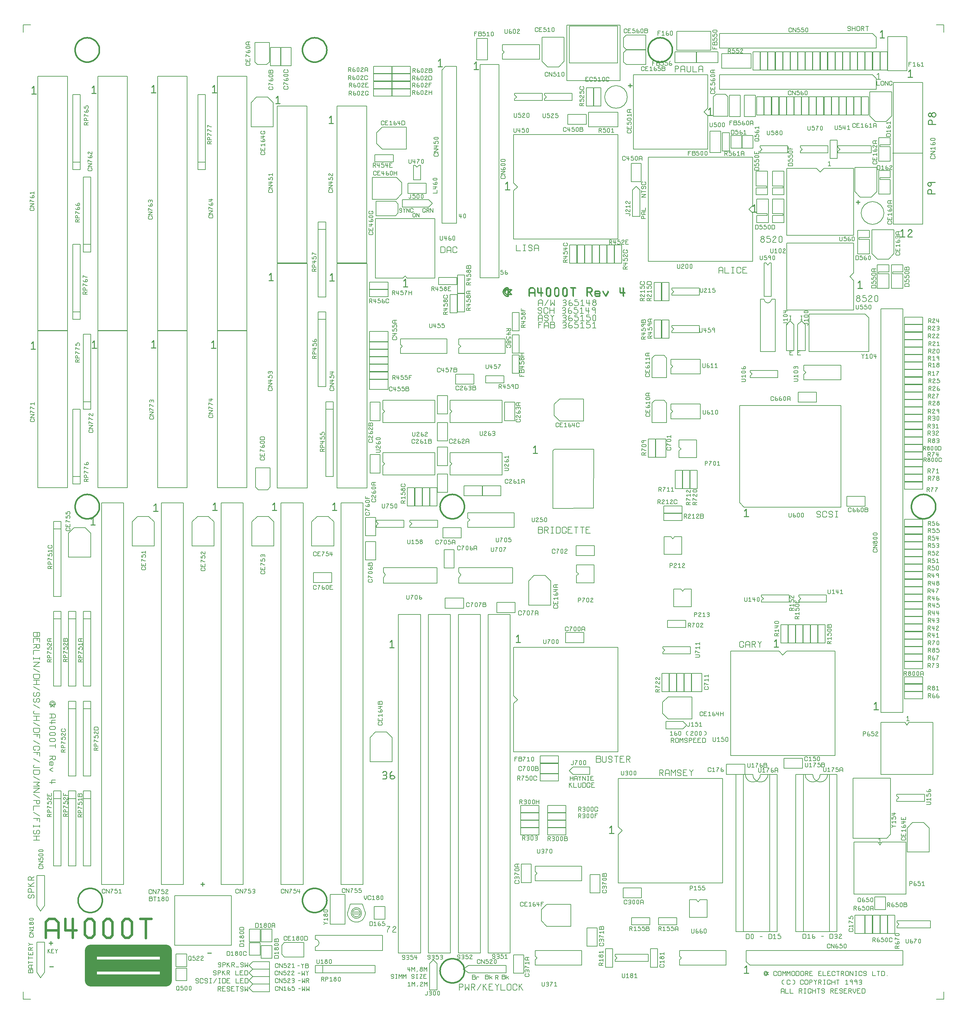
<source format=gbr>
G04 FAB 3000 Version 8.1.7 - Gerber/CAM Software*
G04 RS274-X Output*
%FSLAX24Y24*%
%MIA0B0*%
%MOIN*%
%SFA1.000000B1.000000*%

%IPPOS*%
%ADD11C,0.006440*%
%ADD12C,0.012880*%
%ADD13C,0.016100*%
%ADD14C,0.005152*%
%ADD15C,0.025761*%
%ADD16C,0.029560*%
%ADD17C,0.029570*%
%ADD18C,0.029510*%
%ADD19C,0.029550*%
%ADD20C,0.029520*%
%ADD21C,0.029600*%
%ADD22C,0.029500*%
%ADD23C,0.033900*%
%ADD24C,0.033910*%
%ADD25C,0.033970*%
%ADD26C,0.033960*%
%ADD27C,0.033980*%
%ADD28C,0.033920*%
%ADD29C,0.041070*%
%ADD30C,0.041020*%
%ADD31C,0.041030*%
%ADD32C,0.041010*%
%ADD33C,0.041090*%
%ADD34C,0.041000*%
%ADD35C,0.054800*%
%ADD36C,0.054750*%
%ADD37C,0.054730*%
%ADD38C,0.054740*%
%ADD39C,0.068400*%
%ADD40C,0.068410*%
%ADD41C,0.068420*%
%ADD42R,0.038600X0.038600*%
%ADD43R,0.038640X0.038640*%
%ADD44R,0.038630X0.038640*%
%ADD45R,0.038680X0.038640*%
%ADD46C,0.032820*%
%ADD47C,0.032800*%
%ADD48C,0.032900*%
%ADD49C,0.082101*%
%ADD50C,0.021900*%
%ADD51C,0.021920*%
%ADD52C,0.021860*%
%ADD53C,0.021930*%
%ADD54C,0.021910*%
%ADD55C,0.021870*%
%ADD56C,0.021940*%
%ADD57C,0.021880*%
%ADD58C,0.021840*%
%ADD59C,0.021850*%
%ADD60C,0.022000*%
%ADD61C,0.021801*%
%ADD62C,0.008200*%
%ADD63C,0.008250*%
%ADD64C,0.008190*%
%ADD65R,0.034800X0.034780*%
%ADD66R,0.034780X0.034780*%
%ADD67R,0.034770X0.034780*%
%ADD68R,0.034770X0.034770*%
%ADD69R,0.034770X0.034800*%
%ADD70R,0.034760X0.034800*%
%ADD71R,0.034780X0.034800*%
%ADD72R,0.034780X0.034770*%
%ADD73R,0.034780X0.034700*%
%ADD74R,0.034780X0.034900*%
%ADD75R,0.034780X0.034760*%
%ADD76R,0.034770X0.034700*%
%ADD77R,0.034770X0.034760*%
%ADD78R,0.080500X0.080510*%
%ADD79R,0.080500X0.080500*%
%ADD80C,0.164200*%
%ADD81C,0.164220*%
%ADD82C,0.164230*%
%ADD83C,0.164240*%
%ADD84R,0.048300X0.032170*%
%ADD85R,0.048290X0.032230*%
%ADD86R,0.048290X0.032180*%
%ADD87R,0.048280X0.032180*%
%ADD88R,0.048280X0.032230*%
%ADD89R,0.048280X0.032170*%
%ADD90R,0.048330X0.032180*%
%ADD91R,0.048330X0.032240*%
%ADD92R,0.048290X0.032240*%
%ADD93R,0.048280X0.032240*%
%ADD94R,0.048330X0.032200*%
%ADD95R,0.048290X0.032200*%
%ADD96R,0.048330X0.032300*%
%ADD97R,0.048290X0.032300*%
%ADD98R,0.048330X0.032000*%
%ADD99R,0.048290X0.032000*%
%ADD100R,0.048290X0.032100*%
%ADD101R,0.048330X0.032100*%
%ADD102R,0.048340X0.032300*%
%ADD103R,0.048340X0.032200*%
%ADD104R,0.048350X0.032170*%
%ADD105R,0.048350X0.032180*%
%ADD106R,0.048270X0.032180*%
%ADD107R,0.048290X0.032170*%
%ADD108R,0.048290X0.032220*%
%ADD109R,0.048350X0.032200*%
%ADD110R,0.048270X0.032200*%
%ADD111R,0.048280X0.032200*%
%ADD112R,0.048280X0.032100*%
%ADD113R,0.048340X0.032100*%
%ADD114R,0.048280X0.032300*%
%ADD115R,0.048350X0.032300*%
%ADD116R,0.048280X0.032220*%
%ADD117R,0.048300X0.032200*%
%ADD118R,0.048350X0.032240*%
%ADD119R,0.048350X0.032220*%
%ADD120R,0.048290X0.032160*%
%ADD121R,0.048280X0.032160*%
%ADD122R,0.048350X0.032160*%
%ADD123R,0.048350X0.032230*%
%ADD124R,0.048330X0.032400*%
%ADD125R,0.048290X0.032400*%
%ADD126R,0.048280X0.032400*%
%ADD127R,0.048340X0.032400*%
%ADD128R,0.048350X0.032100*%
%ADD129R,0.048270X0.032100*%
%ADD130R,0.048300X0.032300*%
%ADD131R,0.048270X0.032300*%
%ADD132R,0.048340X0.032220*%
%ADD133R,0.048340X0.032180*%
%ADD134R,0.048300X0.032100*%
%ADD135R,0.048300X0.032180*%
%ADD136R,0.048300X0.032230*%
%ADD137R,0.048340X0.032230*%
%ADD138R,0.048330X0.032230*%
%ADD139R,0.048330X0.032170*%
%ADD140R,0.048330X0.032220*%
%ADD141R,0.048310X0.032220*%
%ADD142R,0.048300X0.032240*%
%ADD143R,0.048200X0.032240*%
%ADD144R,0.048300X0.032220*%
%ADD145R,0.048400X0.032180*%
%ADD146R,0.048200X0.032170*%
%ADD147R,0.048200X0.032220*%
%ADD148R,0.048200X0.032230*%
%ADD149R,0.048200X0.032180*%
%ADD150R,0.048200X0.032190*%
%ADD151R,0.048300X0.032190*%
%ADD152R,0.048300X0.032210*%
%ADD153R,0.048200X0.032210*%
%ADD154R,0.048200X0.032300*%
%ADD155R,0.048200X0.032200*%
%ADD156R,0.048200X0.032100*%
%ADD157R,0.032300X0.048300*%
%ADD158R,0.032170X0.048400*%
%ADD159R,0.032180X0.048400*%
%ADD160R,0.032230X0.048400*%
%ADD161R,0.032230X0.048300*%
%ADD162R,0.032240X0.048300*%
%ADD163R,0.032180X0.048300*%
%ADD164R,0.032170X0.048300*%
%ADD165R,0.032220X0.048400*%
%ADD166R,0.032170X0.048200*%
%ADD167R,0.032180X0.048200*%
%ADD168R,0.032240X0.048200*%
%ADD169R,0.032230X0.048200*%
%ADD170R,0.032160X0.048200*%
%ADD171R,0.032220X0.048200*%
%ADD172R,0.032220X0.048300*%
%ADD173R,0.032160X0.048300*%
%ADD174R,0.032240X0.048400*%
%ADD175R,0.032160X0.048400*%
%ADD176R,0.032190X0.048300*%
%ADD177R,0.032190X0.048200*%
%ADD178R,0.032200X0.048400*%
%ADD179R,0.032200X0.048300*%
%ADD180R,0.032100X0.048300*%
%ADD181R,0.032100X0.048200*%
%ADD182R,0.048300X0.058000*%
%ADD183R,0.048330X0.058000*%
%ADD184R,0.048290X0.058000*%
%ADD185C,0.082150*%
%ADD186C,0.005500*%
%ADD187C,0.009660*%
%ADD188C,0.008240*%
%ADD189C,0.008180*%
%ADD190R,0.051500X0.016100*%
%ADD191R,0.051540X0.016100*%
%ADD192R,0.051540X0.016000*%
%ADD193R,0.051540X0.016200*%
%ADD194R,0.051480X0.016100*%
%ADD195R,0.051480X0.015900*%
%ADD196R,0.051540X0.015900*%
%ADD197R,0.051480X0.016000*%
%ADD198R,0.051480X0.016200*%
%ADD199R,0.051540X0.016060*%
%ADD200R,0.051540X0.016110*%
%ADD201R,0.051540X0.016120*%
%ADD202R,0.051540X0.016130*%
%ADD203R,0.051540X0.016070*%
%ADD204R,0.051480X0.016110*%
%ADD205R,0.051480X0.016070*%
%ADD206R,0.051480X0.016050*%
%ADD207R,0.051480X0.016130*%
%ADD208R,0.051480X0.016120*%
%ADD209R,0.051480X0.016060*%
%ADD210R,0.051490X0.016060*%
%ADD211R,0.051490X0.016110*%
%ADD212R,0.051490X0.016120*%
%ADD213R,0.051490X0.016130*%
%ADD214R,0.051490X0.016070*%
%ADD215R,0.051490X0.016000*%
%ADD216R,0.051490X0.016100*%
%ADD217R,0.051490X0.016200*%
%ADD218R,0.051550X0.016100*%
%ADD219R,0.051550X0.016200*%
%ADD220R,0.051550X0.016060*%
%ADD221R,0.051540X0.016050*%
%ADD222R,0.051550X0.016050*%
%ADD223R,0.051550X0.016110*%
%ADD224R,0.051550X0.016120*%
%ADD225R,0.051600X0.016110*%
%ADD226R,0.051600X0.016070*%
%ADD227R,0.051600X0.016050*%
%ADD228R,0.051600X0.016130*%
%ADD229R,0.051600X0.016120*%
%ADD230R,0.051600X0.016060*%
%ADD231R,0.051500X0.016060*%
%ADD232R,0.051500X0.016110*%
%ADD233R,0.051500X0.016120*%
%ADD234R,0.016200X0.051540*%
%ADD235R,0.016110X0.051500*%
%ADD236R,0.016050X0.051500*%
%ADD237R,0.016070X0.051500*%
%ADD238R,0.016120X0.051500*%
%ADD239R,0.016130X0.051500*%
%ADD240R,0.016110X0.051600*%
%ADD241R,0.016060X0.051600*%
%ADD242R,0.016120X0.051600*%
%ADD243R,0.016060X0.051500*%
%ADD244R,0.016070X0.051600*%
%ADD245R,0.016110X0.051540*%
%ADD246R,0.016120X0.051540*%
%ADD247R,0.016060X0.051540*%
%ADD248R,0.016070X0.051540*%
%ADD249R,0.016050X0.051540*%
%ADD250R,0.016070X0.051550*%
%ADD251R,0.016110X0.051550*%
%ADD252R,0.016120X0.051550*%
%ADD253R,0.016050X0.051600*%
%ADD254R,0.016130X0.051540*%
%ADD255R,0.016110X0.051480*%
%ADD256R,0.016110X0.051490*%
%ADD257R,0.016120X0.051490*%
%ADD258R,0.016120X0.051480*%
%ADD259R,0.016130X0.051600*%
%ADD260R,0.016060X0.051530*%
%ADD261R,0.016110X0.051530*%
%ADD262R,0.016120X0.051530*%
%ADD263R,0.016070X0.051530*%
%ADD264R,0.016110X0.051400*%
%ADD265R,0.016120X0.051400*%
%ADD266R,0.016060X0.051400*%
%ADD267R,0.016050X0.051400*%
%ADD268R,0.016060X0.051480*%
%ADD269R,0.016100X0.051540*%
%ADD270R,0.016100X0.051480*%
%ADD271R,0.016200X0.051480*%
%ADD272R,0.009700X0.019320*%
%ADD273R,0.009660X0.019300*%
%ADD274R,0.009670X0.019300*%
%ADD275R,0.009600X0.019300*%
%ADD276R,0.009700X0.019300*%
%ADD277R,0.009600X0.019400*%
%ADD278R,0.025800X0.032200*%
%ADD279R,0.025780X0.032180*%
%ADD280R,0.025760X0.032180*%
%ADD281R,0.025780X0.032220*%
%ADD282R,0.025760X0.032170*%
%ADD283R,0.025780X0.032170*%
%ADD284R,0.025730X0.032180*%
%ADD285R,0.025760X0.032220*%
%ADD286R,0.025780X0.032240*%
%ADD287R,0.025760X0.032240*%
%ADD288R,0.025730X0.032240*%
%ADD289R,0.025760X0.032230*%
%ADD290R,0.025780X0.032230*%
%ADD291R,0.025770X0.032230*%
%ADD292R,0.025780X0.032300*%
%ADD293R,0.025760X0.032200*%
%ADD294R,0.025780X0.032200*%
%ADD295R,0.025770X0.032200*%
%ADD296R,0.025760X0.032300*%
%ADD297R,0.025800X0.032240*%
%ADD298R,0.025800X0.032230*%
%ADD299R,0.025700X0.032230*%
%ADD300R,0.031600X0.045080*%
%ADD301R,0.031570X0.045100*%
%ADD302R,0.031570X0.045000*%
%ADD303R,0.031500X0.045100*%
%ADD304R,0.031600X0.045100*%
%ADD305R,0.031600X0.045000*%
%ADD306R,0.031500X0.045000*%
%ADD307R,0.067590X0.016100*%
%ADD308R,0.067660X0.016100*%
%ADD309R,0.067600X0.016100*%
%ADD310R,0.067600X0.016200*%
%ADD311R,0.067660X0.016200*%
%ADD312R,0.067660X0.016000*%
%ADD313R,0.067600X0.016000*%
%ADD314R,0.016110X0.067600*%
%ADD315R,0.016060X0.067600*%
%ADD316R,0.016120X0.067600*%
%ADD317R,0.016130X0.067600*%
%ADD318R,0.016050X0.067600*%
%ADD319R,0.016070X0.067600*%
%ADD320R,0.016110X0.067500*%
%ADD321R,0.016120X0.067500*%
%ADD322R,0.016070X0.067500*%
%ADD323R,0.016060X0.067500*%
%ADD324R,0.016110X0.067590*%
%ADD325R,0.016050X0.067590*%
%ADD326R,0.016130X0.067590*%
%ADD327R,0.016110X0.067620*%
%ADD328R,0.016130X0.067620*%
%ADD329R,0.016050X0.067620*%
%ADD330R,0.016070X0.067670*%
%ADD331R,0.016050X0.067670*%
%ADD332R,0.016110X0.067670*%
%ADD333R,0.016120X0.067670*%
%ADD334R,0.016110X0.067700*%
%ADD335R,0.016120X0.067700*%
%ADD336R,0.016130X0.067700*%
%ADD337R,0.016050X0.067700*%
%ADD338R,0.016110X0.067650*%
%ADD339R,0.016120X0.067650*%
%ADD340R,0.016060X0.067650*%
%ADD341R,0.016070X0.067650*%
%ADD342R,0.016060X0.067700*%
%ADD343R,0.016070X0.067700*%
%ADD344R,0.016100X0.067590*%
%ADD345R,0.016200X0.067590*%
%ADD346R,0.016100X0.067650*%
%ADD347R,0.016200X0.067650*%
%ADD348R,0.016100X0.067620*%
%ADD349R,0.016200X0.067620*%
%ADD350R,0.016000X0.067650*%
%ADD351R,0.016000X0.067590*%
%ADD352R,0.093400X0.032220*%
%ADD353R,0.093360X0.032200*%
%ADD354R,0.093380X0.032200*%
%ADD355R,0.093360X0.032100*%
%ADD356R,0.093430X0.032100*%
%ADD357R,0.093360X0.032180*%
%ADD358R,0.093370X0.032180*%
%ADD359R,0.093360X0.032230*%
%ADD360R,0.093370X0.032230*%
%ADD361R,0.032180X0.093380*%
%ADD362R,0.032230X0.093400*%
%ADD363R,0.032170X0.093400*%
%ADD364R,0.032220X0.093400*%
%ADD365R,0.032170X0.093300*%
%ADD366R,0.032180X0.093400*%
%ADD367R,0.032230X0.093370*%
%ADD368R,0.032230X0.093360*%
%ADD369R,0.032230X0.093300*%
%ADD370R,0.032180X0.093300*%
%ADD371R,0.032300X0.093370*%
%ADD372R,0.032300X0.093360*%
%ADD373R,0.032200X0.093400*%
%ADD374R,0.032300X0.093300*%
%ADD375R,0.032300X0.093500*%
%ADD376R,0.060500X0.080500*%
%ADD377R,0.060560X0.080400*%
%ADD378R,0.060550X0.080400*%
%ADD379R,0.060550X0.080600*%
%ADD380R,0.060490X0.080500*%
%ADD381R,0.060490X0.080600*%
%ADD382R,0.060560X0.080500*%
%ADD383R,0.080500X0.060500*%
%ADD384R,0.080500X0.060400*%
%ADD385R,0.038700X0.077200*%
%ADD386R,0.038630X0.077400*%
%ADD387R,0.038630X0.077200*%
%ADD388R,0.038630X0.077300*%
%ADD389R,0.038640X0.077200*%
%ADD390R,0.077310X0.038600*%
%ADD391R,0.077260X0.038630*%
%ADD392R,0.077250X0.038630*%
%ADD393R,0.077260X0.038600*%
%ADD394R,0.077250X0.038600*%
%ADD395R,0.077320X0.038600*%
%ADD396R,0.048350X0.032400*%
%ADD397R,0.048270X0.032170*%
%ADD398R,0.032180X0.048290*%
%ADD399R,0.032170X0.048290*%
%ADD400R,0.032230X0.048350*%
%ADD401R,0.032220X0.048350*%
%ADD402R,0.032160X0.048350*%
%ADD403R,0.032170X0.048350*%
%ADD404R,0.032170X0.048280*%
%ADD405R,0.032160X0.048280*%
%ADD406R,0.032220X0.048280*%
%ADD407R,0.032230X0.048280*%
%ADD408R,0.032230X0.048290*%
%ADD409R,0.032180X0.048280*%
%ADD410R,0.032220X0.048290*%
%ADD411R,0.032240X0.048100*%
%ADD412R,0.032160X0.048290*%
%ADD413R,0.032100X0.048290*%
%ADD414R,0.048290X0.057940*%
%ADD415R,0.048340X0.057950*%
%ADD416R,0.048290X0.057950*%
%ADD417R,0.048280X0.058000*%
%ADD418R,0.048280X0.058100*%
%ADD419R,0.048340X0.058100*%
%ADD420R,0.048290X0.057900*%
%ADD421R,0.048340X0.058000*%
%ADD422R,0.048290X0.058010*%
%ADD423R,0.048330X0.058010*%
%ADD424R,0.048350X0.057950*%
%ADD425R,0.048280X0.057950*%
%ADD426R,0.048280X0.057900*%
%ADD427R,0.048350X0.057900*%
%ADD428R,0.048330X0.057950*%
%ADD429R,0.048270X0.057940*%
%ADD430R,0.048300X0.057940*%
%ADD431R,0.048340X0.057900*%
%ADD432R,0.058000X0.048300*%
%ADD433R,0.057940X0.048300*%
%ADD434R,0.057940X0.048200*%
%ADD435R,0.058000X0.048200*%
%ADD436R,0.057950X0.048200*%
%ADD437R,0.057950X0.048300*%
%ADD438R,0.057950X0.048400*%
%ADD439R,0.058000X0.048400*%
%ADD440R,0.057950X0.048290*%
%ADD441R,0.057950X0.048330*%
%ADD442R,0.057940X0.048290*%
%ADD443R,0.057940X0.048270*%
%ADD444R,0.057940X0.048330*%
%ADD445R,0.057940X0.048400*%
%ADD446R,0.057940X0.048280*%
%ADD447R,0.057940X0.048350*%
%ADD448R,0.057990X0.048290*%
%ADD449R,0.041820X0.080520*%
%ADD450R,0.041820X0.080600*%
%ADD451R,0.041830X0.080600*%
%ADD452R,0.041890X0.080600*%
%ADD453R,0.080510X0.041900*%
%ADD454R,0.080520X0.042000*%
%ADD455R,0.080520X0.041900*%
%ADD456R,0.080510X0.041800*%
%ADD457R,0.080510X0.042000*%
%ADD458R,0.080520X0.041800*%
%ADD459C,0.082130*%
%ADD460R,0.094230X0.094350*%
%ADD461R,0.086210X0.086320*%
%ADD462R,0.100700X0.100800*%
%ADD463R,0.092670X0.092800*%
%ADD464R,0.097450X0.091200*%
%ADD465R,0.089410X0.083200*%
%ADD466R,0.092720X0.089620*%
%ADD467R,0.084690X0.081540*%
%ADD468R,0.094300X0.095800*%
%ADD469R,0.086220X0.087700*%
%ADD470R,0.092730X0.091080*%
%ADD471R,0.084690X0.083060*%
%ADD472R,0.103030X0.101600*%
%ADD473R,0.094990X0.093600*%
%ADD474R,0.005630X0.028300*%
%ADD475R,0.005640X0.028200*%
%ADD476R,0.005630X0.028200*%
%ADD477R,0.005640X0.028000*%
%ADD478R,0.005640X0.028300*%
%ADD479R,0.005600X0.028200*%
%ADD480R,0.005630X0.028100*%
%ADD481R,0.005600X0.028100*%
%ADD482R,0.092300X0.092350*%
%ADD483R,0.084300X0.084320*%
%ADD484R,0.092290X0.092220*%
%ADD485R,0.084250X0.084200*%
%ADD486R,0.090980X0.090800*%
%ADD487R,0.082900X0.082900*%
%ADD488R,0.099940X0.100500*%
%ADD489R,0.091920X0.092500*%
%ADD490R,0.097480X0.097500*%
%ADD491R,0.089460X0.089400*%
%ADD492R,0.005600X0.028300*%
%ADD493R,0.098410X0.097000*%
%ADD494R,0.090390X0.089000*%
%ADD495R,0.097500X0.097590*%
%ADD496R,0.096680X0.096730*%
%ADD497R,0.089470X0.089510*%
%ADD498R,0.079810X0.079860*%
%ADD499R,0.103960X0.104000*%
%ADD500R,0.103140X0.103200*%
%ADD501R,0.095870X0.096000*%
%ADD502R,0.086210X0.086300*%
%ADD503R,0.100590X0.094400*%
%ADD504R,0.099830X0.093600*%
%ADD505R,0.092550X0.086400*%
%ADD506R,0.082900X0.076700*%
%ADD507R,0.095970X0.092830*%
%ADD508R,0.095150X0.092020*%
%ADD509R,0.087890X0.084750*%
%ADD510R,0.078240X0.075090*%
%ADD511R,0.097500X0.099000*%
%ADD512R,0.096660X0.098200*%
%ADD513R,0.089420X0.091000*%
%ADD514R,0.079750X0.081400*%
%ADD515R,0.095970X0.094350*%
%ADD516R,0.095170X0.093520*%
%ADD517R,0.087950X0.086310*%
%ADD518R,0.078270X0.076670*%
%ADD519R,0.106240X0.104900*%
%ADD520R,0.105460X0.104100*%
%ADD521R,0.098210X0.096900*%
%ADD522R,0.088540X0.087100*%
%ADD523R,0.008830X0.031300*%
%ADD524R,0.008030X0.030600*%
%ADD525R,0.008840X0.031400*%
%ADD526R,0.008080X0.030500*%
%ADD527R,0.008830X0.031400*%
%ADD528R,0.008080X0.030600*%
%ADD529R,0.008020X0.030600*%
%ADD530R,0.008020X0.030500*%
%ADD531R,0.008800X0.031300*%
%ADD532R,0.008000X0.030600*%
%ADD533R,0.008800X0.031400*%
%ADD534R,0.095500X0.095550*%
%ADD535R,0.094700X0.094730*%
%ADD536R,0.087500X0.087510*%
%ADD537R,0.077900X0.077850*%
%ADD538R,0.008900X0.031300*%
%ADD539R,0.008100X0.030600*%
%ADD540R,0.008900X0.031400*%
%ADD541R,0.095540X0.095490*%
%ADD542R,0.094780X0.094670*%
%ADD543R,0.087510X0.087400*%
%ADD544R,0.077850X0.077750*%
%ADD545R,0.094190X0.094200*%
%ADD546R,0.093370X0.093400*%
%ADD547R,0.086150X0.086200*%
%ADD548R,0.076490X0.076400*%
%ADD549R,0.103080X0.103800*%
%ADD550R,0.102340X0.103000*%
%ADD551R,0.095060X0.095800*%
%ADD552R,0.085390X0.086000*%
%ADD553R,0.100740X0.100700*%
%ADD554R,0.099880X0.099900*%
%ADD555R,0.092660X0.092700*%
%ADD556R,0.082960X0.083000*%
%ADD557R,0.009000X0.031400*%
%ADD558R,0.008000X0.030500*%
%ADD559R,0.008000X0.030700*%
%ADD560R,0.101670X0.100200*%
%ADD561R,0.100910X0.099400*%
%ADD562R,0.093640X0.092200*%
%ADD563R,0.083980X0.082600*%
%ADD564R,0.009700X0.019310*%
%ADD565R,0.093410X0.032180*%
%ADD566R,0.060540X0.080500*%
%ADD567R,0.038700X0.077400*%
%ADD568R,0.032200X0.048280*%
%ADD569C,0.005490*%
%ADD570C,0.007728*%
%ADD571C,0.128803*%
%LNA4000T Rev4 top silkscreen_0*%
%LPD*%
G54D571*
X15620Y57919D02*
G01X23670D01*
Y59529D02*
G01X15620D01*
X23670Y57919D02*
G01Y59529D01*
Y56309D02*
G01Y57919D01*
X15620Y56309D02*
G01X23670D01*
G54D11*
X25984Y153532D02*
G01X22804D01*
Y126203D02*
G01X25984D01*
Y126163D02*
G01X22804D01*
Y109298D02*
G01X25984D01*
X23207Y66633D02*
G01X25582D01*
Y107648D02*
G01X23207D01*
X33350Y109347D02*
G01Y111432D01*
X34920D02*
G01Y109347D01*
X35685Y133404D02*
G01Y109247D01*
X25984Y109298D02*
G01Y126163D01*
X32425Y109298D02*
G01Y126163D01*
X29245D02*
G01Y109298D01*
X41763Y105607D02*
G01Y103019D01*
X39388D02*
G01Y105607D01*
X45184Y106079D02*
G01Y104106D01*
X46271D02*
G01Y106079D01*
X44902Y66633D02*
G01Y107648D01*
X42528D02*
G01Y66633D01*
G54D13*
X53223Y106994D02*
G01X53201Y107129D01*
X53259Y106861D02*
G01X53223Y106994D01*
X53307Y106733D02*
G01X53259Y106861D01*
X55747D02*
G01X55698Y106733D01*
X55782Y106994D02*
G01X55747Y106861D01*
X55803Y107129D02*
G01X55782Y106994D01*
G54D11*
X86086Y92375D02*
G01X86537D01*
Y92633D02*
G01Y92118D01*
X86409Y92762D02*
G01X86537Y92633D01*
X86496Y79207D02*
G01X86562Y79274D01*
X86352Y79207D02*
G01X86496D01*
X86421Y97062D02*
G01X86687D01*
X86554Y97504D02*
G01Y97062D01*
X86444Y97394D02*
G01X86554Y97504D01*
X86433Y139224D02*
G01X86844Y138813D01*
Y139634D02*
G01X86433Y139224D01*
G54D570*
X86499Y77729D02*
G01X86615Y77681D01*
X86391Y77795D02*
G01X86499Y77729D01*
G54D11*
X86550Y57939D02*
G01X86160Y58330D01*
X63026Y134750D02*
G01X62817D01*
Y135073D02*
G01X63026D01*
Y135394D02*
G01X62817D01*
G54D187*
X62804Y130225D02*
G01X63424D01*
X62804Y130579D02*
G01X62959Y130756D01*
X62751Y130279D02*
G01X63370D01*
X62906Y130810D02*
G01X63193D01*
X62751Y130633D02*
G01X62906Y130810D01*
G54D11*
X61224Y151682D02*
G01X64203D01*
Y150917D02*
G01X61224D01*
X59916Y156914D02*
G01X63901D01*
Y155344D02*
G01X59916D01*
X72354Y136024D02*
G01X61124D01*
Y147254D02*
G01X72354D01*
X56913Y158121D02*
G01X57069D01*
X56913Y158298D02*
G01X57179D01*
G54D187*
X56851Y154268D02*
G01X57333D01*
X57092Y155074D02*
G01Y154268D01*
X56891Y154872D02*
G01X57092Y155074D01*
G54D11*
X57743Y109500D02*
G01X55770D01*
Y108413D02*
G01X57743D01*
X55227Y125277D02*
G01X60218D01*
Y123708D02*
G01X55227D01*
X54281Y118676D02*
G01X59876D01*
Y116302D02*
G01X54281D01*
Y113041D02*
G01X59876D01*
Y110667D02*
G01X54281D01*
X45352Y109247D02*
G01Y133404D01*
X38911Y109247D02*
G01Y133404D01*
X42125D02*
G01Y109247D01*
X72354Y92111D02*
G01Y80882D01*
X68302Y74719D02*
G01X68103D01*
Y74940D02*
G01X68302D01*
X68103Y74498D02*
G01Y74940D01*
X68295Y73995D02*
G01X68095D01*
Y74216D02*
G01X68295D01*
X68095Y73773D02*
G01Y74216D01*
X68134Y77070D02*
G01X68292D01*
X68074Y77143D02*
G01X68134Y77070D01*
X68119Y78261D02*
G01X68252Y78107D01*
G54D570*
X67503Y78446D02*
G01X69315D01*
Y79251D02*
G01X67503D01*
G54D11*
X63438Y59509D02*
G01X68429D01*
Y67036D02*
G01X63438D01*
Y68605D02*
G01X68429D01*
Y57939D02*
G01X63438D01*
X56503Y132602D02*
G01Y132514D01*
X56414Y132692D02*
G01X56503Y132602D01*
X56237D02*
G01X56326Y132692D01*
X56237Y132514D02*
G01Y132602D01*
X56060D02*
G01Y132514D01*
X56127Y132670D02*
G01X56060Y132602D01*
X56237D02*
G01X56171Y132670D01*
X52630Y138238D02*
G01Y131838D01*
G54D13*
X104161Y108034D02*
G01X104246Y108141D01*
X104086Y107920D02*
G01X104161Y108034D01*
X106278D02*
G01X106352Y107920D01*
X106191Y108141D02*
G01X106278Y108034D01*
G54D11*
X98960Y107286D02*
G01Y108372D01*
X100630Y128538D02*
G01Y85107D01*
X103005D02*
G01Y128538D01*
G54D187*
X106087Y141242D02*
G01Y140882D01*
X105684D02*
G01Y141242D01*
G54D11*
X101963Y152865D02*
G01Y137610D01*
X105143D02*
G01Y152865D01*
X100208Y141124D02*
G01X99615Y140532D01*
X101657Y142424D02*
G01Y140854D01*
X100409D02*
G01Y143390D01*
X99442Y149254D02*
G01Y151842D01*
X101818D02*
G01Y149254D01*
X98517Y149346D02*
G01Y151318D01*
X98557D02*
G01Y149346D01*
X99322D02*
G01Y151318D01*
X103669Y132361D02*
G01X103603Y132294D01*
X103669Y132450D02*
G01Y132361D01*
X103226D02*
G01Y132450D01*
X103293Y132294D02*
G01X103226Y132361D01*
X101898Y132482D02*
G01Y132281D01*
X100248Y130711D02*
G01Y133246D01*
X100369Y132482D02*
G01Y132281D01*
X101777Y130711D02*
G01Y133246D01*
X90004Y136214D02*
G01Y135762D01*
X89682D02*
G01Y136214D01*
X89360Y136150D02*
G01X89006Y135794D01*
X88780Y135988D02*
G01Y135762D01*
X88668Y136085D02*
G01X88780Y135988D01*
X88535Y140330D02*
G01Y137794D01*
X88977Y138761D02*
G01Y140330D01*
X90507Y136426D02*
G01Y143630D01*
X90225Y140330D02*
G01Y137794D01*
X25582Y66633D02*
G01Y107648D01*
X32022Y66633D02*
G01Y107648D01*
X29647D02*
G01Y66633D01*
X38462D02*
G01Y107648D01*
X36087D02*
G01Y66633D01*
X24632Y65418D02*
G01Y60080D01*
X30758D02*
G01Y65418D01*
X29773Y55157D02*
G01X30112D01*
X29773Y55447D02*
G01X29943D01*
X29773Y55640D02*
G01X30064D01*
X29846Y57197D02*
G01X30076Y56883D01*
X29786Y57125D02*
G01X30016Y57366D01*
X30029Y57980D02*
G01X29811D01*
Y58222D02*
G01X30029D01*
X30048Y56027D02*
G01X29794D01*
Y56509D02*
G01X30048D01*
X24632Y60080D02*
G01X30758D01*
X95339Y106430D02*
G01X95436Y106317D01*
X95130Y106430D02*
G01X95339D01*
X95049Y106527D02*
G01X95130Y106430D01*
X94373Y106655D02*
G01Y106204D01*
X94051Y106430D02*
G01X94148Y106317D01*
X93842Y106430D02*
G01X94051D01*
X93761Y106527D02*
G01X93842Y106430D01*
X52912Y116302D02*
G01Y114329D01*
X53999Y116302D02*
G01X52912D01*
X53999Y114329D02*
G01Y116302D01*
X54281D02*
G01Y117280D01*
X52630Y118676D02*
G01Y116302D01*
G54D570*
X40897Y110486D02*
G01Y118536D01*
X41703D02*
G01Y110486D01*
G54D11*
X47036Y116302D02*
G01Y117280D01*
X85435Y107676D02*
G01Y118112D01*
X105934Y75488D02*
G01X105557D01*
X106000Y75422D02*
G01X105934Y75488D01*
X106687Y121490D02*
G01Y121357D01*
X106743Y121578D02*
G01X106687Y121490D01*
X106322Y121800D02*
G01Y121357D01*
X105879Y121578D02*
G01X106012Y121357D01*
X105747D02*
G01Y121800D01*
X103186Y121977D02*
G01Y121212D01*
X105158D02*
G01Y121977D01*
X106783Y90167D02*
G01X106849Y90090D01*
X106783Y90167D02*
G01X106639D01*
X106849Y90234D02*
G01X106783Y90167D01*
X106252D02*
G01X106196Y90079D01*
X106385Y90389D02*
G01X106252Y90167D01*
X105831D02*
G01X105964Y89946D01*
X105898Y90167D02*
G01X105698D01*
X105964Y90234D02*
G01X105898Y90167D01*
X105698Y89946D02*
G01Y90389D01*
X103186Y90582D02*
G01Y89817D01*
X105158D02*
G01Y90582D01*
X47763Y144001D02*
G01X47917D01*
X47763Y143736D02*
G01Y144178D01*
X47342D02*
G01Y143913D01*
X47519Y143736D02*
G01Y144178D01*
X47109Y144024D02*
G01X47187Y143957D01*
X46456Y144178D02*
G01Y143913D01*
X46633Y143736D02*
G01Y144178D01*
X46279Y144024D02*
G01X46213Y143957D01*
X46013Y143736D02*
G01Y144178D01*
X38865Y133448D02*
G01Y150313D01*
X45305Y133448D02*
G01Y150313D01*
X42125D02*
G01Y133448D01*
X48042Y153774D02*
G01Y153010D01*
X50014Y153774D02*
G01X48042D01*
X50014Y153010D02*
G01Y153774D01*
X46029D02*
G01Y153010D01*
X48001Y153774D02*
G01X46029D01*
X48001Y153010D02*
G01Y153774D01*
X81728Y111689D02*
G01Y112132D01*
X106832Y127016D02*
G01Y127459D01*
X106213Y127104D02*
G01Y127016D01*
X106457Y127349D02*
G01X106213Y127104D01*
X105902Y127236D02*
G01X106036Y127016D01*
X105770D02*
G01Y127459D01*
X103186Y127612D02*
G01Y126847D01*
X105158D02*
G01Y127612D01*
G54D570*
X99342Y127552D02*
G01Y123928D01*
G54D11*
X99898Y123643D02*
G01Y123378D01*
X100075Y123200D02*
G01Y123643D01*
X99698Y123578D02*
G01Y123267D01*
X99632Y123643D02*
G01X99698Y123578D01*
X99477D02*
G01X99543Y123643D01*
X99477Y123267D02*
G01Y123578D01*
X99145Y123643D02*
G01Y123200D01*
X99034Y123533D02*
G01X99145Y123643D01*
X98702Y123488D02*
G01X98835Y123643D01*
X98569D02*
G01X98702Y123488D01*
X105158Y123587D02*
G01X103186D01*
X105158Y122822D02*
G01Y123587D01*
X103186D02*
G01Y122822D01*
Y125237D02*
G01X105158D01*
D02*
G01Y126002D01*
X103186D02*
G01Y125237D01*
X106725Y116133D02*
G01Y115690D01*
X106414Y115978D02*
G01X106349Y115912D01*
X106414Y116067D02*
G01Y115978D01*
X105972D02*
G01X105906Y115912D01*
X105972Y116067D02*
G01Y115978D01*
X105706Y115690D02*
G01Y116133D01*
X103186Y116342D02*
G01Y115577D01*
X105158D02*
G01Y116342D01*
X103186Y120367D02*
G01Y119602D01*
X105158D02*
G01Y120367D01*
X103186Y119602D02*
G01X105158D01*
Y117187D02*
G01Y117952D01*
D02*
G01X103186D01*
D02*
G01Y117187D01*
Y92192D02*
G01Y91427D01*
X105158Y92192D02*
G01X103186D01*
X105158Y91427D02*
G01Y92192D01*
X103186Y93842D02*
G01X105158D01*
D02*
G01Y94607D01*
X103186D02*
G01Y93842D01*
X105158Y95452D02*
G01Y96216D01*
D02*
G01X103186D01*
D02*
G01Y95452D01*
Y97867D02*
G01X105158D01*
D02*
G01Y98632D01*
X103186D02*
G01Y97867D01*
X105158Y99477D02*
G01Y100242D01*
D02*
G01X103186D01*
D02*
G01Y99477D01*
Y101892D02*
G01X105158D01*
D02*
G01Y102657D01*
X103186D02*
G01Y101892D01*
X105158Y103502D02*
G01Y104267D01*
D02*
G01X103186D01*
D02*
G01Y103502D01*
Y113927D02*
G01Y113163D01*
X105158D02*
G01Y113927D01*
X103186Y113163D02*
G01X105158D01*
X78144Y100922D02*
G01X77944D01*
X78210Y100989D02*
G01X78144Y100922D01*
Y101144D02*
G01X78210Y101078D01*
X77944Y101144D02*
G01X78144D01*
X78292Y82130D02*
G01X78075D01*
Y82371D02*
G01X78292D01*
X77978Y82662D02*
G01X78244D01*
X78111Y83105D02*
G01Y82662D01*
X78001Y82994D02*
G01X78111Y83105D01*
X78633Y89334D02*
G01X77868D01*
Y87362D02*
G01X78633D01*
X79205Y102129D02*
G01X77300Y102127D01*
X78049Y104035D02*
G01X78249Y103786D01*
X65350Y71334D02*
G01X65284D01*
X65461Y71556D02*
G01X65317D01*
X65284Y71711D02*
G01X65350Y71777D01*
X66758Y74321D02*
G01X64786D01*
Y73556D02*
G01X66758D01*
Y73516D02*
G01X64786D01*
Y72751D02*
G01X66758D01*
X64786Y71946D02*
G01X66758D01*
Y72711D02*
G01X64786D01*
Y74361D02*
G01X66758D01*
Y75126D02*
G01X64786D01*
G54D570*
X92298Y61541D02*
G01Y78446D01*
X93365Y78138D02*
G01X93540Y77877D01*
X91493Y61541D02*
G01Y78446D01*
X92560Y78138D02*
G01X92735Y77877D01*
G54D11*
X80322Y133245D02*
G01Y132934D01*
X80101D02*
G01Y133245D01*
X79879D02*
G01Y132934D01*
X79658D02*
G01Y133245D01*
X79436Y133201D02*
G01X79192Y132957D01*
X79436Y133245D02*
G01Y133201D01*
X79215D02*
G01Y133245D01*
X79015Y132934D02*
G01Y133310D01*
X78750D02*
G01Y132934D01*
X45627Y124150D02*
G01Y123385D01*
X47599D02*
G01Y124150D01*
X46231Y131838D02*
G01Y138238D01*
G54D570*
X40092Y129804D02*
G01Y137854D01*
X40897D02*
G01Y129804D01*
G54D11*
X54959Y121719D02*
G01X54694D01*
X54959Y121984D02*
G01X54694D01*
Y122162D02*
G01X54959D01*
X54885Y121494D02*
G01Y120408D01*
X56857Y121494D02*
G01X54885D01*
Y120408D02*
G01X56857D01*
X55006Y131878D02*
G01X53033D01*
Y131114D02*
G01X55006D01*
X55046Y130067D02*
G01X54281D01*
Y128095D02*
G01X55046D01*
G54D570*
X57521Y131858D02*
G01Y154800D01*
X59534D02*
G01Y131858D01*
G54D11*
X72354Y147254D02*
G01Y136024D01*
X68771Y133408D02*
G01X69536D01*
Y135380D02*
G01X68771D01*
X69576D02*
G01Y133408D01*
X70341Y135380D02*
G01X69576D01*
X70341Y133408D02*
G01Y135380D01*
X69576Y133408D02*
G01X70341D01*
X69536D02*
G01Y135380D01*
X70381D02*
G01Y133408D01*
D02*
G01X71146D01*
D02*
G01Y135380D01*
D02*
G01X70381D01*
X100075Y82596D02*
G01X100341D01*
X100319Y82929D02*
G01X100075Y82685D01*
X100319Y82973D02*
G01Y82929D01*
X100252Y83039D02*
G01X100319Y82973D01*
X100321Y60651D02*
G01X100254Y60584D01*
X100442Y60651D02*
G01X100321D01*
Y60451D02*
G01X100442D01*
X100254Y60518D02*
G01X100321Y60451D01*
X100365Y60894D02*
G01X100254Y60783D01*
G54D187*
X99881Y85422D02*
G01X100364D01*
G54D11*
X100236Y57292D02*
G01X100526D01*
X100332Y71180D02*
G01X100549Y70861D01*
X101128Y65278D02*
G01X99971D01*
Y63923D02*
G01X101128D01*
X99765Y61360D02*
G01X100530D01*
Y63333D02*
G01X99765D01*
X93596Y56195D02*
G01X93741Y56364D01*
X91815Y97746D02*
G01X94793D01*
Y96981D02*
G01X91815D01*
G54D570*
X93540Y77877D02*
G01X93801Y77702D01*
X95921Y61541D02*
G01X92298D01*
X93613Y77702D02*
G01X93873Y77877D01*
X95116Y61541D02*
G01X91493D01*
G54D11*
X93083Y92594D02*
G01X93848D01*
Y94567D02*
G01X93083D01*
X90678Y151594D02*
G01X90744Y151528D01*
X90678Y151904D02*
G01Y151594D01*
X90744Y151970D02*
G01X90678Y151904D01*
X88856Y149346D02*
G01Y151318D01*
X90507D02*
G01Y149346D01*
X89702Y151318D02*
G01Y149346D01*
X88897D02*
G01X89661D01*
D02*
G01Y151318D01*
D02*
G01X88897D01*
D02*
G01Y149346D01*
X89702D02*
G01X90467D01*
D02*
G01Y151318D01*
D02*
G01X89702D01*
X90743Y158349D02*
G01X90808Y158282D01*
X90743Y158658D02*
G01Y158349D01*
X90808Y158725D02*
G01X90743Y158658D01*
X89299Y154176D02*
G01X90064D01*
X88494Y156149D02*
G01Y154176D01*
X89259Y156149D02*
G01X88494D01*
X89259Y154176D02*
G01Y156149D01*
X88494Y154176D02*
G01X89259D01*
X88454D02*
G01Y156149D01*
X90064Y154176D02*
G01Y156149D01*
D02*
G01X89299D01*
D02*
G01Y154176D01*
X90104Y156149D02*
G01Y154176D01*
X90565Y118829D02*
G01X90876D01*
Y119007D02*
G01Y118652D01*
X90787Y119095D02*
G01X90876Y119007D01*
X90855Y123542D02*
G01X91164D01*
X90855Y123808D02*
G01X91010D01*
X90855Y123984D02*
G01X91120D01*
X90825Y127765D02*
G01X90991D01*
X90913Y127322D02*
G01Y127765D01*
X90825Y127322D02*
G01X90991D01*
G54D570*
X90889Y127228D02*
G01X91292Y126827D01*
X90487D02*
G01X90889Y127228D01*
X91292Y124009D02*
G01X90487D01*
G54D11*
X97712Y136426D02*
G01X90507D01*
X97712Y128377D02*
G01X90507D01*
Y135582D02*
G01X97712D01*
X85435Y118112D02*
G01X96343D01*
X99164Y158889D02*
G01Y158406D01*
X99020Y158889D02*
G01X99310D01*
X98682Y158646D02*
G01X98827Y158406D01*
X98754Y158646D02*
G01X98537D01*
X98827Y158718D02*
G01X98754Y158646D01*
X98827Y158814D02*
G01Y158718D01*
X98754Y158889D02*
G01X98827Y158814D01*
X98537Y158889D02*
G01X98754D01*
X98537Y158406D02*
G01Y158889D01*
X98919Y154176D02*
G01Y156149D01*
X99322Y151318D02*
G01X98557D01*
X98960Y154176D02*
G01X99725D01*
D02*
G01Y156149D01*
D02*
G01X98960D01*
D02*
G01Y154176D01*
X99765Y156149D02*
G01Y154176D01*
X99442Y151842D02*
G01X101818D01*
X99736Y153693D02*
G01X100128Y153304D01*
X99736Y158121D02*
G01X100128Y157730D01*
X99765Y154176D02*
G01X100530D01*
Y156149D02*
G01X99765D01*
X95297Y151318D02*
G01X94532D01*
Y149346D02*
G01X95297D01*
X94129Y154176D02*
G01X94894D01*
D02*
G01Y156149D01*
D02*
G01X94129D01*
X61969Y121240D02*
G01Y121396D01*
X61791Y121240D02*
G01Y121506D01*
X62234Y121240D02*
G01X61791D01*
X58104Y121333D02*
G01Y120568D01*
X60077D02*
G01Y121333D01*
X106740Y111311D02*
G01Y110868D01*
X106409Y111311D02*
G01X106276Y111089D01*
X105988Y111156D02*
G01X105922Y111089D01*
X105988Y111245D02*
G01Y111156D01*
X105722Y110868D02*
G01Y111311D01*
X103186Y111512D02*
G01Y110747D01*
X105158D02*
G01Y111512D01*
X97682Y148028D02*
G01X97848D01*
Y148469D02*
G01X97682D01*
X97825Y106890D02*
G01X97704D01*
Y106690D02*
G01X97825D01*
X97960Y64077D02*
G01X97760D01*
Y64299D02*
G01X97960D01*
X97760Y63856D02*
G01Y64299D01*
X97783Y135890D02*
G01X97716Y135822D01*
X97783Y136200D02*
G01Y135890D01*
X97716Y136266D02*
G01X97783Y136200D01*
X97547Y158646D02*
G01X97885D01*
X97800Y54937D02*
G01X97944Y55178D01*
X97655D02*
G01X97800Y54937D01*
X97349Y154176D02*
G01X98114D01*
Y156149D02*
G01X97349D01*
X48042Y82423D02*
G01Y79835D01*
X45667D02*
G01Y82423D01*
X48726Y95653D02*
G01Y59268D01*
X51101D02*
G01Y95653D01*
X46094Y109542D02*
G01Y109852D01*
X45916Y109542D02*
G01X45828Y109620D01*
X46271Y109542D02*
G01X45916D01*
X49459Y109446D02*
G01Y109613D01*
X49016D02*
G01Y109446D01*
X53999Y108775D02*
G01Y110747D01*
X52912D02*
G01Y108775D01*
X70601Y62113D02*
G01X70734D01*
X70535Y62047D02*
G01X70601Y62113D01*
X70800Y61781D02*
G01X70357D01*
Y61493D02*
G01X70800D01*
X70578Y61029D02*
G01X70667Y60973D01*
X70578Y60674D02*
G01X70656Y60741D01*
X70424Y60010D02*
G01X70734D01*
X70317Y59372D02*
G01X70760D01*
X70671Y58797D02*
G01X70583D01*
Y59062D02*
G01X70671D01*
X70317Y58486D02*
G01X70760D01*
X70538Y58044D02*
G01X70760Y58177D01*
Y57911D02*
G01X70317D01*
X57541Y59268D02*
G01Y95653D01*
X60761Y59268D02*
G01Y95653D01*
X58387D02*
G01Y59268D01*
X61124Y80882D02*
G01Y86086D01*
X54321Y59268D02*
G01Y95653D01*
X51946D02*
G01Y59268D01*
X55166Y95653D02*
G01Y59268D01*
X53637Y102617D02*
G01Y100645D01*
X54723D02*
G01Y102617D01*
X82763Y151729D02*
G01Y151894D01*
X82320D02*
G01Y151729D01*
X82014Y153693D02*
G01Y150098D01*
X85806Y148478D02*
G01X85740Y148412D01*
Y148613D02*
G01Y148346D01*
X85562Y148501D02*
G01Y148346D01*
X85141Y148478D02*
G01Y148346D01*
X84810Y148281D02*
G01Y148722D01*
X84389Y148281D02*
G01Y148722D01*
X83816Y148450D02*
G01Y148142D01*
X83594D02*
G01Y148450D01*
X83372D02*
G01Y148142D01*
X83151D02*
G01Y148450D01*
X82708Y148518D02*
G01Y148362D01*
X82509Y148142D02*
G01Y148518D01*
X82243D02*
G01Y148142D01*
X82014Y149278D02*
G01Y145685D01*
G54D570*
X71663Y152430D02*
G01X72132Y152524D01*
Y152522D02*
G01X72600Y152429D01*
G54D11*
X41119Y62757D02*
G01Y63023D01*
G54D570*
X42991Y65566D02*
G01Y62346D01*
X41380D02*
G01Y65566D01*
X44979Y62987D02*
G01X45059Y63115D01*
X44881Y62871D02*
G01X44979Y62987D01*
G54D11*
X46127Y64260D02*
G01Y62904D01*
X47284D02*
G01Y64260D01*
G54D570*
X43337Y63115D02*
G01X43416Y62987D01*
D02*
G01X43515Y62871D01*
G54D11*
X42528Y66633D02*
G01X44902D01*
G54D570*
X45164Y63554D02*
G01X44842Y64520D01*
G54D11*
X44061Y65740D02*
G01X43995Y65806D01*
X44194Y65740D02*
G01X44061D01*
X44039Y66028D02*
G01X44227D01*
X44039Y66182D02*
G01Y66028D01*
X44227Y66182D02*
G01X44039D01*
G54D570*
X43900Y63651D02*
G01X44496D01*
X43900Y63458D02*
G01X44496D01*
X43900D02*
G01X44496D01*
X44044Y63926D02*
G01X44198Y63956D01*
X43914Y63839D02*
G01X44044Y63926D01*
Y63182D02*
G01X43914Y63270D01*
X44198Y63152D02*
G01X44044Y63182D01*
X43982Y64075D02*
G01X44198Y64117D01*
X44842Y64520D02*
G01X43554D01*
X44198Y62991D02*
G01X43982Y63033D01*
G54D11*
X106475Y145632D02*
G01Y145922D01*
X100216Y145874D02*
G01Y146138D01*
X100128Y145874D02*
G01X100216D01*
X99884Y146117D02*
G01X100128Y145874D01*
X99840Y145896D02*
G01X99773Y145962D01*
X99884Y145896D02*
G01X99840D01*
X99603Y146046D02*
G01Y145282D01*
X100409Y144396D02*
G01Y146932D01*
X101657Y145965D02*
G01Y144396D01*
X65666Y97896D02*
G01Y97774D01*
X65865D02*
G01Y97896D01*
X65422Y97819D02*
G01X65533Y97708D01*
X65109Y99248D02*
G01Y96659D01*
X62733D02*
G01Y99248D01*
X49319Y148276D02*
G01X49087D01*
X49397Y148342D02*
G01X49319Y148276D01*
X49087D02*
G01Y148718D01*
X48843Y148276D02*
G01Y148718D01*
X48433Y148276D02*
G01X48511Y148342D01*
X48312Y148276D02*
G01X48433D01*
X48246Y148342D02*
G01X48312Y148276D01*
X47780D02*
G01X48046D01*
X47913Y148718D02*
G01Y148276D01*
X47316D02*
G01X47626D01*
X47316D02*
G01Y148718D01*
X47105Y148276D02*
G01X47183Y148342D01*
X46939Y148276D02*
G01X47105D01*
X46873Y148342D02*
G01X46939Y148276D01*
X29245Y126203D02*
G01X32425D01*
Y126163D02*
G01X29245D01*
X32425Y153532D02*
G01X29245D01*
X49733Y142021D02*
G01Y140934D01*
X49089Y142074D02*
G01Y140882D01*
X45909Y140290D02*
G01Y142665D01*
X32021Y60256D02*
G01X32086Y60178D01*
X31710Y60256D02*
G01X32021D01*
X31643Y60178D02*
G01X31710Y60256D01*
X35756Y60268D02*
G01X35821Y60201D01*
X35446Y60268D02*
G01X35756D01*
X35379Y60201D02*
G01X35446Y60268D01*
X38543Y60395D02*
G01Y58824D01*
X36168Y60105D02*
G01X36458Y60395D01*
X33828Y59012D02*
G01Y60368D01*
X32671D02*
G01Y59012D01*
G54D13*
X76745Y157670D02*
G01X76882Y157678D01*
Y155062D02*
G01X76745Y155069D01*
X77019D02*
G01X76882Y155062D01*
Y157678D02*
G01X77019Y157670D01*
G54D11*
X76953Y154178D02*
G01X76841Y154112D01*
X76875Y154400D02*
G01X76953Y154333D01*
X76687Y154400D02*
G01X76875D01*
Y154556D02*
G01X76687D01*
X76640Y158378D02*
G01X76906D01*
X74004Y145685D02*
G01Y153693D01*
X101496Y132482D02*
G01X100369D01*
X100248Y133246D02*
G01X101496D01*
X101657Y140854D02*
G01X100409D01*
X101466Y133850D02*
G01X100276D01*
X99684Y137030D02*
G01X102059D01*
X99748Y132834D02*
G01X100103D01*
X99660Y132746D02*
G01X99748Y132834D01*
Y132525D02*
G01X99660Y132602D01*
X100103Y132525D02*
G01X99748D01*
G54D570*
X99276Y139953D02*
G01X99745Y140046D01*
Y140044D02*
G01X100213Y139953D01*
G54D11*
X100276Y133850D02*
G01X99684Y134442D01*
G54D570*
X100213Y137690D02*
G01X99745Y137598D01*
D02*
G01X99276Y137690D01*
G54D11*
X99926Y132525D02*
G01Y132834D01*
G54D570*
X100213Y139953D02*
G01X100610Y139688D01*
D02*
G01X100876Y139290D01*
D02*
G01X100968Y138822D01*
D02*
G01X100876Y138353D01*
D02*
G01X100610Y137956D01*
D02*
G01X100213Y137690D01*
X71663Y150168D02*
G01X71267Y150433D01*
X72132Y150076D02*
G01X71663Y150168D01*
X72600Y150169D02*
G01X72132Y150076D01*
G54D11*
X46271Y103502D02*
G01X45184D01*
Y101530D02*
G01X46271D01*
X45184Y104106D02*
G01X46271D01*
X38853Y61055D02*
G01X38931Y60989D01*
G54D570*
X47016Y61139D02*
G01Y59529D01*
X39770Y60736D02*
G01Y61139D01*
X14493Y135441D02*
G01Y127390D01*
X13688D02*
G01Y135441D01*
G54D11*
X16364Y153532D02*
G01Y126203D01*
Y126163D02*
G01Y109298D01*
G54D570*
X13688Y109680D02*
G01Y117731D01*
X14493D02*
G01Y109680D01*
G54D11*
X13104Y109298D02*
G01Y126163D01*
X9924D02*
G01Y109298D01*
G54D570*
X14815Y87946D02*
G01Y95995D01*
X15620D02*
G01Y87946D01*
X14009Y95995D02*
G01Y87946D01*
X13205D02*
G01Y95995D01*
G54D11*
X88312Y79207D02*
G01X88046D01*
X88377Y79274D02*
G01X88312Y79207D01*
Y79473D02*
G01X88377Y79406D01*
X88312Y79473D02*
G01X88046D01*
X88356Y79506D02*
G01X88312Y79473D01*
Y79650D02*
G01X88356Y79606D01*
X88046Y79650D02*
G01X88312D01*
X88353Y57292D02*
G01X88257D01*
Y57183D02*
G01X88353Y57195D01*
Y56906D02*
G01X88257Y56917D01*
Y56809D02*
G01X88353D01*
X87790Y97746D02*
G01X90768D01*
Y96981D02*
G01X87790D01*
G54D570*
X88320Y77973D02*
G01X88387Y78081D01*
X88238Y77877D02*
G01X88320Y77973D01*
X87669Y78446D02*
G01X88675D01*
G54D11*
X92358Y122460D02*
G01X96343D01*
Y120890D02*
G01X92358D01*
G54D570*
X92902Y127954D02*
G01X98939D01*
X99342Y123928D02*
G01X92902D01*
G54D11*
X91755Y118475D02*
G01X93727D01*
D02*
G01Y119562D01*
D02*
G01X91755D01*
X93730Y147861D02*
G01Y147729D01*
X93786Y147950D02*
G01X93730Y147861D01*
X93697Y148172D02*
G01X93918D01*
X91976Y146046D02*
G01X94955D01*
X93687Y151318D02*
G01X92922D01*
X93687Y149346D02*
G01Y151318D01*
X92922Y149346D02*
G01X93687D01*
X93727Y151318D02*
G01Y149346D01*
X94492Y151318D02*
G01X93727D01*
Y149346D02*
G01X94492D01*
X93699Y143630D02*
G01X94109Y143221D01*
X93324Y154176D02*
G01X94089D01*
Y156149D02*
G01X93324D01*
X94955Y145282D02*
G01X91976D01*
X88332Y137162D02*
G01X88221Y137094D01*
X88254Y137382D02*
G01X88332Y137316D01*
X88269Y133774D02*
G01X88136D01*
X88380Y133841D02*
G01X88269Y133774D01*
X88302Y134062D02*
G01X88380Y133994D01*
X88114Y134062D02*
G01X88302D01*
Y134217D02*
G01X88114D01*
X88265Y133448D02*
G01X88474Y133238D01*
X88092Y133448D02*
G01X88265D01*
X88856Y129866D02*
G01X88092D01*
G54D570*
X88320Y129193D02*
G01X88475Y129162D01*
X88190Y129280D02*
G01X88320Y129193D01*
G54D11*
X88414Y138761D02*
G01X87287D01*
Y138560D02*
G01X88414D01*
X88535Y137794D02*
G01X87287D01*
G54D570*
X89279Y123928D02*
G01X87669D01*
G54D11*
X88856Y151318D02*
G01X88092D01*
Y149346D02*
G01X88856D01*
X88454Y156149D02*
G01X87689D01*
Y154176D02*
G01X88454D01*
X88333Y141738D02*
G01X87206D01*
Y141538D02*
G01X88333D01*
X88454Y140774D02*
G01X87206D01*
Y143310D02*
G01X88454D01*
X87287Y140330D02*
G01X88535D01*
X90607Y145282D02*
G01X87629D01*
Y146046D02*
G01X90607D01*
X64203Y151682D02*
G01Y150917D01*
X64444Y151682D02*
G01X67423D01*
X64444Y151508D02*
G01Y151682D01*
X64653Y151298D02*
G01X64444Y151508D01*
X67423Y151682D02*
G01Y150917D01*
D02*
G01X64444D01*
D02*
G01Y151089D01*
D02*
G01X64653Y151298D01*
X48400Y107101D02*
G01X48334Y107167D01*
X48555D02*
G01X48489Y107101D01*
X48555Y107477D02*
G01Y107167D01*
X48334D02*
G01Y107477D01*
X47913Y107101D02*
G01X47847Y107167D01*
X48157D02*
G01X48046Y107101D01*
X48157Y107322D02*
G01Y107167D01*
X47482Y107234D02*
G01Y107101D01*
X47249Y107167D02*
G01Y107543D01*
X47183Y107101D02*
G01X47249Y107167D01*
X46983D02*
G01X47039Y107101D01*
X46983Y107543D02*
G01Y107167D01*
G54D187*
X41848Y107665D02*
G01Y106860D01*
G54D11*
X75582Y123448D02*
G01Y123758D01*
X75316Y123526D02*
G01Y123670D01*
X77944Y100701D02*
G01Y101144D01*
X77264Y107326D02*
G01Y106561D01*
Y106521D02*
G01Y105756D01*
X77300Y104035D02*
G01X78049D01*
X77296Y102125D02*
G01X77300Y104035D01*
Y102127D02*
G01X77296Y102125D01*
G54D570*
X57521Y154800D02*
G01X59534D01*
G54D11*
X101559Y64431D02*
G01X101359D01*
Y64653D02*
G01X101559D01*
G54D570*
X101677Y72006D02*
G01X101274Y71604D01*
G54D11*
X101375Y61360D02*
G01X102140D01*
Y63333D02*
G01X101375D01*
X106246Y84061D02*
G01Y78466D01*
G54D570*
X32646Y57114D02*
G01X33049Y56712D01*
X34860D02*
G01Y57516D01*
X33049Y56712D02*
G01X34860D01*
Y55907D02*
G01Y56712D01*
D02*
G01X33049D01*
D02*
G01X32646Y56309D01*
G54D11*
X79186Y82130D02*
G01X79355Y82371D01*
G54D570*
X79337Y84162D02*
G01X77526D01*
G54D11*
X77667Y94244D02*
G01X79639D01*
Y95009D02*
G01X77667D01*
X78673Y87362D02*
G01X79438D01*
Y89334D02*
G01X78673D01*
X80323Y84423D02*
G01X77735D01*
Y86798D02*
G01X80323D01*
X80142Y91427D02*
G01X77164D01*
Y92192D02*
G01X80142D01*
G54D570*
X77526Y83357D02*
G01X79337D01*
G54D11*
X79273Y100701D02*
G01X79538D01*
X79273Y100789D02*
G01Y100701D01*
X79517Y101033D02*
G01X79273Y100789D01*
X79096Y98400D02*
G01X79295Y98151D01*
X80252Y96494D02*
G01X78346Y96492D01*
X77264Y105756D02*
G01X79237D01*
D02*
G01Y106521D01*
D02*
G01X77264D01*
Y106561D02*
G01X79237D01*
D02*
G01Y107326D01*
D02*
G01X77264D01*
X62158Y126725D02*
G01Y126525D01*
X61936D02*
G01Y126725D01*
X60963Y128135D02*
G01Y126163D01*
X61727D02*
G01Y128135D01*
G54D570*
X59534Y131858D02*
G01X57521D01*
G54D11*
X60390Y132409D02*
G01X60269D01*
X60468Y132344D02*
G01X60390Y132409D01*
Y132210D02*
G01X60468Y132277D01*
X60269Y132210D02*
G01X60390D01*
G54D187*
X60369Y130756D02*
G01X60192Y130668D01*
X60546Y130756D02*
G01X60369D01*
Y130557D02*
G01X60546Y130579D01*
X60281Y130513D02*
G01X60369Y130557D01*
Y130071D02*
G01X60281Y130114D01*
X60546Y130048D02*
G01X60369Y130071D01*
Y129871D02*
G01X60546D01*
X60192Y129959D02*
G01X60369Y129871D01*
X60492Y130810D02*
G01X60315D01*
Y130610D02*
G01X60492Y130633D01*
X60315Y129925D02*
G01X60492D01*
Y130102D02*
G01X60315Y130124D01*
G54D11*
X64421Y126704D02*
G01X64871D01*
X64534Y127090D02*
G01X64743D01*
Y127222D02*
G01X64534D01*
Y127544D02*
G01X64743D01*
Y127866D02*
G01X64534D01*
X64467Y128854D02*
G01X64853Y129498D01*
X64464Y128025D02*
G01X64705D01*
Y128669D02*
G01X64464D01*
G54D187*
X64610Y130058D02*
G01Y130677D01*
D02*
G01X64743Y130810D01*
Y129925D02*
G01X64610Y130058D01*
X65859Y129871D02*
G01X65683D01*
Y130756D02*
G01X65859D01*
X65806Y130810D02*
G01X65938Y130677D01*
X65628Y130810D02*
G01X65806D01*
X65938Y130058D02*
G01X65806Y129925D01*
D02*
G01X65628D01*
G54D11*
X88088Y57147D02*
G01X88064Y57050D01*
X88160Y57243D02*
G01X88088Y57147D01*
X88257Y57292D02*
G01X88160Y57243D01*
X88257Y56917D02*
G01X88209Y56942D01*
X88160Y56857D02*
G01X88257Y56809D01*
X88088Y56954D02*
G01X88160Y56857D01*
X88064Y57050D02*
G01X88088Y56954D01*
X88209Y56942D02*
G01X88172Y57002D01*
D02*
G01X88160Y57050D01*
D02*
G01X88172Y57099D01*
D02*
G01X88209Y57159D01*
D02*
G01X88257Y57183D01*
X88897Y78900D02*
G01X88831Y78833D01*
X89018Y78900D02*
G01X88897D01*
Y78700D02*
G01X89018D01*
X88831Y78767D02*
G01X88897Y78700D01*
X88941Y79143D02*
G01X88831Y79032D01*
X88900Y60867D02*
G01X88816Y60794D01*
X88900Y61205D02*
G01Y60867D01*
X88816Y61278D02*
G01X88900Y61205D01*
G54D570*
X88474Y78446D02*
G01X89480D01*
G54D11*
X90821Y97501D02*
G01Y97589D01*
Y97179D02*
G01Y96992D01*
Y96084D02*
G01Y96284D01*
X89661Y94764D02*
G01X89595Y94698D01*
X89661Y94852D02*
G01Y94764D01*
X89595Y94919D02*
G01X89661Y94852D01*
Y93790D02*
G01Y94055D01*
X90768Y97746D02*
G01Y96981D01*
X90225Y80197D02*
G01Y79110D01*
X90668Y94567D02*
G01Y92594D01*
X89863Y94567D02*
G01Y92594D01*
X90628Y94567D02*
G01X89863D01*
X90628Y92594D02*
G01Y94567D01*
X89863Y92594D02*
G01X90628D01*
X89673Y91709D02*
G01X90084Y91298D01*
D02*
G01X90495Y91709D01*
X92506Y60814D02*
G01X92252D01*
Y61298D02*
G01X92506D01*
X92316Y55953D02*
G01Y56026D01*
X92231Y55881D02*
G01X92316Y55953D01*
Y56291D02*
G01X92231Y56364D01*
X92316Y56207D02*
G01Y56291D01*
X92338Y56882D02*
G01Y57220D01*
X92254Y56809D02*
G01X92338Y56882D01*
Y57220D02*
G01X92254Y57292D01*
X92338Y57135D02*
G01Y57220D01*
X91326Y55929D02*
G01X91181Y55881D01*
X91374Y56026D02*
G01X91326Y55929D01*
X91374Y56207D02*
G01Y56026D01*
X91326Y56316D02*
G01X91374Y56207D01*
X91181Y56364D02*
G01X91326Y56316D01*
X91517Y56809D02*
G01Y57292D01*
X91372Y56882D02*
G01Y57220D01*
X91287Y56809D02*
G01X91372Y56882D01*
X91106Y56809D02*
G01X91287D01*
X91034Y56882D02*
G01X91106Y56809D01*
X91034Y57220D02*
G01Y56882D01*
X91106Y57292D02*
G01X91034Y57220D01*
X91287Y57292D02*
G01X91106D01*
X91372Y57220D02*
G01X91287Y57292D01*
X91372Y57135D02*
G01Y57220D01*
X91517Y57292D02*
G01X91771D01*
Y56809D02*
G01X91517D01*
X94711Y106108D02*
G01X94824Y106204D01*
X94741Y78807D02*
G01Y79183D01*
X94675Y78740D02*
G01X94741Y78807D01*
X94415Y56809D02*
G01X94753D01*
G54D570*
X94109Y78446D02*
G01X95116D01*
X94678Y77877D02*
G01X94853Y78138D01*
G54D11*
X98786Y57123D02*
G01X98847Y57050D01*
D02*
G01X99004D01*
D02*
G01X99076Y56966D01*
X99728Y56809D02*
G01Y57292D01*
X100254Y60783D02*
G01Y60518D01*
X99921Y60672D02*
G01X100055Y60451D01*
X99988Y60672D02*
G01X99789D01*
X100055Y60739D02*
G01X99988Y60672D01*
X100055Y60827D02*
G01Y60739D01*
X99988Y60894D02*
G01X100055Y60827D01*
X99789Y60894D02*
G01X99988D01*
X99789Y60451D02*
G01Y60894D01*
X98786Y57220D02*
G01Y57123D01*
X98847Y57292D02*
G01X98786Y57220D01*
X99004Y57292D02*
G01X98847D01*
X99076Y57220D02*
G01X99004Y57292D01*
X99076Y57135D02*
G01Y57220D01*
X98617D02*
G01X98533Y57292D01*
X98617Y57135D02*
G01Y57220D01*
X100719Y60451D02*
G01X100653Y60518D01*
X100696Y60894D02*
G01Y60739D01*
X100520Y60584D02*
G01X100442Y60651D01*
X100520Y60518D02*
G01Y60584D01*
X100442Y60451D02*
G01X100520Y60518D01*
X100399Y71136D02*
G01X100689D01*
X100544Y71618D02*
G01Y71136D01*
X100424Y71497D02*
G01X100544Y71618D01*
X100651Y78466D02*
G01Y84061D01*
X100570Y63333D02*
G01Y61360D01*
X100530D02*
G01Y63333D01*
X100549Y70861D02*
G01X100760Y71180D01*
X100381Y57292D02*
G01Y56809D01*
X100695D02*
G01Y57292D01*
X100852Y60451D02*
G01X100719D01*
X100963Y60518D02*
G01X100852Y60451D01*
X100885Y60739D02*
G01X100963Y60672D01*
X100696Y60739D02*
G01X100885D01*
Y60894D02*
G01X100696D01*
X100570Y61360D02*
G01X101335D01*
Y63333D02*
G01X100570D01*
X100695Y57292D02*
G01X100948D01*
Y56809D02*
G01X100695D01*
X89745Y60794D02*
G01X89600D01*
X89866Y60867D02*
G01X89745Y60794D01*
X89866Y61036D02*
G01Y60867D01*
X89781Y61108D02*
G01X89866Y61036D01*
X90068Y57292D02*
G01X90237Y57050D01*
X90068Y56809D02*
G01Y57292D01*
X89923Y56882D02*
G01Y57220D01*
X89838Y56809D02*
G01X89923Y56882D01*
X89658Y56809D02*
G01X89838D01*
Y57292D02*
G01X89658D01*
X89923Y57220D02*
G01X89838Y57292D01*
X89923Y57135D02*
G01Y57220D01*
X90237Y57050D02*
G01X90406Y57292D01*
D02*
G01Y56809D01*
X90551D02*
G01Y57292D01*
D02*
G01X90720Y57050D01*
G54D570*
X93304Y77641D02*
G01X93613Y77702D01*
X92996D02*
G01X93304Y77641D01*
X92735Y77877D02*
G01X92996Y77702D01*
G54D11*
X92800Y55009D02*
G01X92872Y54937D01*
X92800Y55347D02*
G01Y55009D01*
X92872Y55419D02*
G01X92800Y55347D01*
X92389Y55419D02*
G01X92570D01*
X92485Y54937D02*
G01Y55419D01*
X92389Y54937D02*
G01X92570D01*
X92461Y55953D02*
G01X92533Y55881D01*
X92461Y56291D02*
G01Y55953D01*
X92533Y56364D02*
G01X92461Y56291D01*
X92798Y56207D02*
G01Y56291D01*
D02*
G01X92714Y56364D01*
D02*
G01X92533D01*
Y55881D02*
G01X92714D01*
D02*
G01X92798Y55953D01*
D02*
G01Y56291D01*
X92968Y55881D02*
G01Y56364D01*
X93138Y55081D02*
G01X93041D01*
X93053Y54937D02*
G01X93138Y55009D01*
X92872Y54937D02*
G01X93053D01*
Y55419D02*
G01X92872D01*
X93138Y55347D02*
G01X93053Y55419D01*
X92968Y56364D02*
G01X93185D01*
Y56122D02*
G01X92968D01*
X93620Y54937D02*
G01Y55419D01*
X93282Y55178D02*
G01X93620D01*
X93282Y54937D02*
G01Y55419D01*
X93138Y55009D02*
G01Y55081D01*
Y55263D02*
G01Y55347D01*
X93185Y56364D02*
G01X93257Y56291D01*
D02*
G01Y56195D01*
D02*
G01X93185Y56122D01*
X93451Y56364D02*
G01X93596Y56195D01*
D02*
G01Y55881D01*
X90384Y54937D02*
G01X90723D01*
X89901D02*
G01Y55323D01*
D02*
G01X89986Y55419D01*
D02*
G01X90143D01*
D02*
G01X90239Y55323D01*
D02*
G01Y54937D01*
X89901Y55130D02*
G01X90239D01*
X90384Y54937D02*
G01Y55419D01*
X90070Y55929D02*
G01X90214Y55881D01*
X90021Y56026D02*
G01X90070Y55929D01*
X90021Y56207D02*
G01Y56026D01*
X90070Y56316D02*
G01X90021Y56207D01*
X90214Y56364D02*
G01X90070Y56316D01*
X90782Y56364D02*
G01X90601D01*
D02*
G01X90529Y56291D01*
D02*
G01Y55953D01*
D02*
G01X90601Y55881D01*
D02*
G01X90782D01*
X95699Y80479D02*
G01X84469D01*
X86160Y59509D02*
G01X103025D01*
Y57939D02*
G01X86550D01*
X90225Y79110D02*
G01X92197D01*
Y80197D02*
G01X90225D01*
X90720Y57050D02*
G01X90889Y57292D01*
D02*
G01Y56809D01*
X90866Y56207D02*
G01Y56291D01*
D02*
G01X90782Y56364D01*
Y55881D02*
G01X90866Y55953D01*
D02*
G01Y56026D01*
X90868Y54937D02*
G01Y55419D01*
Y54937D02*
G01X91206D01*
X90888Y97656D02*
G01X90932D01*
X90821Y97589D02*
G01X90888Y97656D01*
Y97434D02*
G01X90821Y97501D01*
X90932Y97434D02*
G01X90888D01*
X90821Y96992D02*
G01X90976D01*
X90821Y96659D02*
G01X91264D01*
X90932Y96549D02*
G01X90821Y96659D01*
X90888Y96349D02*
G01X90976D01*
X90821Y96284D02*
G01X90888Y96349D01*
X91264Y96084D02*
G01X90821D01*
X90792Y106111D02*
G01X90936D01*
X96343Y107205D02*
G01X85906D01*
X90495Y91709D02*
G01X95699D01*
X90668Y92594D02*
G01X91432D01*
Y94567D02*
G01X90668D01*
X92003Y55178D02*
G01X92147Y54937D01*
X92075Y55178D02*
G01X91858D01*
X92147Y55251D02*
G01X92075Y55178D01*
X91978Y55953D02*
G01X92050Y55881D01*
D02*
G01X92231D01*
X91858Y54937D02*
G01Y55419D01*
D02*
G01X92075D01*
D02*
G01X92147Y55347D01*
D02*
G01Y55251D01*
X91978Y56291D02*
G01Y55953D01*
X92252Y60814D02*
G01Y61298D01*
X92073Y57292D02*
G01X92000Y57220D01*
X92254Y57292D02*
G01X92073D01*
X91771D02*
G01X91855Y57220D01*
D02*
G01Y56882D01*
D02*
G01X91771Y56809D01*
X92000Y57220D02*
G01Y56882D01*
D02*
G01X92073Y56809D01*
D02*
G01X92254D01*
X92231Y56364D02*
G01X92050D01*
D02*
G01X91978Y56291D01*
X93934Y56364D02*
G01X94151D01*
X93934Y55881D02*
G01Y56364D01*
X93932Y57099D02*
G01X94101D01*
X93932Y56809D02*
G01Y57292D01*
X94151Y56122D02*
G01X93934D01*
X93790Y55419D02*
G01X94079D01*
X93935D02*
G01Y54937D01*
X94232Y61056D02*
G01X94474D01*
X93932Y56809D02*
G01X94270D01*
X93932Y57292D02*
G01X94222D01*
X94151Y56364D02*
G01X94224Y56291D01*
D02*
G01Y56195D01*
D02*
G01X94151Y56122D01*
X94079D02*
G01X94224Y55881D01*
X94333Y54937D02*
G01X94273Y55009D01*
X94490Y54937D02*
G01X94333D01*
X94562Y55009D02*
G01X94490Y54937D01*
X94562Y55093D02*
G01Y55009D01*
X94490Y55178D02*
G01X94562Y55093D01*
X94333Y55178D02*
G01X94490D01*
X94273Y55251D02*
G01X94333Y55178D01*
X94273Y55347D02*
G01Y55251D01*
X94333Y55419D02*
G01X94273Y55347D01*
X94490Y55419D02*
G01X94333D01*
X94562Y55347D02*
G01X94490Y55419D01*
X94562Y55263D02*
G01Y55347D01*
X94415Y56809D02*
G01Y57292D01*
X94465Y55881D02*
G01X94646D01*
X94562D02*
G01Y56364D01*
X94465D02*
G01X94646D01*
X95436Y106204D02*
G01X95339Y106108D01*
X95436Y106317D02*
G01Y106204D01*
X95313Y94521D02*
G01Y94255D01*
Y94011D02*
G01Y93923D01*
Y93568D02*
G01Y93435D01*
Y92948D02*
G01Y93214D01*
X95397Y97875D02*
G01X95663D01*
X95530Y98318D02*
G01Y97875D01*
X95420Y98208D02*
G01X95530Y98318D01*
X95417Y78873D02*
G01Y78740D01*
X95472Y78962D02*
G01X95417Y78873D01*
X95605Y79183D02*
G01X95472Y78962D01*
X95384Y79183D02*
G01X95605D01*
X95699Y91709D02*
G01Y80479D01*
X95384Y55178D02*
G01X95530Y54937D01*
Y55251D02*
G01X95456Y55178D01*
X95530Y55347D02*
G01Y55251D01*
X95456Y55419D02*
G01X95530Y55347D01*
X95698Y54937D02*
G01Y55419D01*
X95697Y55881D02*
G01Y56364D01*
X95359Y56122D02*
G01X95697D01*
X95359Y55881D02*
G01Y56364D01*
X95617Y59791D02*
G01Y60233D01*
X95307D02*
G01X95617Y59791D01*
X95307D02*
G01Y60233D01*
X95488Y60887D02*
G01X95404Y60814D01*
X95488Y61225D02*
G01Y60887D01*
X95404Y61298D02*
G01X95488Y61225D01*
X95720Y57135D02*
G01Y57220D01*
D02*
G01X95635Y57292D01*
D02*
G01X95454D01*
D02*
G01X95381Y57220D01*
D02*
G01Y56882D01*
D02*
G01X95454Y56809D01*
D02*
G01X95635D01*
D02*
G01X95720Y56882D01*
D02*
G01Y56954D01*
X96590Y148218D02*
G01Y147953D01*
X96698Y135822D02*
G01X96631Y135890D01*
X96676Y136266D02*
G01Y136110D01*
X96680Y59857D02*
G01Y60167D01*
X96502Y60012D02*
G01Y59857D01*
X96535Y79095D02*
G01Y78740D01*
X96504Y154176D02*
G01Y156149D01*
X96545D02*
G01Y154176D01*
X96588Y57292D02*
G01X96661Y57220D01*
D02*
G01Y57123D01*
D02*
G01X96588Y57050D01*
X96516D02*
G01X96661Y56809D01*
X96495Y55263D02*
G01Y55347D01*
Y55093D02*
G01Y55009D01*
X96664Y54937D02*
G01Y55419D01*
X96590Y147953D02*
G01X96855D01*
X96767Y147776D02*
G01Y148218D01*
X96830Y135822D02*
G01X96698D01*
X96676Y136110D02*
G01X96863D01*
Y136266D02*
G01X96676D01*
X96746Y59791D02*
G01X96680Y59857D01*
X96834Y59791D02*
G01X96746D01*
Y60233D02*
G01X96834D01*
X96680Y60167D02*
G01X96746Y60233D01*
X96664Y54937D02*
G01X97003D01*
X96664Y55226D02*
G01X96833D01*
X96664Y55419D02*
G01X96954D01*
X96941Y135890D02*
G01X96830Y135822D01*
X96941Y136044D02*
G01Y135890D01*
X96863Y136110D02*
G01X96941Y136044D01*
X96901Y59857D02*
G01X96834Y59791D01*
X96901Y60167D02*
G01Y59857D01*
X96834Y60233D02*
G01X96901Y60167D01*
X96987Y108372D02*
G01Y107286D01*
X96907Y149346D02*
G01Y151318D01*
X96947D02*
G01Y149346D01*
X96903Y57292D02*
G01X96830Y57220D01*
D02*
G01Y56882D01*
D02*
G01X96903Y56809D01*
X96857Y56243D02*
G01X96978Y56364D01*
D02*
G01Y55881D01*
X97434Y63206D02*
G01X97590D01*
X97368Y63128D02*
G01X97434Y63206D01*
Y62586D02*
G01X97522Y62531D01*
X97213Y62719D02*
G01X97434Y62586D01*
X97213Y62165D02*
G01X97655D01*
X97279Y61568D02*
G01X97590D01*
X97317Y55178D02*
G01X97462Y54937D01*
Y55251D02*
G01X97389Y55178D01*
X97462Y55347D02*
G01Y55251D01*
X97389Y55419D02*
G01X97462Y55347D01*
X97313Y57292D02*
G01X97651Y56809D01*
X97509Y56146D02*
G01X97412D01*
Y56364D02*
G01X97509D01*
X97655Y62962D02*
G01X97590Y62896D01*
X97655Y63095D02*
G01Y62962D01*
X97590Y63206D02*
G01X97655Y63095D01*
X97522Y62531D02*
G01X97655D01*
Y62032D02*
G01Y62298D01*
X97590Y61878D02*
G01X97522D01*
X97655Y61800D02*
G01X97590Y61878D01*
X97655Y61634D02*
G01Y61800D01*
X97590Y61568D02*
G01X97655Y61634D01*
Y55419D02*
G01Y55178D01*
X97581Y56207D02*
G01X97509Y56146D01*
X97651Y56809D02*
G01Y57292D01*
X97752Y65587D02*
G01Y71181D01*
G54D570*
X97651Y71604D02*
G01Y78044D01*
G54D11*
X97509Y56364D02*
G01X97581Y56291D01*
D02*
G01Y55881D01*
X98292Y64056D02*
G01X98226Y63989D01*
Y63923D02*
G01X98292Y63856D01*
X98226Y64188D02*
G01Y63923D01*
X98336Y64299D02*
G01X98226Y64188D01*
X97893Y64077D02*
G01X98026Y63856D01*
Y64144D02*
G01X97960Y64077D01*
X98026Y64232D02*
G01Y64144D01*
X97960Y64299D02*
G01X98026Y64232D01*
X98191Y64816D02*
G01X98246Y64749D01*
X98191Y65126D02*
G01Y64816D01*
X98246Y65192D02*
G01X98191Y65126D01*
X97833Y63333D02*
G01Y61360D01*
X98114Y54937D02*
G01Y55419D01*
X97944Y55178D02*
G01Y55419D01*
X98114Y55226D02*
G01X98282D01*
X98064Y56291D02*
G01Y55881D01*
X97992Y56364D02*
G01X98064Y56291D01*
X97895Y56364D02*
G01X97992D01*
X97869Y56809D02*
G01X98050D01*
X97966D02*
G01Y57292D01*
X97869D02*
G01X98050D01*
X98352D02*
G01X98279Y57220D01*
D02*
G01Y56882D01*
D02*
G01X98352Y56809D01*
X98064Y56207D02*
G01X97992Y56146D01*
D02*
G01X97895D01*
D02*
G01X97823Y56207D01*
D02*
G01Y56291D01*
D02*
G01X97895Y56364D01*
X98960Y108372D02*
G01X96987D01*
Y107286D02*
G01X98960D01*
X98850Y54937D02*
G01X98596D01*
X98935Y55009D02*
G01X98850Y54937D01*
X98596D02*
G01Y55419D01*
D02*
G01X98850D01*
D02*
G01X98935Y55347D01*
D02*
G01Y55009D01*
X98572Y56038D02*
G01Y55953D01*
D02*
G01X98499Y55881D01*
X98847Y56809D02*
G01X98786Y56882D01*
X99004Y56809D02*
G01X98847D01*
X99076Y56882D02*
G01X99004Y56809D01*
X99076Y56966D02*
G01Y56882D01*
X98533Y56809D02*
G01X98617Y56882D01*
D02*
G01Y56954D01*
X99728Y56809D02*
G01X100067D01*
X98499Y56364D02*
G01X98572Y56291D01*
D02*
G01Y56195D01*
D02*
G01X98499Y56122D01*
D02*
G01X98572Y56038D01*
X64112Y129498D02*
G01X64242Y129369D01*
X63791D02*
G01X63903Y129498D01*
G54D187*
X63734Y130225D02*
G01X64266D01*
X63734Y130756D02*
G01Y130225D01*
X64089Y129871D02*
G01Y130756D01*
X63424Y130579D02*
G01Y129871D01*
X63247Y130756D02*
G01X63424Y130579D01*
X62959Y130756D02*
G01X63247D01*
G54D11*
X63903Y129498D02*
G01X64112D01*
G54D187*
X63193Y130810D02*
G01X63370Y130633D01*
D02*
G01Y129925D01*
X64034D02*
G01Y130810D01*
X63680D02*
G01Y130279D01*
D02*
G01X64212D01*
G54D11*
X67236Y129498D02*
G01X67075Y129337D01*
X66688Y129498D02*
G01X66785Y129402D01*
X66528Y129498D02*
G01X66688D01*
X66431Y129402D02*
G01X66528Y129498D01*
X69651Y129402D02*
G01Y129337D01*
X69748Y129498D02*
G01X69651Y129402D01*
X68975Y129498D02*
G01Y129111D01*
X69232Y128854D02*
G01Y129498D01*
X68524D02*
G01Y128854D01*
X68363Y129337D02*
G01X68524Y129498D01*
G54D187*
X69313Y130314D02*
G01X69579Y129871D01*
X69446Y130314D02*
G01X69047D01*
X69579Y130447D02*
G01X69446Y130314D01*
X69579Y130623D02*
G01Y130447D01*
X69446Y130756D02*
G01X69579Y130623D01*
X69047Y130756D02*
G01X69446D01*
X69047Y129871D02*
G01Y130756D01*
X69259Y130367D02*
G01X69525Y129925D01*
X68994D02*
G01Y130810D01*
D02*
G01X69392D01*
D02*
G01X69525Y130677D01*
D02*
G01Y130500D01*
D02*
G01X69392Y130367D01*
D02*
G01X68994D01*
G54D11*
X63809Y126832D02*
G01X64034D01*
X63809Y126446D02*
G01Y127090D01*
X63777Y127738D02*
G01X63890Y127866D01*
X63777Y127222D02*
G01Y127738D01*
X63836Y128025D02*
G01X63755Y128120D01*
X64045Y128025D02*
G01X63836D01*
Y128347D02*
G01X64045D01*
X63755Y128443D02*
G01X63836Y128347D01*
X63755Y128572D02*
G01Y128443D01*
X63836Y128669D02*
G01X63755Y128572D01*
X64045Y128669D02*
G01X63836D01*
X63791Y128854D02*
G01Y129369D01*
X63809Y127090D02*
G01X64196D01*
X63777Y127480D02*
G01X64227D01*
X64099Y127866D02*
G01X64227Y127738D01*
X63890Y127866D02*
G01X64099D01*
X63791Y129111D02*
G01X64242D01*
X64142Y128120D02*
G01X64045Y128025D01*
Y128347D02*
G01X64142Y128234D01*
Y128572D02*
G01X64045Y128669D01*
X64421Y126961D02*
G01X64534Y127090D01*
X64421Y126446D02*
G01Y126961D01*
X64534Y127222D02*
G01X64453Y127319D01*
Y127640D02*
G01X64534Y127544D01*
X64453Y127770D02*
G01Y127640D01*
X64534Y127866D02*
G01X64453Y127770D01*
X64227Y127738D02*
G01Y127222D01*
X64142Y128234D02*
G01Y128120D01*
Y128460D02*
G01Y128572D01*
X64464Y128669D02*
G01X64367Y128572D01*
D02*
G01Y128120D01*
D02*
G01X64464Y128025D01*
X64242Y129369D02*
G01Y128854D01*
X65497D02*
G01Y129498D01*
X65111D02*
G01Y128854D01*
X66528D02*
G01X66431D01*
X66688D02*
G01X66528D01*
X66785Y129402D02*
G01Y129273D01*
D02*
G01X66688Y129176D01*
D02*
G01X66480D01*
X66688D02*
G01X66785Y129063D01*
D02*
G01Y128951D01*
D02*
G01X66688Y128854D01*
X67169Y128669D02*
G01X67007Y128508D01*
X67651Y128669D02*
G01Y128443D01*
X67172Y129144D02*
G01X67075Y129047D01*
X67349Y129144D02*
G01X67172D01*
X67075Y129337D02*
G01Y128951D01*
D02*
G01X67172Y128854D01*
D02*
G01X67349D01*
D02*
G01X67462Y128951D01*
D02*
G01Y129047D01*
D02*
G01X67349Y129144D01*
X65462Y128025D02*
G01Y128669D01*
X65011Y128025D02*
G01Y128669D01*
X64818Y128120D02*
G01Y128218D01*
X65111Y128854D02*
G01X65304Y129176D01*
X65011Y128347D02*
G01X65462D01*
X64818Y128572D02*
G01X64705Y128669D01*
X64818Y128460D02*
G01Y128572D01*
X65304Y129176D02*
G01X65497Y128854D01*
X66718Y128234D02*
G01Y128120D01*
D02*
G01X66621Y128025D01*
Y128347D02*
G01X66718Y128234D01*
X66621Y128347D02*
G01X66412D01*
X66718Y128443D02*
G01X66621Y128347D01*
X66718Y128572D02*
G01Y128443D01*
X66621Y128669D02*
G01X66718Y128572D01*
X66460Y128669D02*
G01X66621D01*
X66363Y128572D02*
G01X66460Y128669D01*
X67222Y127866D02*
G01X67061Y127705D01*
X67683Y128025D02*
G01X67587Y128120D01*
X67104Y128315D02*
G01X67007Y128218D01*
X67281Y128315D02*
G01X67104D01*
X67394Y128218D02*
G01X67281Y128315D01*
X67007Y128508D02*
G01Y128120D01*
D02*
G01X67104Y128025D01*
D02*
G01X67281D01*
D02*
G01X67394Y128120D01*
D02*
G01Y128218D01*
X69026Y126446D02*
G01X68929Y126542D01*
X69219Y126446D02*
G01X69026D01*
X68994Y126865D02*
G01X69267D01*
X68994Y127090D02*
G01Y126865D01*
X69267Y127090D02*
G01X68994D01*
X69026Y127222D02*
G01X68929Y127319D01*
X69219Y127222D02*
G01X69026D01*
X69165Y128025D02*
G01Y128669D01*
X68907D02*
G01Y128282D01*
D02*
G01X69294D01*
X69267Y127866D02*
G01X68994D01*
D02*
G01Y127640D01*
D02*
G01X69267D01*
X69380Y126542D02*
G01X69219Y126446D01*
X69380Y126768D02*
G01Y126542D01*
X69267Y126865D02*
G01X69380Y126768D01*
Y127319D02*
G01X69219Y127222D01*
X69380Y127544D02*
G01Y127319D01*
X68975Y129111D02*
G01X69361D01*
X69267Y127640D02*
G01X69380Y127544D01*
X69798Y127090D02*
G01Y126446D01*
X69638Y126929D02*
G01X69798Y127090D01*
X69734Y127222D02*
G01X69638Y127319D01*
Y127770D02*
G01X69734Y127866D01*
X69638Y127319D02*
G01Y127770D01*
X69680Y128669D02*
G01X69809D01*
X69583Y128572D02*
G01X69680Y128669D01*
X69583Y128460D02*
G01Y128572D01*
X69680Y128379D02*
G01X69583Y128460D01*
X69809Y128379D02*
G01X69680D01*
X69651Y129337D02*
G01X69748Y129240D01*
Y128854D02*
G01X69619Y128983D01*
D02*
G01Y129111D01*
D02*
G01X69748Y129240D01*
X69605Y126446D02*
G01X69991D01*
X69906Y128460D02*
G01X69809Y128379D01*
Y128669D02*
G01X69906Y128572D01*
X69734Y127866D02*
G01X69863D01*
D02*
G01X69959Y127770D01*
Y127319D02*
G01X69863Y127222D01*
D02*
G01X69734D01*
X70006Y128983D02*
G01X69876Y128854D01*
D02*
G01X69748D01*
G54D187*
X69889Y130136D02*
G01X70420D01*
X69889Y130314D02*
G01X69977Y130402D01*
X69889Y129959D02*
G01Y130314D01*
X69977Y129871D02*
G01X69889Y129959D01*
X69835Y130190D02*
G01X70366D01*
X69835Y130367D02*
G01X69923Y130456D01*
X69835Y130013D02*
G01Y130367D01*
X69923Y129925D02*
G01X69835Y130013D01*
G54D11*
X69876Y129240D02*
G01X69973Y129337D01*
Y129402D02*
G01X69876Y129498D01*
D02*
G01X69748D01*
Y129240D02*
G01X69876D01*
D02*
G01X70006Y129111D01*
X65451Y126446D02*
G01X65065D01*
X65548Y126542D02*
G01X65451Y126446D01*
X65548Y126736D02*
G01Y126542D01*
X65451Y126832D02*
G01X65548Y126736D01*
X64743Y127090D02*
G01X64871Y126961D01*
D02*
G01Y126446D01*
X65065D02*
G01Y127090D01*
D02*
G01X65451D01*
D02*
G01X65516Y127026D01*
D02*
G01Y126881D01*
D02*
G01X65451Y126832D01*
D02*
G01X65065D01*
X65290Y127640D02*
G01Y127222D01*
X64840Y127319D02*
G01X64743Y127222D01*
X65290Y127640D02*
G01X65483Y127866D01*
X65097D02*
G01X65290Y127640D01*
X64840Y127432D02*
G01Y127319D01*
X64743Y127544D02*
G01X64840Y127432D01*
Y127770D02*
G01X64743Y127866D01*
X64840Y127657D02*
G01Y127770D01*
X64705Y128025D02*
G01X64818Y128120D01*
X66514Y126446D02*
G01X66417D01*
X66675D02*
G01X66514D01*
X66771Y126542D02*
G01X66675Y126446D01*
X66771Y126656D02*
G01Y126542D01*
X66675Y126768D02*
G01X66771Y126656D01*
X66675Y126768D02*
G01X66466D01*
X66771Y126865D02*
G01X66675Y126768D01*
X66771Y127319D02*
G01X66675Y127222D01*
D02*
G01X66514D01*
D02*
G01X66417D01*
Y126994D02*
G01X66514Y127090D01*
D02*
G01X66675D01*
D02*
G01X66771Y126994D01*
D02*
G01Y126865D01*
X66675Y127544D02*
G01X66771Y127432D01*
D02*
G01Y127319D01*
X66675Y127544D02*
G01X66466D01*
X66771Y127640D02*
G01X66675Y127544D01*
X66771Y127770D02*
G01Y127640D01*
X66675Y127866D02*
G01X66771Y127770D01*
X66514Y127866D02*
G01X66675D01*
X66417Y127770D02*
G01X66514Y127866D01*
X66460Y128025D02*
G01X66363D01*
X66621D02*
G01X66460D01*
X67061Y126929D02*
G01Y126542D01*
D02*
G01X67158Y126446D01*
D02*
G01X67335D01*
D02*
G01X67448Y126542D01*
D02*
G01Y126640D01*
D02*
G01X67335Y126736D01*
D02*
G01X67158D01*
D02*
G01X67061Y126640D01*
X67222Y127090D02*
G01X67061Y126929D01*
X67335Y127512D02*
G01X67158D01*
X67448Y127415D02*
G01X67335Y127512D01*
X67448Y127319D02*
G01Y127415D01*
X67335Y127222D02*
G01X67448Y127319D01*
X67158Y127222D02*
G01X67335D01*
X67061Y127319D02*
G01X67158Y127222D01*
X67061Y127705D02*
G01Y127319D01*
X67158Y127512D02*
G01X67061Y127415D01*
X67738Y126446D02*
G01X67641Y126542D01*
X67931Y126446D02*
G01X67738D01*
X67925Y128669D02*
G01X67651D01*
Y128443D02*
G01X67925D01*
X67877Y128025D02*
G01X67683D01*
X67979Y127866D02*
G01X67705D01*
D02*
G01Y127640D01*
D02*
G01X67979D01*
X67931Y127222D02*
G01X67738D01*
D02*
G01X67641Y127319D01*
X67979Y127090D02*
G01X67705D01*
D02*
G01Y126865D01*
D02*
G01X67979D01*
X67944Y128854D02*
G01X67751D01*
D02*
G01X67655Y128951D01*
G54D187*
X67277Y130756D02*
G01X67808D01*
X67222Y130810D02*
G01X67753D01*
G54D11*
X67993Y129498D02*
G01X67719D01*
D02*
G01Y129273D01*
D02*
G01X67993D01*
X68317Y126446D02*
G01X68703D01*
X68510Y127090D02*
G01Y126446D01*
X68349Y126929D02*
G01X68510Y127090D01*
X68092Y126542D02*
G01X67931Y126446D01*
X68092Y126768D02*
G01Y126542D01*
X67979Y127640D02*
G01X68092Y127544D01*
D02*
G01Y127319D01*
D02*
G01X67931Y127222D01*
X68349Y127705D02*
G01X68510Y127866D01*
D02*
G01Y127222D01*
X68317D02*
G01X68703D01*
X67979Y126865D02*
G01X68092Y126768D01*
X68038Y128120D02*
G01X67877Y128025D01*
X68457Y128669D02*
G01Y128025D01*
X68263D02*
G01X68650D01*
X68106Y128951D02*
G01X67944Y128854D01*
X68106Y129176D02*
G01Y128951D01*
X67993Y129273D02*
G01X68106Y129176D01*
X67925Y128443D02*
G01X68038Y128347D01*
D02*
G01Y128120D01*
X68295Y128508D02*
G01X68457Y128669D01*
X68331Y128854D02*
G01X68718D01*
G54D13*
X54098Y58600D02*
G01X54230Y58636D01*
X53970Y58551D02*
G01X54098Y58600D01*
Y56112D02*
G01X53970Y56161D01*
X54230Y56076D02*
G01X54098Y56112D01*
G54D11*
X51946Y59268D02*
G01X54321D01*
X59393Y58672D02*
G01X59327D01*
X59504D02*
G01X59393D01*
X59504Y58893D02*
G01X59360D01*
X59393Y59115D02*
G01X59504D01*
X59327Y59048D02*
G01X59393Y59115D01*
X59327Y56637D02*
G01X59460Y56416D01*
X59393Y56637D02*
G01X59194D01*
X59460Y56704D02*
G01X59393Y56637D01*
Y56858D02*
G01X59460Y56792D01*
X59194Y56858D02*
G01X59393D01*
X59337Y55680D02*
G01X59530Y55906D01*
X58387Y59268D02*
G01X60761D01*
X60495Y55262D02*
G01X60737D01*
Y55906D02*
G01X60495D01*
X61139D02*
G01X61043Y55809D01*
X61381Y55906D02*
G01X61139D01*
X60850Y55358D02*
G01Y55809D01*
X61124Y59066D02*
G01Y57094D01*
X60850Y55697D02*
G01Y55809D01*
D02*
G01X60737Y55906D01*
Y55262D02*
G01X60850Y55358D01*
X61043Y55809D02*
G01Y55358D01*
D02*
G01X61139Y55262D01*
D02*
G01X61381D01*
X61494Y55809D02*
G01X61381Y55906D01*
Y55262D02*
G01X61494Y55358D01*
X61921Y64291D02*
G01X62086D01*
X61854Y64357D02*
G01X61921Y64291D01*
X61854Y64667D02*
G01Y64357D01*
X61921Y64733D02*
G01X61854Y64667D01*
X62086Y64733D02*
G01X61921D01*
X61494Y55697D02*
G01Y55809D01*
Y55358D02*
G01Y55455D01*
X61719Y55262D02*
G01Y55906D01*
Y55584D02*
G01X62025Y55906D01*
X61800Y55680D02*
G01X62106Y55262D01*
X25983Y55309D02*
G01X25916Y55243D01*
X25983Y55619D02*
G01Y55309D01*
X25916Y55685D02*
G01X25983Y55619D01*
X27027Y58471D02*
G01X27292D01*
X29773Y55157D02*
G01Y55640D01*
X29460Y55399D02*
G01X29605Y55157D01*
X29532Y55399D02*
G01X29315D01*
X29605Y55471D02*
G01X29532Y55399D01*
X29605Y55568D02*
G01Y55471D01*
X29532Y55640D02*
G01X29605Y55568D01*
X29315Y55640D02*
G01X29532D01*
X29315Y55157D02*
G01Y55640D01*
X28177Y56183D02*
G01Y56099D01*
D02*
G01X28104Y56027D01*
D02*
G01X27947D01*
D02*
G01X27886Y56099D01*
X28418Y56027D02*
G01X28599D01*
X29384D02*
G01X29565D01*
X29794D02*
G01Y56509D01*
X29480Y56027D02*
G01Y56509D01*
X28104Y56268D02*
G01X28177Y56183D01*
X27947Y56268D02*
G01X28104D01*
X27886Y56341D02*
G01X27947Y56268D01*
X28515Y56027D02*
G01Y56509D01*
X28853Y56027D02*
G01X29142Y56509D01*
X32357Y55399D02*
G01X32503Y55157D01*
X32463Y56027D02*
G01X32209D01*
X32548Y56099D02*
G01X32463Y56027D01*
Y56509D02*
G01X32548Y56437D01*
X32209Y56509D02*
G01X32463D01*
X92507Y56809D02*
G01Y57292D01*
D02*
G01X92725D01*
D02*
G01X92797Y57220D01*
D02*
G01Y57123D01*
D02*
G01X92725Y57050D01*
D02*
G01X92507D01*
X92652D02*
G01X92797Y56809D01*
X92966D02*
G01Y57292D01*
D02*
G01X93256D01*
X92966Y57099D02*
G01X93135D01*
X92966Y56809D02*
G01X93304D01*
X93339Y61032D02*
G01X93267Y60959D01*
X93472Y61032D02*
G01X93339D01*
X93556Y60959D02*
G01X93472Y61032D01*
X93556Y60887D02*
G01Y60959D01*
X93472Y60814D02*
G01X93556Y60887D01*
X93339Y60814D02*
G01X93472D01*
X93267Y60887D02*
G01X93339Y60814D01*
X93267Y61177D02*
G01Y60887D01*
X93387Y61298D02*
G01X93267Y61177D01*
X92506Y61298D02*
G01X92590Y61225D01*
D02*
G01Y60887D01*
D02*
G01X92506Y60814D01*
X92783Y61177D02*
G01X92904Y61298D01*
D02*
G01Y60814D01*
X92759D02*
G01X93049D01*
X95848Y78740D02*
G01X95782Y78807D01*
G54D570*
X94914Y78446D02*
G01X95921D01*
G54D11*
X95698Y55419D02*
G01X95988D01*
X95698Y55226D02*
G01X95866D01*
X95698Y54937D02*
G01X96036D01*
X95681Y61225D02*
G01X95754Y61298D01*
D02*
G01X95875D01*
Y61056D02*
G01X95718D01*
X95875Y60814D02*
G01X95754D01*
D02*
G01X95681D01*
X95758Y106752D02*
G01X95999D01*
X95758Y106108D02*
G01X95999D01*
X95760Y147776D02*
G01X95903D01*
X95704Y147842D02*
G01X95760Y147776D01*
X94520Y143630D02*
G01X97712D01*
X95337Y149346D02*
G01X96102D01*
Y151318D02*
G01X95337D01*
X95176Y144678D02*
G01X95941D01*
Y146650D02*
G01X95176D01*
X95740Y154176D02*
G01X96504D01*
Y156149D02*
G01X95740D01*
D02*
G01Y154176D01*
X95840Y98052D02*
G01X96106D01*
X96092Y78807D02*
G01X95981Y78740D01*
X96092Y78962D02*
G01Y78807D01*
X96014Y79028D02*
G01X96092Y78962D01*
X96141Y60911D02*
G01Y60814D01*
X96406Y61177D02*
G01X96141Y60911D01*
X95866Y56364D02*
G01X96156D01*
X95888Y57292D02*
G01X96178D01*
X11424Y77844D02*
G01Y77457D01*
X11811Y85958D02*
G01Y86087D01*
X11295Y85958D02*
G01X11311Y86087D01*
X11166D02*
G01Y85958D01*
X11665Y86087D02*
G01X11681Y85958D01*
X11617Y86312D02*
G01X11488Y86344D01*
X11746Y86215D02*
G01X11617Y86312D01*
X11811Y86087D02*
G01X11746Y86215D01*
X11424Y86199D02*
G01X11488Y86215D01*
X11343Y86151D02*
G01X11424Y86199D01*
X11311Y86087D02*
G01X11343Y86151D01*
X11231Y86215D02*
G01X11166Y86087D01*
X11488Y86344D02*
G01X11360Y86312D01*
D02*
G01X11231Y86215D01*
X11488D02*
G01X11553Y86199D01*
D02*
G01X11633Y86151D01*
D02*
G01X11665Y86087D01*
X11166Y84959D02*
G01X11681D01*
D02*
G01X11811Y84847D01*
X11424Y84959D02*
G01Y84509D01*
X11681Y85958D02*
G01Y85700D01*
X11166Y85958D02*
G01X11456D01*
D02*
G01Y85829D01*
D02*
G01X11295Y85700D01*
D02*
G01Y85958D01*
X11681Y85700D02*
G01X11520Y85829D01*
D02*
G01Y85958D01*
D02*
G01X11811D01*
X11424Y84283D02*
G01Y83897D01*
X11811Y84283D02*
G01X11424D01*
X11166Y84026D02*
G01X11811D01*
X11681Y84509D02*
G01X11166D01*
X11811Y84638D02*
G01X11681Y84509D01*
X11811Y84847D02*
G01Y84638D01*
X11713Y82963D02*
G01X11811Y82867D01*
X11263Y82963D02*
G01X11713D01*
X11166Y82867D02*
G01X11263Y82963D01*
X11360Y79807D02*
G01Y79421D01*
X11166Y79486D02*
G01X11231Y79421D01*
X11166Y79743D02*
G01X11231Y79807D01*
X11166Y79486D02*
G01Y79743D01*
Y82738D02*
G01Y82867D01*
X11263Y82641D02*
G01X11166Y82738D01*
X11263Y81997D02*
G01X11166Y82094D01*
D02*
G01Y82223D01*
D02*
G01X11263Y82319D01*
X11811Y77844D02*
G01X11424D01*
X11231Y79807D02*
G01X11488D01*
D02*
G01X11553Y79743D01*
Y79486D02*
G01X11488Y79421D01*
X11360D02*
G01X11488D01*
X11553Y79163D02*
G01X11488D01*
D02*
G01X11166Y78970D01*
D02*
G01X11488Y78777D01*
D02*
G01X11553D01*
X11166Y77586D02*
G01X11811D01*
X11585Y80033D02*
G01X11488Y80130D01*
D02*
G01Y80419D01*
Y80226D02*
G01X11166Y80033D01*
Y80419D02*
G01X11811D01*
Y81514D02*
G01X11166D01*
X11713Y81997D02*
G01X11263D01*
X11713Y82641D02*
G01X11263D01*
Y82319D02*
G01X11713D01*
X9778Y86965D02*
G01X9666Y86868D01*
X9778Y87174D02*
G01Y86965D01*
X9875Y87255D02*
G01X9778Y87174D01*
X9456Y87899D02*
G01X10100Y87512D01*
X9456Y88124D02*
G01X10100D01*
X9456Y90507D02*
G01X10100D01*
D02*
G01X9456Y90056D01*
D02*
G01X10100D01*
X9456Y89831D02*
G01X10100Y89444D01*
X9456Y89219D02*
G01X10100D01*
X10004Y88768D02*
G01X9553D01*
X9456Y88575D02*
G01X10100D01*
X9778D02*
G01Y88124D01*
X9456Y90926D02*
G01X10100D01*
X9456Y92407D02*
G01X10100D01*
X9456Y93083D02*
G01X10100D01*
X9843Y93341D02*
G01X9746Y93244D01*
X9456Y93727D02*
G01X10100D01*
X9875Y92021D02*
G01X9778Y92117D01*
D02*
G01Y92407D01*
Y92214D02*
G01X9456Y92021D01*
Y91795D02*
G01X10100D01*
X10004Y87255D02*
G01X9875D01*
X10100Y89219D02*
G01Y88881D01*
D02*
G01X10004Y88768D01*
X9891Y86868D02*
G01X10004D01*
D02*
G01X10100Y86965D01*
D02*
G01Y87174D01*
D02*
G01X10004Y87255D01*
X9778Y71831D02*
G01Y71380D01*
X9456Y85967D02*
G01X10100Y85580D01*
X9778Y86530D02*
G01Y86321D01*
X9875Y86611D02*
G01X9778Y86530D01*
X10004Y86611D02*
G01X9875D01*
X10100Y86530D02*
G01X10004Y86611D01*
X10100Y86321D02*
G01Y86530D01*
X10004Y86224D02*
G01X10100Y86321D01*
X9891Y86224D02*
G01X10004D01*
X9778Y86321D02*
G01X9666Y86224D01*
D02*
G01X9553D01*
D02*
G01X9456Y86321D01*
D02*
G01Y86530D01*
D02*
G01X9553Y86611D01*
X9456Y84035D02*
G01X10100Y83648D01*
X9456Y85194D02*
G01X9553Y85290D01*
X9456Y85065D02*
G01Y85194D01*
X9553Y84969D02*
G01X9456Y85065D01*
X10100Y84969D02*
G01X9553D01*
X9456Y84711D02*
G01X10100D01*
X9778D02*
G01Y84260D01*
X9456D02*
G01X10100D01*
X9843Y82747D02*
G01Y82521D01*
X10100Y82747D02*
G01Y82360D01*
X9456Y82747D02*
G01X10100D01*
X9456Y83085D02*
G01Y83423D01*
X9553Y82972D02*
G01X9456Y83085D01*
X10004Y82972D02*
G01X9553D01*
X10100Y83085D02*
G01X10004Y82972D01*
X10100Y83423D02*
G01Y83085D01*
X9456Y83423D02*
G01X10100D01*
X9456Y72362D02*
G01X9553Y72443D01*
X9456Y72153D02*
G01Y72362D01*
X9553Y72056D02*
G01X9456Y72153D01*
X9666Y72056D02*
G01X9553D01*
X9456Y73023D02*
G01Y72781D01*
Y75051D02*
G01Y74600D01*
Y78577D02*
G01Y78915D01*
X9553Y78464D02*
G01X9456Y78577D01*
Y79398D02*
G01X9553Y79494D01*
X9456Y79269D02*
G01Y79398D01*
Y81394D02*
G01Y81153D01*
X9553Y81491D02*
G01X9456Y81394D01*
Y81153D02*
G01X9553Y81040D01*
D02*
G01X9650D01*
D02*
G01Y81169D01*
X9553Y79173D02*
G01X9456Y79269D01*
X10100Y79173D02*
G01X9553D01*
X9456Y80170D02*
G01X10100Y79784D01*
X9456Y80814D02*
G01X10100D01*
X9456Y82103D02*
G01X10100Y81716D01*
X10004Y81491D02*
G01X9553D01*
X9456Y78915D02*
G01X10100D01*
X9456Y71831D02*
G01X10100D01*
X9778Y72153D02*
G01X9666Y72056D01*
X9778Y72362D02*
G01Y72153D01*
X9875Y72443D02*
G01X9778Y72362D01*
X9875Y75276D02*
G01X9778Y75373D01*
X9456Y75051D02*
G01X10100D01*
X9456Y74375D02*
G01X10100Y73988D01*
X9456Y73731D02*
G01X10100D01*
X9456Y72893D02*
G01X10100D01*
X9456Y75662D02*
G01X10100D01*
X9778Y75373D02*
G01Y75662D01*
X9456Y76306D02*
G01X10100Y75920D01*
X9456Y76532D02*
G01X10100D01*
Y76983D02*
G01X9456Y76532D01*
Y76983D02*
G01X10100D01*
Y77176D02*
G01X9456D01*
X9778Y77401D02*
G01X10100Y77176D01*
Y77627D02*
G01X9778Y77401D01*
X9456Y77627D02*
G01X10100D01*
X9456Y78238D02*
G01X10100Y77852D01*
X10004Y78464D02*
G01X9553D01*
X9843Y80814D02*
G01Y80589D01*
X10100Y80814D02*
G01Y80428D01*
X9891Y81040D02*
G01X10004D01*
D02*
G01X10100Y81153D01*
D02*
G01Y81394D01*
D02*
G01X10004Y81491D01*
X10100Y78915D02*
G01Y78577D01*
D02*
G01X10004Y78464D01*
X50481Y58744D02*
G01X50747D01*
X50481Y59010D02*
G01Y58744D01*
X50658Y58567D02*
G01Y59010D01*
X50327Y58789D02*
G01Y58634D01*
X50249Y58855D02*
G01X50327Y58789D01*
X49795D02*
G01X49861Y58711D01*
X49795Y58789D02*
G01X49651D01*
X49861Y58855D02*
G01X49795Y58789D01*
X49352D02*
G01X49418Y58711D01*
X49208Y58789D02*
G01X49352D01*
X49153Y58855D02*
G01X49208Y58789D01*
G54D570*
X39770Y57919D02*
G01X46211D01*
Y57114D02*
G01X39770D01*
X46211Y57919D02*
G01Y57114D01*
G54D11*
X48195Y56807D02*
G01Y56885D01*
D02*
G01X48128Y56952D01*
D02*
G01X47985D01*
D02*
G01X47929Y56885D01*
D02*
G01Y56796D01*
D02*
G01X47985Y56730D01*
D02*
G01X48128D01*
D02*
G01X48195Y56652D01*
D02*
G01Y56575D01*
D02*
G01X48128Y56509D01*
D02*
G01X47985D01*
D02*
G01X47929Y56575D01*
X48416Y56952D02*
G01X48582D01*
X48416Y56509D02*
G01X48582D01*
X49208Y58567D02*
G01X49153Y58634D01*
X49352Y58567D02*
G01X49208D01*
X49418Y58634D02*
G01X49352Y58567D01*
X49418Y58711D02*
G01Y58634D01*
X48792Y56952D02*
G01X48948Y56730D01*
X48505Y56509D02*
G01Y56952D01*
X48792Y56509D02*
G01Y56952D01*
X48948Y56730D02*
G01X49102Y56952D01*
D02*
G01Y56509D01*
X49235D02*
G01Y56952D01*
D02*
G01X49390Y56730D01*
D02*
G01X49545Y56952D01*
X51449Y56509D02*
G01Y56952D01*
X51294D02*
G01X51029Y56509D01*
X50342Y56730D02*
G01X50409Y56652D01*
X50199Y56730D02*
G01X50342D01*
X50143Y56796D02*
G01X50199Y56730D01*
X49545Y56952D02*
G01Y56509D01*
X50718D02*
G01Y56952D01*
G54D187*
X60227Y130168D02*
G01X60161Y130279D01*
X60315Y130124D02*
G01X60227Y130168D01*
X60138Y130013D02*
G01X60315Y129925D01*
X60006Y130190D02*
G01X60138Y130013D01*
X60015Y130314D02*
G01X60059Y130136D01*
D02*
G01X60192Y129959D01*
X60281Y130114D02*
G01X60214Y130225D01*
D02*
G01X60192Y130314D01*
X60059Y130490D02*
G01X60015Y130314D01*
X60214Y130402D02*
G01X60281Y130513D01*
X60138Y130367D02*
G01X60161Y130456D01*
Y130279D02*
G01X60138Y130367D01*
X59961D02*
G01X60006Y130190D01*
Y130545D02*
G01X59961Y130367D01*
X60192Y130314D02*
G01X60214Y130402D01*
X62804Y129871D02*
G01Y130579D01*
X62751Y129925D02*
G01Y130633D01*
X65683Y129871D02*
G01X65550Y130003D01*
X64920Y129925D02*
G01X64743D01*
X65053Y130058D02*
G01X64920Y129925D01*
X65628D02*
G01X65495Y130058D01*
X65107Y130003D02*
G01X64974Y129871D01*
D02*
G01X64797D01*
D02*
G01X64664Y130003D01*
X65495Y130058D02*
G01Y130677D01*
X65053D02*
G01Y130058D01*
X64664Y130003D02*
G01Y130623D01*
X65107D02*
G01Y130003D01*
X65550D02*
G01Y130623D01*
D02*
G01X65683Y130756D01*
X65495Y130677D02*
G01X65628Y130810D01*
X64920D02*
G01X65053Y130677D01*
X64743Y130810D02*
G01X64920D01*
X64664Y130623D02*
G01X64797Y130756D01*
D02*
G01X64974D01*
D02*
G01X65107Y130623D01*
X66568Y129871D02*
G01X66435Y130003D01*
X66745Y129871D02*
G01X66568D01*
X66878Y130003D02*
G01X66745Y129871D01*
X66824Y130058D02*
G01X66691Y129925D01*
D02*
G01X66514D01*
D02*
G01X66381Y130058D01*
X65992Y130003D02*
G01X65859Y129871D01*
X67542Y130756D02*
G01Y129871D01*
X66878Y130623D02*
G01Y130003D01*
X66381Y130058D02*
G01Y130677D01*
X65938D02*
G01Y130058D01*
X66824Y130677D02*
G01Y130058D01*
X67488Y130810D02*
G01Y129925D01*
X65992Y130623D02*
G01Y130003D01*
X66435D02*
G01Y130623D01*
X66691Y130810D02*
G01X66824Y130677D01*
X66514Y130810D02*
G01X66691D01*
X66381Y130677D02*
G01X66514Y130810D01*
X65859Y130756D02*
G01X65992Y130623D01*
X66435D02*
G01X66568Y130756D01*
D02*
G01X66745D01*
D02*
G01X66878Y130623D01*
G54D11*
X69906Y128572D02*
G01Y128025D01*
X69959Y127770D02*
G01Y127319D01*
X70006Y129111D02*
G01Y128983D01*
G54D187*
X70332Y129871D02*
G01X69977D01*
G54D11*
X69973Y129337D02*
G01Y129402D01*
G54D187*
X70277Y129925D02*
G01X69923D01*
X70277D02*
G01X70366Y130013D01*
X70332Y129871D02*
G01X70420Y129959D01*
X71040Y129871D02*
G01X71305Y130314D01*
X70774D02*
G01X71040Y129871D01*
X70986Y129925D02*
G01X71252Y130367D01*
X70720D02*
G01X70986Y129925D01*
X72590Y130756D02*
G01Y130225D01*
X71305Y130314D02*
G01Y130402D01*
X70332D02*
G01X70420Y130314D01*
X69977Y130402D02*
G01X70332D01*
X72535Y130810D02*
G01Y130279D01*
X71252Y130367D02*
G01Y130456D01*
X69923D02*
G01X70277D01*
D02*
G01X70366Y130367D01*
Y130190D02*
G01Y130367D01*
X70720Y130456D02*
G01Y130367D01*
X70420Y130136D02*
G01Y130314D01*
X70774Y130402D02*
G01Y130314D01*
G54D11*
X78787Y81889D02*
G01X78872Y81961D01*
X78606Y81889D02*
G01X78787D01*
Y82371D02*
G01X78606D01*
X78872Y82299D02*
G01X78787Y82371D01*
X79017D02*
G01X79186Y82130D01*
X79017Y81889D02*
G01Y82371D01*
X78872Y81961D02*
G01Y82299D01*
Y82215D02*
G01Y82299D01*
X78952Y82662D02*
G01X78886Y82728D01*
X79041Y82662D02*
G01X78952D01*
X78886Y82728D02*
G01Y83038D01*
D02*
G01X78952Y83105D01*
D02*
G01X79041D01*
D02*
G01X79108Y83038D01*
D02*
G01Y82728D01*
D02*
G01X79041Y82662D01*
X80323Y86798D02*
G01Y84423D01*
X80032Y83686D02*
G01X79965Y83618D01*
X80032Y84061D02*
G01Y83686D01*
X80224Y82130D02*
G01X80007D01*
Y82371D02*
G01X80224D01*
X80007Y81889D02*
G01Y82371D01*
X80231Y83618D02*
G01X80496D01*
X80364Y84061D02*
G01Y83618D01*
X80253Y83951D02*
G01X80364Y84061D01*
X80466Y81889D02*
G01Y82371D01*
X80297Y82203D02*
G01X80224Y82130D01*
X80297Y82299D02*
G01Y82203D01*
X80224Y82371D02*
G01X80297Y82299D01*
X80192Y82662D02*
G01X80458D01*
X80192Y82751D02*
G01Y82662D01*
X80436Y82994D02*
G01X80192Y82751D01*
X80436Y83038D02*
G01Y82994D01*
X80369Y83105D02*
G01X80436Y83038D01*
X80281Y83105D02*
G01X80369D01*
X80214Y83038D02*
G01X80281Y83105D01*
X80214Y82994D02*
G01Y83038D01*
X80718Y83618D02*
G01X80652Y83686D01*
X80466Y81889D02*
G01X80804D01*
X80466Y82178D02*
G01X80635D01*
X80466Y82371D02*
G01X80756D01*
X80658Y83038D02*
G01X80723Y83105D01*
X80658Y82728D02*
G01Y83038D01*
X80723Y82662D02*
G01X80658Y82728D01*
X81100D02*
G01Y83038D01*
X80879D02*
G01Y82728D01*
X81322Y83038D02*
G01Y82728D01*
X81830Y82961D02*
G01Y82795D01*
X29521Y57125D02*
G01X29303D01*
X29593Y57197D02*
G01X29521Y57125D01*
X28881Y56883D02*
G01X28821Y56955D01*
X29038Y56883D02*
G01X28881D01*
X29110Y56955D02*
G01X29038Y56883D01*
X29110Y57040D02*
G01Y56955D01*
X29038Y57125D02*
G01X29110Y57040D01*
X28881Y57125D02*
G01X29038D01*
X28821Y57197D02*
G01X28881Y57125D01*
X28418Y56509D02*
G01X28599D01*
X28177Y56353D02*
G01Y56437D01*
D02*
G01X28104Y56509D01*
D02*
G01X27947D01*
D02*
G01X27886Y56437D01*
D02*
G01Y56341D01*
X29384Y56509D02*
G01X29565D01*
X29786Y56883D02*
G01Y57366D01*
X29593Y57293D02*
G01Y57197D01*
X29521Y57366D02*
G01X29593Y57293D01*
X29303Y56883D02*
G01Y57366D01*
X28821Y57293D02*
G01Y57197D01*
X28881Y57366D02*
G01X28821Y57293D01*
X29110D02*
G01X29038Y57366D01*
X29110Y57209D02*
G01Y57293D01*
G54D187*
X28189Y59240D02*
G01X28592D01*
G54D11*
X29303Y57366D02*
G01X29521D01*
X29038D02*
G01X28881D01*
X29811Y57739D02*
G01Y58222D01*
X29389Y57739D02*
G01X29328Y57811D01*
X29546Y57739D02*
G01X29389D01*
X29618Y58065D02*
G01Y58150D01*
D02*
G01X29546Y58222D01*
D02*
G01X29389D01*
D02*
G01X29328Y58150D01*
D02*
G01Y58053D01*
D02*
G01X29389Y57980D01*
D02*
G01X29546D01*
D02*
G01X29618Y57896D01*
D02*
G01Y57811D01*
D02*
G01X29546Y57739D01*
X32431Y56883D02*
G01X32177D01*
X32515Y56955D02*
G01X32431Y56883D01*
Y57366D02*
G01X32515Y57293D01*
X32177Y57366D02*
G01X32431D01*
X32371Y57980D02*
G01X32516Y57739D01*
X30415Y57125D02*
G01X30559Y56883D01*
X30487Y57125D02*
G01X30269D01*
X30559Y57197D02*
G01X30487Y57125D01*
X30559Y57293D02*
G01Y57197D01*
X30487Y57366D02*
G01X30559Y57293D01*
X30269Y57366D02*
G01X30487D01*
X30269Y56883D02*
G01Y57366D01*
X30778Y58222D02*
G01X30995D01*
X30778Y57739D02*
G01Y58222D01*
X30355Y58053D02*
G01X30584Y57739D01*
X30294Y57980D02*
G01X30524Y58222D01*
X30294Y57739D02*
G01Y58222D01*
X30101Y58053D02*
G01X30029Y57980D01*
X30101Y58150D02*
G01Y58053D01*
X30029Y58222D02*
G01X30101Y58150D01*
X30995Y57980D02*
G01X30778D01*
X30995Y58222D02*
G01X31067Y58150D01*
Y58053D02*
G01X30995Y57980D01*
X30922D02*
G01X31067Y57739D01*
X63776Y79069D02*
G01Y78936D01*
X63710Y79135D02*
G01X63776Y79069D01*
X63445Y78869D02*
G01Y79312D01*
X63267Y79246D02*
G01Y78936D01*
X63046D02*
G01Y79246D01*
X62825D02*
G01Y78936D01*
X62603D02*
G01Y79246D01*
X62249Y79090D02*
G01X62194Y79002D01*
X62382Y79312D02*
G01X62249Y79090D01*
X65954Y78547D02*
G01Y79634D01*
X63981D02*
G01Y78547D01*
G54D570*
X67503Y79251D02*
G01X67101Y78849D01*
G54D11*
X68429Y68605D02*
G01Y67036D01*
X58165Y58108D02*
G01X58099Y58175D01*
X58354Y56442D02*
G01X58089D01*
X58354Y56707D02*
G01X58089D01*
Y56885D02*
G01X58354D01*
X58089Y56442D02*
G01Y56885D01*
X57936Y55680D02*
G01X58242Y55262D01*
X57855Y55584D02*
G01X58161Y55906D01*
X56857D02*
G01X56954Y55809D01*
D02*
G01Y55680D01*
D02*
G01X56857Y55584D01*
X57211Y55262D02*
G01X57598Y55906D01*
X57855Y55262D02*
G01Y55906D01*
G54D15*
X20047Y61220D02*
G01X19725Y60897D01*
X20047Y62588D02*
G01Y61220D01*
X19725Y62910D02*
G01X20047Y62588D01*
G54D187*
X20031Y61225D02*
G01X19729Y60923D01*
X20031Y62634D02*
G01Y61225D01*
X19729Y62936D02*
G01X20031Y62634D01*
G54D11*
X97833Y143712D02*
G01X100208D01*
X98919Y156149D02*
G01X98154D01*
Y154176D02*
G01X98919D01*
X98517Y151318D02*
G01X97752D01*
Y149346D02*
G01X98517D01*
X99603Y145282D02*
G01X96021D01*
Y146046D02*
G01X99603D01*
X101375Y154136D02*
G01X103428D01*
Y157798D02*
G01X101375D01*
X105143Y152865D02*
G01X101963D01*
X76709Y154112D02*
G01X76643Y154178D01*
X76510D02*
G01Y154246D01*
X76432Y154112D02*
G01X76510Y154178D01*
X76244D02*
G01X76310Y154112D01*
X76244Y154444D02*
G01Y154178D01*
X75911Y154556D02*
G01Y154112D01*
X75314D02*
G01Y154556D01*
X75182Y154178D02*
G01Y154246D01*
X75104Y154112D02*
G01X75182Y154178D01*
X74871D02*
G01X74938Y154112D01*
X74871Y154489D02*
G01Y154178D01*
X48101Y61488D02*
G01X48488D01*
X48101Y61617D02*
G01Y61488D01*
X48456Y61972D02*
G01X48101Y61617D01*
G54D570*
X39770Y61139D02*
G01X47016D01*
G54D11*
X47618Y61811D02*
G01X47538Y61681D01*
D02*
G01Y61488D01*
X48456Y62036D02*
G01Y61972D01*
X48359Y62132D02*
G01X48456Y62036D01*
X48134D02*
G01X48230Y62132D01*
X48134Y61972D02*
G01Y62036D01*
X47811Y62132D02*
G01X47618Y61811D01*
G54D187*
X49471Y131710D02*
G01Y130904D01*
X49270Y131508D02*
G01X49471Y131710D01*
X41563Y132326D02*
G01Y131521D01*
G54D11*
X22804Y126163D02*
G01Y109298D01*
X14468Y74517D02*
G01Y74317D01*
G54D570*
X15620Y76675D02*
G01Y68625D01*
X14815D02*
G01Y76675D01*
G54D11*
X18244Y65691D02*
G01X18178Y65758D01*
X18377Y65691D02*
G01X18244D01*
X18222Y65979D02*
G01X18410D01*
Y66134D02*
G01X18222D01*
X19142Y107648D02*
G01X16767D01*
Y66633D02*
G01X19142D01*
G54D570*
X10628Y64359D02*
G01X10226Y63756D01*
D02*
G01X9823Y64359D01*
G54D11*
X9456Y71380D02*
G01X10100D01*
X9522Y65224D02*
G01X9425Y65144D01*
X9522Y65434D02*
G01Y65224D01*
X9425Y65530D02*
G01X9522Y65434D01*
X9312Y65530D02*
G01X9425D01*
X9200Y65434D02*
G01X9312Y65530D01*
X9200Y65224D02*
G01Y65434D01*
X9103Y65144D02*
G01X9200Y65224D01*
X9087Y65530D02*
G01X8974D01*
D02*
G01X8878Y65434D01*
D02*
G01Y65224D01*
D02*
G01X8974Y65144D01*
D02*
G01X9103D01*
X9200Y67269D02*
G01X9522Y67462D01*
X9200Y67366D02*
G01Y67076D01*
X9103Y67462D02*
G01X9200Y67366D01*
X8974Y67462D02*
G01X9103D01*
X8878Y67366D02*
G01X8974Y67462D01*
X8878Y67076D02*
G01Y67366D01*
X9522Y67076D02*
G01X8878D01*
X9103Y66512D02*
G01X9522Y66818D01*
X9200Y66432D02*
G01X8878Y66738D01*
X9522Y66432D02*
G01X8878D01*
X9200Y66078D02*
G01Y65788D01*
X9522D02*
G01X8878D01*
D02*
G01Y66078D01*
D02*
G01X8974Y66174D01*
D02*
G01X9103D01*
D02*
G01X9200Y66078D01*
X32177Y56883D02*
G01Y57366D01*
X31694Y56883D02*
G01X32032D01*
X31694Y57173D02*
G01X31863D01*
X31694Y57366D02*
G01X31984D01*
X31694Y56883D02*
G01Y57366D01*
X31212Y56883D02*
G01X31549D01*
X31212D02*
G01Y57366D01*
X31961Y58222D02*
G01X31804D01*
X32033Y58150D02*
G01X31961Y58222D01*
X32033Y58065D02*
G01Y58150D01*
X31260Y57739D02*
G01X31550D01*
X31067Y58150D02*
G01Y58053D01*
X31804Y58222D02*
G01X31743Y58150D01*
D02*
G01Y58053D01*
D02*
G01X31804Y57980D01*
D02*
G01X31961D01*
D02*
G01X32033Y57896D01*
D02*
G01Y57811D01*
D02*
G01X31961Y57739D01*
D02*
G01X31804D01*
D02*
G01X31743Y57811D01*
X32227Y58222D02*
G01Y57739D01*
D02*
G01X32371Y57980D01*
X30740Y55157D02*
G01X31078D01*
X30740Y55447D02*
G01X30909D01*
X30740Y55640D02*
G01X31029D01*
X30740Y55157D02*
G01Y55640D01*
X30341Y55157D02*
G01X30280Y55230D01*
X30498Y55157D02*
G01X30341D01*
X30498Y55640D02*
G01X30341D01*
X30570Y55568D02*
G01X30498Y55640D01*
X30570Y55483D02*
G01Y55568D01*
X30341Y55640D02*
G01X30280Y55568D01*
D02*
G01Y55471D01*
D02*
G01X30341Y55399D01*
D02*
G01X30498D01*
D02*
G01X30570Y55314D01*
D02*
G01Y55230D01*
D02*
G01X30498Y55157D01*
X30048Y56509D02*
G01X30132Y56437D01*
D02*
G01Y56099D01*
D02*
G01X30048Y56027D01*
X30277D02*
G01Y56509D01*
D02*
G01X30567D01*
X30277Y56316D02*
G01X30447D01*
X30277Y56027D02*
G01X30616D01*
X32213Y55157D02*
G01X32357Y55399D01*
X32213Y55640D02*
G01Y55157D01*
X31790D02*
G01X31730Y55230D01*
X31947Y55157D02*
G01X31790D01*
X32019Y55230D02*
G01X31947Y55157D01*
X32019Y55314D02*
G01Y55230D01*
X31247Y55640D02*
G01X31536D01*
X31392D02*
G01Y55157D01*
X32019Y55483D02*
G01Y55568D01*
D02*
G01X31947Y55640D01*
D02*
G01X31790D01*
D02*
G01X31730Y55568D01*
D02*
G01Y55471D01*
D02*
G01X31790Y55399D01*
D02*
G01X31947D01*
D02*
G01X32019Y55314D01*
X32209Y56027D02*
G01Y56509D01*
X31726Y56027D02*
G01X32064D01*
X31726Y56316D02*
G01X31896D01*
X31726Y56509D02*
G01X32016D01*
X31244Y56027D02*
G01Y56509D01*
Y56027D02*
G01X31582D01*
X31726D02*
G01Y56509D01*
X74618Y144661D02*
G01X74928D01*
X74695Y144928D02*
G01X74840D01*
X74618Y144838D02*
G01X74695Y144928D01*
X73763Y142182D02*
G01X74849D01*
Y144154D02*
G01X73763D01*
G54D570*
X74708Y138458D02*
G01X73903D01*
X74306Y141678D02*
G01X74708Y141276D01*
D02*
G01Y138458D01*
G54D11*
X75319Y139088D02*
G01X74876D01*
X75142Y138645D02*
G01Y138956D01*
X74965D02*
G01X75319D01*
X74876Y138866D02*
G01X74965Y138956D01*
X74876Y138722D02*
G01Y138866D01*
X74965Y138645D02*
G01X74876Y138722D01*
X75319Y138645D02*
G01X74965D01*
X75098Y138424D02*
G01Y138224D01*
X75032Y138490D02*
G01X75098Y138424D01*
X74943Y138490D02*
G01X75032D01*
X74876Y138424D02*
G01X74943Y138490D01*
X74876Y138224D02*
G01Y138424D01*
X75319Y138224D02*
G01X74876D01*
X75319Y139088D02*
G01Y139397D01*
X75614Y133609D02*
G01Y144838D01*
X74849Y142182D02*
G01Y144154D01*
X74928Y144838D02*
G01Y144485D01*
X74840Y144928D02*
G01X74928Y144838D01*
X75331Y140836D02*
G01X74888D01*
Y140526D02*
G01X75331Y140836D01*
Y140526D02*
G01X74888D01*
Y141124D02*
G01X75331D01*
X74888Y140990D02*
G01Y141256D01*
X75331Y141488D02*
G01X75264Y141433D01*
Y141698D02*
G01X75331Y141632D01*
X75187Y141698D02*
G01X75264D01*
X75109Y141632D02*
G01X75187Y141698D01*
X75109Y141488D02*
G01Y141632D01*
X75042Y141433D02*
G01X75109Y141488D01*
X74954Y141433D02*
G01X75042D01*
X74888Y141488D02*
G01X74954Y141433D01*
X74888Y141632D02*
G01Y141488D01*
X75031Y141698D02*
G01X74954D01*
D02*
G01X74888Y141632D01*
X75331D02*
G01Y141488D01*
X75264Y142164D02*
G01X75198D01*
X75331Y142086D02*
G01X75264Y142164D01*
X75331Y141918D02*
G01Y142086D01*
X75264Y141854D02*
G01X75331Y141918D01*
X75031Y142164D02*
G01X74954D01*
D02*
G01X74888Y142086D01*
D02*
G01Y141918D01*
D02*
G01X74954Y141854D01*
D02*
G01X75264D01*
X53623Y134542D02*
G01X53285D01*
Y135186D02*
G01X53623D01*
X53278Y135902D02*
G01X53422D01*
G54D187*
X52976Y154568D02*
G01X53459D01*
G54D11*
X45535Y138781D02*
G01X45601Y138714D01*
X45535Y138470D02*
G01X45601Y138538D01*
X45535Y138382D02*
G01Y138470D01*
X45601Y138317D02*
G01X45535Y138382D01*
X45778Y138062D02*
G01Y137940D01*
X45535Y137984D02*
G01X45645Y137874D01*
X45711Y136944D02*
G01Y137098D01*
X45535Y136944D02*
G01Y137210D01*
G54D570*
X40897Y137050D02*
G01X40092D01*
Y137854D02*
G01X40897D01*
G54D11*
X45601Y138714D02*
G01X45911D01*
X45601Y138538D02*
G01X45911D01*
Y138317D02*
G01X45601D01*
X45778Y137940D02*
G01X45844Y137874D01*
Y138140D02*
G01X45778Y138062D01*
X45911Y138140D02*
G01X45844D01*
X45645Y137874D02*
G01X45911D01*
X45800Y137409D02*
G01Y137674D01*
X45535Y137409D02*
G01X45800D01*
X45977Y137586D02*
G01X45535D01*
X45977Y136944D02*
G01X45535D01*
X45911Y139025D02*
G01X45844D01*
X45678D02*
G01X45601D01*
X41584Y141342D02*
G01X41517D01*
X41650Y141265D02*
G01X41584Y141342D01*
X41650Y141100D02*
G01Y141265D01*
X41584Y141033D02*
G01X41650Y141100D01*
X41274Y141033D02*
G01X41584D01*
X41207Y141100D02*
G01X41274Y141033D01*
X41207Y141265D02*
G01Y141100D01*
X41274Y141342D02*
G01X41207Y141265D01*
X41351Y141342D02*
G01X41274D01*
X48497Y140290D02*
G01X45909D01*
X46311Y140089D02*
G01X48396D01*
D02*
G01X48686Y139798D01*
X49089Y140882D02*
G01X48497Y140290D01*
X49906Y140386D02*
G01X49840Y140454D01*
X49994Y140386D02*
G01X49906D01*
X50061Y140454D02*
G01X49994Y140386D01*
X50061Y140830D02*
G01Y140454D01*
X49351Y139166D02*
G01X49472Y139306D01*
X49230D02*
G01X49351Y139166D01*
X49009Y139106D02*
G01X49069Y139034D01*
X48878Y139106D02*
G01X49009D01*
X48828Y139166D02*
G01X48878Y139106D01*
X48828Y139246D02*
G01Y139166D01*
X48878Y139306D02*
G01X48828Y139246D01*
X49009Y139306D02*
G01X48878D01*
X49069Y139246D02*
G01X49009Y139306D01*
X49069Y139176D02*
G01Y139246D01*
G54D570*
X49149Y139465D02*
G01Y140270D01*
G54D11*
X50076Y139306D02*
G01X50015Y139246D01*
X50297D02*
G01X50226Y139306D01*
D02*
G01X50076D01*
X45911Y138714D02*
G01X45977Y138781D01*
Y138382D02*
G01X45911Y138317D01*
X45977Y138470D02*
G01Y138382D01*
X45911Y138538D02*
G01X45977Y138470D01*
Y138062D02*
G01X45911Y138140D01*
X45977Y137940D02*
G01Y138062D01*
X45911Y137874D02*
G01X45977Y137940D01*
Y136944D02*
G01Y137254D01*
X48686Y138809D02*
G01X48396Y138518D01*
D02*
G01X46311D01*
X49009Y138904D02*
G01X48878D01*
X50950Y138396D02*
G01Y138798D01*
X50668D02*
G01X50950Y138396D01*
X50668D02*
G01Y138798D01*
X50547Y138457D02*
G01Y138738D01*
X50477Y138396D02*
G01X50547Y138457D01*
X50326Y138396D02*
G01X50477D01*
X50265Y138457D02*
G01X50326Y138396D01*
X50265Y138738D02*
G01Y138457D01*
X50326Y138798D02*
G01X50265Y138738D01*
X50477Y138798D02*
G01X50326D01*
X50547Y138738D02*
G01X50477Y138798D01*
X51409Y138904D02*
G01X51560D01*
X50547Y138668D02*
G01Y138738D01*
X50076Y138904D02*
G01X50226D01*
X50199Y56509D02*
G01X50143Y56575D01*
X50342Y56509D02*
G01X50199D01*
X50409Y56575D02*
G01X50342Y56509D01*
X50409Y56652D02*
G01Y56575D01*
X49781Y56027D02*
G01X49891Y56138D01*
D02*
G01Y55696D01*
X49758D02*
G01X50024D01*
X50179D02*
G01Y56138D01*
D02*
G01X50334Y55917D01*
D02*
G01X50489Y56138D01*
D02*
G01Y55696D01*
X51508D02*
G01Y56138D01*
X51086Y55696D02*
G01X51352D01*
X51086Y55784D02*
G01Y55696D01*
X51330Y56027D02*
G01X51086Y55784D01*
X51330Y56072D02*
G01Y56027D01*
X51264Y56138D02*
G01X51330Y56072D01*
X50630Y56509D02*
G01X50796D01*
X51029D02*
G01X51294D01*
X50821Y55784D02*
G01X50732Y55640D01*
X51109Y56027D02*
G01Y56072D01*
D02*
G01X51175Y56138D01*
D02*
G01X51264D01*
X50630Y56952D02*
G01X50796D01*
X51449Y56774D02*
G01X51604D01*
X51029Y56952D02*
G01X51294D01*
X51481Y57274D02*
G01Y57717D01*
X50794Y57363D02*
G01X50706Y57219D01*
X51326Y57363D02*
G01X51237Y57274D01*
D02*
G01X51148D01*
D02*
G01X51060Y57363D01*
Y57451D02*
G01X51148Y57540D01*
X51237D02*
G01X51304Y57607D01*
D02*
G01Y57651D01*
D02*
G01X51237Y57717D01*
D02*
G01X51148D01*
D02*
G01X51082Y57651D01*
D02*
G01Y57607D01*
D02*
G01X51148Y57540D01*
D02*
G01X51237D01*
D02*
G01X51326Y57451D01*
D02*
G01Y57363D01*
X51060D02*
G01Y57451D01*
X86580Y148457D02*
G01X86891D01*
Y148634D02*
G01Y148281D01*
X86802Y148722D02*
G01X86891Y148634D01*
X86658Y148722D02*
G01X86802D01*
X86580Y148634D02*
G01X86658Y148722D01*
X86580Y148281D02*
G01Y148634D01*
X86844Y144838D02*
G01Y139634D01*
Y138813D02*
G01Y133609D01*
X86879Y145792D02*
G01Y147146D01*
X86884Y156149D02*
G01Y154176D01*
X86683Y154378D02*
G01Y155946D01*
X86582Y121132D02*
G01Y121305D01*
D02*
G01X86791Y121514D01*
D02*
G01X86582Y121723D01*
D02*
G01Y121896D01*
X103271Y133002D02*
G01X103371D01*
X103669Y132694D02*
G01X103226D01*
X103293Y132517D02*
G01X103603D01*
X103226Y132450D02*
G01X103293Y132517D01*
X101963Y137610D02*
G01X105143D01*
X103669Y132960D02*
G01Y132694D01*
X103603Y133026D02*
G01X103669Y132960D01*
X103471Y133026D02*
G01X103603D01*
X103404Y132960D02*
G01X103471Y133026D01*
X103404Y132960D02*
G01Y132694D01*
X103371Y133002D02*
G01X103404Y132960D01*
X103603Y132517D02*
G01X103669Y132450D01*
G54D187*
X106489Y140882D02*
G01X105684D01*
X103535Y136241D02*
G01X104018D01*
X103575Y136845D02*
G01Y136925D01*
D02*
G01X103696Y137046D01*
D02*
G01X103857D01*
D02*
G01X103978Y136925D01*
D02*
G01Y136845D01*
D02*
G01X103535Y136402D01*
D02*
G01Y136241D01*
G54D11*
X59337Y55680D02*
G01Y55262D01*
X59143Y55906D02*
G01X59337Y55680D01*
X58467Y55262D02*
G01X58918D01*
X58467Y55648D02*
G01X58693D01*
X58467Y55262D02*
G01Y55906D01*
D02*
G01X58853D01*
X60324Y56497D02*
G01Y56442D01*
X59755Y55262D02*
G01Y55906D01*
Y55262D02*
G01X60206D01*
X60495Y55906D02*
G01X60399Y55809D01*
D02*
G01Y55358D01*
D02*
G01X60495Y55262D01*
X60213Y56509D02*
G01X60147Y56442D01*
D02*
G01X59881D01*
X60324Y56575D02*
G01X60590Y56707D01*
X60446Y56630D02*
G01X60590Y56442D01*
X60324Y56497D02*
G01Y56653D01*
X59881Y56442D02*
G01Y56885D01*
X60213Y56641D02*
G01Y56509D01*
X101918Y145261D02*
G01X105138D01*
G54D187*
X106239Y149146D02*
G01X106078Y149308D01*
X106400Y149146D02*
G01X106239D01*
X106561Y149308D02*
G01X106400Y149146D01*
X106561Y149469D02*
G01Y149308D01*
X105957Y149590D02*
G01X105877D01*
X106078Y149469D02*
G01X105957Y149590D01*
X105877D02*
G01X105756Y149469D01*
D02*
G01Y149308D01*
D02*
G01X105877Y149189D01*
D02*
G01X105957D01*
D02*
G01X106078Y149308D01*
D02*
G01Y149469D01*
D02*
G01X106239Y149630D01*
D02*
G01X106400D01*
D02*
G01X106561Y149469D01*
G54D11*
X101375Y157798D02*
G01Y154136D01*
X101335Y154176D02*
G01Y156149D01*
X100570D02*
G01Y154176D01*
X100530D02*
G01Y156149D01*
X100128Y157730D02*
G01Y156550D01*
X101335Y156149D02*
G01X100570D01*
G54D187*
X100576Y158261D02*
G01X100777Y158462D01*
D02*
G01Y157657D01*
X100535D02*
G01X101018D01*
G54D11*
X100128Y153304D02*
G01Y152124D01*
X100215Y153200D02*
G01X100602D01*
X100570Y154176D02*
G01X101335D01*
X100247Y153682D02*
G01X100408Y153844D01*
D02*
G01Y153200D01*
X100966Y152617D02*
G01Y152926D01*
X100888Y152550D02*
G01X100966Y152617D01*
X100722Y152550D02*
G01X100888D01*
X100656Y152617D02*
G01X100722Y152550D01*
X100656Y152926D02*
G01Y152617D01*
X100722Y152993D02*
G01X100656Y152926D01*
X100888Y152993D02*
G01X100722D01*
X100966Y152926D02*
G01X100888Y152993D01*
X100213Y152550D02*
G01Y152993D01*
Y152550D02*
G01X100524D01*
X100966Y152850D02*
G01Y152926D01*
X101852Y152682D02*
G01X101763D01*
X101852Y152617D02*
G01Y152682D01*
X101774Y152550D02*
G01X101852Y152617D01*
X101607Y152550D02*
G01X101774D01*
X101542Y152617D02*
G01X101607Y152550D01*
X101542Y152926D02*
G01Y152617D01*
X101607Y152993D02*
G01X101542Y152926D01*
X101099Y152550D02*
G01Y152993D01*
D02*
G01X101409Y152550D01*
D02*
G01Y152993D01*
X101852Y152850D02*
G01Y152926D01*
D02*
G01X101774Y152993D01*
D02*
G01X101607D01*
X97461Y106757D02*
G01Y106823D01*
X97382Y106690D02*
G01X97461Y106757D01*
Y107067D02*
G01X97382Y107133D01*
X97461Y106989D02*
G01Y107067D01*
X97712Y132389D02*
G01X97301Y131979D01*
D02*
G01X97712Y131568D01*
G54D570*
X9823Y60415D02*
G01X10628D01*
X9823Y57195D02*
G01Y60415D01*
X10226Y56591D02*
G01X9823Y57195D01*
G54D15*
X10789Y61703D02*
G01Y60897D01*
Y62588D02*
G01Y61703D01*
G54D11*
X10995Y59241D02*
G01Y59643D01*
G54D187*
X10773Y60923D02*
G01Y62533D01*
G54D570*
X10628Y57195D02*
G01X10226Y56591D01*
X10628Y60415D02*
G01Y57195D01*
G54D11*
X8355Y54276D02*
G01Y55081D01*
Y54276D02*
G01X9159D01*
X9389Y57602D02*
G01X9002D01*
X9389Y57409D02*
G01Y57119D01*
X9316Y57481D02*
G01X9389Y57409D01*
X9172Y57481D02*
G01X9316D01*
X9099Y57409D02*
G01X9172Y57481D01*
X9099Y57409D02*
G01Y57119D01*
X9063Y57457D02*
G01X9099Y57409D01*
X8954Y57457D02*
G01X9063D01*
X8906Y57409D02*
G01X8954Y57457D01*
X8906Y57119D02*
G01Y57409D01*
X9389Y57119D02*
G01X8906D01*
X9002Y57602D02*
G01X8906Y57686D01*
D02*
G01Y57844D01*
X9195Y57602D02*
G01Y57940D01*
X8906Y58109D02*
G01Y58399D01*
X9002Y57940D02*
G01X9389D01*
X8906Y57844D02*
G01X9002Y57940D01*
X8906Y58254D02*
G01X9389D01*
X8906Y58737D02*
G01X9389D01*
X8906Y58592D02*
G01Y58882D01*
G54D15*
X12158Y62508D02*
G01X11756Y62910D01*
X12158Y61703D02*
G01Y62508D01*
Y61703D02*
G01Y60897D01*
X12883Y62910D02*
G01Y61703D01*
G54D187*
X11780Y62936D02*
G01X12182Y62533D01*
D02*
G01Y60923D01*
X12886Y62936D02*
G01Y61728D01*
X11317Y60111D02*
G01Y60513D01*
X11169Y57797D02*
G01X11571D01*
G54D11*
X11377Y59241D02*
G01Y59643D01*
D02*
G01X11618D01*
X11377Y59482D02*
G01X11518D01*
X11377Y59241D02*
G01X11659D01*
X11800Y59643D02*
G01X11921Y59503D01*
D02*
G01X12041Y59643D01*
X11921Y59503D02*
G01Y59241D01*
X48042Y79835D02*
G01X45667D01*
G54D187*
X47008Y78667D02*
G01X47129Y78787D01*
D02*
G01X47330D01*
D02*
G01X47451Y78667D01*
D02*
G01Y78506D01*
D02*
G01X47330Y78385D01*
D02*
G01X47069D01*
X47330D02*
G01X47451Y78244D01*
D02*
G01Y78103D01*
D02*
G01X47330Y77983D01*
D02*
G01X47129D01*
D02*
G01X47008D01*
X47934Y78345D02*
G01X47813Y78224D01*
X48156Y78345D02*
G01X47934D01*
X48296Y78224D02*
G01X48156Y78345D01*
Y77983D02*
G01X48296Y78103D01*
X47934Y77983D02*
G01X48156D01*
X47813Y78103D02*
G01X47934Y77983D01*
X47813Y78586D02*
G01Y78103D01*
X48014Y78787D02*
G01X47813Y78586D01*
X48296Y78103D02*
G01Y78224D01*
G54D11*
X78534Y81961D02*
G01X78606Y81889D01*
X78554Y83105D02*
G01X78444Y82994D01*
D02*
G01Y82728D01*
D02*
G01X78510Y82662D01*
D02*
G01X78631D01*
D02*
G01X78709Y82728D01*
D02*
G01Y82795D01*
D02*
G01X78631Y82861D01*
D02*
G01X78510D01*
D02*
G01X78444Y82795D01*
X78292Y82371D02*
G01X78365Y82299D01*
D02*
G01Y82203D01*
D02*
G01X78292Y82130D01*
X78220D02*
G01X78365Y81889D01*
X78606Y82371D02*
G01X78534Y82299D01*
D02*
G01Y81961D01*
X78633Y87362D02*
G01Y89334D01*
X78673D02*
G01Y87362D01*
X79585Y81889D02*
G01X79524Y81961D01*
X79741Y81889D02*
G01X79585D01*
X79813Y81961D02*
G01X79741Y81889D01*
X79705Y82961D02*
G01Y82795D01*
D02*
G01X79749Y82706D01*
D02*
G01X79882Y82662D01*
X79355Y82371D02*
G01Y81889D01*
X79813Y82215D02*
G01Y82299D01*
D02*
G01X79741Y82371D01*
D02*
G01X79585D01*
D02*
G01X79524Y82299D01*
D02*
G01Y82203D01*
D02*
G01X79585Y82130D01*
D02*
G01X79741D01*
D02*
G01X79813Y82045D01*
D02*
G01Y81961D01*
X79882Y83105D02*
G01X79749Y83061D01*
D02*
G01X79705Y82961D01*
X79876Y83618D02*
G01X79811Y83686D01*
X79965Y83618D02*
G01X79876D01*
G54D570*
X79740Y83759D02*
G01X79337Y84162D01*
Y83357D02*
G01X79740Y83759D01*
G54D11*
X81166Y82662D02*
G01X81100Y82728D01*
X80879D02*
G01X80812Y82662D01*
D02*
G01X80723D01*
X80949Y81889D02*
G01Y82371D01*
D02*
G01X81239D01*
X80949Y82178D02*
G01X81118D01*
X81255Y82662D02*
G01X81166D01*
X81322Y82728D02*
G01X81255Y82662D01*
X80949Y81889D02*
G01X81287D01*
X81830Y82795D02*
G01X81786Y82706D01*
D02*
G01X81653Y82662D01*
X81432Y81889D02*
G01Y82371D01*
D02*
G01X81685D01*
D02*
G01X81770Y82299D01*
D02*
G01Y81961D01*
D02*
G01X81685Y81889D01*
D02*
G01X81432D01*
G54D187*
X60546Y130357D02*
G01Y130756D01*
X60723Y130357D02*
G01X60546D01*
X60901Y130579D02*
G01X60723Y130357D01*
X60546Y130579D02*
G01X60901D01*
Y130048D02*
G01X60546D01*
X60723Y130269D02*
G01X60901Y130048D01*
X60546Y130269D02*
G01X60723D01*
X60546Y129871D02*
G01Y130269D01*
X60492Y130412D02*
G01Y130810D01*
X60670Y130412D02*
G01X60492D01*
X60846Y130633D02*
G01X60670Y130412D01*
X60492Y129925D02*
G01Y130323D01*
D02*
G01X60670D01*
D02*
G01X60846Y130102D01*
D02*
G01X60492D01*
Y130633D02*
G01X60846D01*
G54D11*
X60468Y132277D02*
G01Y132344D01*
G54D187*
X60138Y130722D02*
G01X60006Y130545D01*
X60315Y130810D02*
G01X60138Y130722D01*
X60161Y130456D02*
G01X60227Y130566D01*
D02*
G01X60315Y130610D01*
X60192Y130668D02*
G01X60059Y130490D01*
G54D11*
X59947Y132653D02*
G01X59760D01*
D02*
G01Y132498D01*
D02*
G01X59947D01*
D02*
G01X60026Y132432D01*
D02*
G01Y132277D01*
D02*
G01X59914Y132210D01*
D02*
G01X59781D01*
D02*
G01X59716Y132277D01*
X60313Y132653D02*
G01X60202Y132542D01*
D02*
G01Y132277D01*
D02*
G01X60269Y132210D01*
Y132409D02*
G01X60202Y132344D01*
X35446Y56943D02*
G01X35512Y56877D01*
X35446Y57253D02*
G01Y56943D01*
X35512Y57319D02*
G01X35446Y57253D01*
X35478Y57740D02*
G01X35544Y57674D01*
X35478Y58050D02*
G01Y57740D01*
X35544Y58116D02*
G01X35478Y58050D01*
G54D570*
X33049Y57516D02*
G01X32646Y57114D01*
X34860Y57516D02*
G01X33049D01*
D02*
G01X34860D01*
X32646Y57919D02*
G01X33049Y57516D01*
Y58321D02*
G01X32646Y57919D01*
X34860Y58321D02*
G01X33049D01*
X34860Y57516D02*
G01Y58321D01*
G54D11*
X32516Y57739D02*
G01Y58222D01*
X32515Y57293D02*
G01Y56955D01*
X35512Y56877D02*
G01X35678D01*
Y57319D02*
G01X35512D01*
X35544Y57674D02*
G01X35710D01*
Y58116D02*
G01X35544D01*
G54D570*
X39770Y57114D02*
G01Y57919D01*
X40575Y57114D02*
G01Y57919D01*
G54D11*
X38914Y57158D02*
G01Y56869D01*
X35478Y55603D02*
G01Y55293D01*
X35462Y56138D02*
G01X35528Y56072D01*
X35462Y56448D02*
G01Y56138D01*
X35528Y56514D02*
G01X35462Y56448D01*
G54D570*
X33049Y55101D02*
G01X34860D01*
X32646Y55504D02*
G01X33049Y55101D01*
Y55907D02*
G01X32646Y55504D01*
Y56309D02*
G01X33049Y55907D01*
D02*
G01X34860D01*
Y55101D02*
G01Y55907D01*
D02*
G01X33049D01*
G54D11*
X32548Y56437D02*
G01Y56099D01*
X32503Y55157D02*
G01Y55640D01*
X35544Y55226D02*
G01X35710D01*
X35478Y55293D02*
G01X35544Y55226D01*
Y55669D02*
G01X35478Y55603D01*
X35710Y55669D02*
G01X35544D01*
X35528Y56072D02*
G01X35693D01*
Y56514D02*
G01X35528D01*
X63523Y77831D02*
G01X63601Y77897D01*
X63357Y77831D02*
G01X63523D01*
X63292Y77897D02*
G01X63357Y77831D01*
X62959D02*
G01X62893Y77897D01*
X63047Y77831D02*
G01X62959D01*
X63114Y77897D02*
G01X63047Y77831D01*
X62472D02*
G01X62406Y77897D01*
X62605Y77831D02*
G01X62472D01*
X62716Y77897D02*
G01X62605Y77831D01*
X68074Y77553D02*
G01Y77143D01*
X67567Y77070D02*
G01X67905D01*
X67567D02*
G01Y77553D01*
X67169Y77384D02*
G01X67398Y77070D01*
X63981Y77742D02*
G01X65954D01*
X67108Y77070D02*
G01Y77553D01*
Y77311D02*
G01X67337Y77553D01*
X63601Y77897D02*
G01Y77963D01*
X63292Y78208D02*
G01Y77897D01*
X63114Y78208D02*
G01Y77897D01*
X62893D02*
G01Y78208D01*
X62716Y78052D02*
G01Y77897D01*
X67521Y77819D02*
G01Y78261D01*
X67211Y77819D02*
G01Y78261D01*
X63981Y78507D02*
G01Y77742D01*
X65954D02*
G01Y78507D01*
X67654Y77819D02*
G01Y78173D01*
X67964D02*
G01Y77819D01*
X69077Y74498D02*
G01X69011Y74565D01*
Y74875D02*
G01X69077Y74940D01*
X69011Y74565D02*
G01Y74875D01*
X69069Y73773D02*
G01X69003Y73840D01*
Y74150D02*
G01X69069Y74216D01*
X69003Y73840D02*
G01Y74150D01*
X69016Y77143D02*
G01X69089Y77070D01*
X69016Y77481D02*
G01Y77143D01*
X69089Y77553D02*
G01X69016Y77481D01*
X69425Y77819D02*
G01Y78261D01*
X69137Y77819D02*
G01Y78261D01*
X70398Y79762D02*
G01X70012D01*
X70495Y79859D02*
G01X70398Y79762D01*
X70495Y80052D02*
G01Y79859D01*
X70398Y80149D02*
G01X70495Y80052D01*
X70398Y80149D02*
G01X70012D01*
X70462Y80197D02*
G01X70398Y80149D01*
X70462Y80342D02*
G01Y80197D01*
X70398Y80406D02*
G01X70462Y80342D01*
X70012Y80406D02*
G01X70398D01*
X70012Y79762D02*
G01Y80406D01*
X69425Y78261D02*
G01X69690D01*
X69049D02*
G01X69215D01*
G54D570*
X69315Y78446D02*
G01Y79251D01*
G54D11*
X106720Y86701D02*
G01X106842D01*
X106278D02*
G01X106399D01*
X103409Y84230D02*
G01X103698D01*
X103554Y84713D02*
G01Y84230D01*
X103658Y84060D02*
G01X106246Y84061D01*
X103447Y83741D02*
G01X103658Y84060D01*
X103230D02*
G01X103447Y83741D01*
X103186Y86597D02*
G01X105158D01*
X103433Y84592D02*
G01X103554Y84713D01*
X106920Y86768D02*
G01Y86834D01*
X106842Y86701D02*
G01X106920Y86768D01*
X106654D02*
G01X106720Y86701D01*
X106654Y87034D02*
G01Y86768D01*
X106477D02*
G01Y86834D01*
X106399Y86701D02*
G01X106477Y86768D01*
X106212D02*
G01X106278Y86701D01*
X106212Y87034D02*
G01Y86768D01*
X105879Y86923D02*
G01X106012Y86701D01*
X105747D02*
G01Y87144D01*
X103186Y87362D02*
G01Y86597D01*
X105158D02*
G01Y87362D01*
G54D15*
X17310Y62910D02*
G01X16988Y62588D01*
X17632Y62910D02*
G01X17310D01*
Y60897D02*
G01X17713D01*
X16988Y61220D02*
G01X17310Y60897D01*
G54D11*
X17292Y66134D02*
G01X17603Y65691D01*
G54D187*
X17716Y60923D02*
G01X17314D01*
Y62936D02*
G01X17716D01*
G54D15*
X17954Y62588D02*
G01X17632Y62910D01*
X17954Y61139D02*
G01Y62588D01*
X17713Y60897D02*
G01X17954Y61139D01*
G54D11*
X18222Y66134D02*
G01Y65979D01*
X17813Y65824D02*
G01Y65691D01*
X17868Y65913D02*
G01X17813Y65824D01*
X18001Y66134D02*
G01X17868Y65913D01*
X17780Y66134D02*
G01X18001D01*
X17603Y65691D02*
G01Y66134D01*
G54D187*
X18019Y61225D02*
G01X17716Y60923D01*
X18019Y62634D02*
G01Y61225D01*
X17716Y62936D02*
G01X18019Y62634D01*
G54D11*
X23207Y107648D02*
G01Y66633D01*
G54D15*
X22140Y62910D02*
G01X21536D01*
D02*
G01Y60857D01*
X20933Y62910D02*
G01X21536D01*
G54D187*
X21540Y62936D02*
G01Y60923D01*
X20937Y62936D02*
G01X22144D01*
G54D11*
X22370Y65305D02*
G01X22635D01*
X22634Y65635D02*
G01Y66078D01*
X22324D02*
G01X22634Y65635D01*
X23255Y64951D02*
G01Y65039D01*
X23278Y65239D02*
G01Y65195D01*
X22813Y64862D02*
G01X23078D01*
X22946Y65305D02*
G01Y64862D01*
X22835Y65195D02*
G01X22946Y65305D01*
X22844Y65768D02*
G01Y65635D01*
X22811Y66078D02*
G01X23032D01*
D02*
G01X22899Y65856D01*
D02*
G01X22844Y65768D01*
X23254Y66078D02*
G01Y65923D01*
X23275Y65635D02*
G01X23209Y65702D01*
X23255Y65039D02*
G01X23344Y65128D01*
Y64862D02*
G01X23255Y64951D01*
X23432Y64862D02*
G01X23344D01*
Y65128D02*
G01X23432D01*
X23278Y65195D02*
G01X23344Y65128D01*
Y65305D02*
G01X23278Y65239D01*
X23432Y65305D02*
G01X23344D01*
X23441Y66078D02*
G01X23254D01*
Y65923D02*
G01X23441D01*
X23408Y65635D02*
G01X23275D01*
X30758Y65418D02*
G01X24632D01*
G54D187*
X27459Y66666D02*
G01X27861D01*
X27660Y66465D02*
G01Y66867D01*
G54D11*
X31451Y66126D02*
G01X31285D01*
D02*
G01X31219Y66060D01*
D02*
G01Y65750D01*
D02*
G01X31285Y65683D01*
D02*
G01X31451D01*
X29647Y66633D02*
G01X32022D01*
X31530Y65982D02*
G01Y66060D01*
D02*
G01X31451Y66126D01*
Y65683D02*
G01X31530Y65750D01*
D02*
G01Y65816D01*
X32182D02*
G01Y65683D01*
X32237Y65904D02*
G01X32182Y65816D01*
X32370Y66126D02*
G01X32237Y65904D01*
X32149Y66126D02*
G01X32370D01*
X31662Y65683D02*
G01Y66126D01*
D02*
G01X31972Y65683D01*
D02*
G01Y66126D01*
X32780D02*
G01X32592D01*
D02*
G01Y65971D01*
D02*
G01X32780D01*
D02*
G01X32858Y65904D01*
D02*
G01Y65750D01*
D02*
G01X32746Y65683D01*
D02*
G01X32613D01*
D02*
G01X32548Y65750D01*
X33101Y65683D02*
G01X33035D01*
X33212D02*
G01X33101D01*
Y66126D02*
G01X33212D01*
X33035Y66060D02*
G01X33101Y66126D01*
X33212D02*
G01X33278Y66060D01*
D02*
G01Y65971D01*
D02*
G01X33212Y65904D01*
D02*
G01X33068D01*
X33212D02*
G01X33278Y65827D01*
D02*
G01Y65750D01*
D02*
G01X33212Y65683D01*
X36408Y65990D02*
G01Y66068D01*
D02*
G01X36330Y66134D01*
D02*
G01X36164D01*
D02*
G01X36098Y66068D01*
D02*
G01Y65758D01*
D02*
G01X36164Y65691D01*
D02*
G01X36330D01*
D02*
G01X36408Y65758D01*
D02*
G01Y65824D01*
X36540Y65691D02*
G01Y66134D01*
D02*
G01X36851Y65691D01*
D02*
G01Y66134D01*
X37116Y65913D02*
G01X37061Y65824D01*
D02*
G01Y65691D01*
X36087Y66633D02*
G01X38462D01*
X37028Y66134D02*
G01X37249D01*
D02*
G01X37116Y65913D01*
G54D13*
X40970Y64650D02*
G01X40934Y64518D01*
X40991Y64786D02*
G01X40970Y64650D01*
G54D570*
X41380Y65566D02*
G01X42991D01*
G54D11*
X42977Y66116D02*
G01X42899Y66182D01*
X42977Y66038D02*
G01Y66116D01*
X42899Y66182D02*
G01X42733D01*
D02*
G01X42667Y66116D01*
D02*
G01Y65806D01*
D02*
G01X42733Y65740D01*
D02*
G01X42899D01*
D02*
G01X42977Y65806D01*
D02*
G01Y65872D01*
X43109Y65740D02*
G01Y66182D01*
D02*
G01X43420Y65740D01*
D02*
G01Y66182D01*
X43596D02*
G01X43818D01*
D02*
G01X43685Y65961D01*
D02*
G01X43630Y65872D01*
D02*
G01Y65740D01*
G54D570*
X44414Y63033D02*
G01X44198Y62991D01*
X44596Y63156D02*
G01X44414Y63033D01*
X44198Y64117D02*
G01X44414Y64075D01*
D02*
G01X44596Y63952D01*
D02*
G01X44719Y63770D01*
D02*
G01X44761Y63554D01*
D02*
G01X44719Y63338D01*
D02*
G01X44596Y63156D01*
X44198Y63956D02*
G01X44352Y63926D01*
D02*
G01X44483Y63839D01*
D02*
G01X44570Y63708D01*
D02*
G01X44600Y63554D01*
D02*
G01X44570Y63400D01*
D02*
G01X44483Y63270D01*
D02*
G01X44352Y63182D01*
D02*
G01X44198Y63152D01*
G54D11*
X44504Y65740D02*
G01X44438Y65806D01*
X44637Y65740D02*
G01X44504D01*
X44748Y65806D02*
G01X44637Y65740D01*
X44748Y65961D02*
G01Y65806D01*
X44670Y66028D02*
G01X44748Y65961D01*
X44482Y66028D02*
G01X44670D01*
X44482Y66182D02*
G01Y66028D01*
X44670Y66182D02*
G01X44482D01*
X44305Y65806D02*
G01X44194Y65740D01*
X44305Y65961D02*
G01Y65806D01*
X44227Y66028D02*
G01X44305Y65961D01*
X9456Y93083D02*
G01Y92632D01*
Y93341D02*
G01Y93727D01*
X9553Y93244D02*
G01X9456Y93341D01*
X9746Y93244D02*
G01X9553D01*
X9456Y91795D02*
G01Y91344D01*
Y91054D02*
G01Y90813D01*
X9553Y88768D02*
G01X9456Y88881D01*
D02*
G01Y89219D01*
X9666Y86868D02*
G01X9553D01*
D02*
G01X9456Y86965D01*
D02*
G01Y87174D01*
D02*
G01X9553Y87255D01*
X9178Y116393D02*
G01X9488D01*
X9111Y116458D02*
G01X9178Y116393D01*
X9111Y116624D02*
G01Y116458D01*
X9178Y116702D02*
G01X9111Y116624D01*
X9255Y116702D02*
G01X9178D01*
X9488Y116393D02*
G01X9554Y116458D01*
D02*
G01Y116624D01*
D02*
G01X9488Y116702D01*
D02*
G01X9421D01*
X9554Y116835D02*
G01X9111D01*
D02*
G01X9554Y117144D01*
D02*
G01X9111D01*
X9554Y118185D02*
G01Y118451D01*
X9111Y118318D02*
G01X9554D01*
X9222Y118208D02*
G01X9111Y118318D01*
X9421Y117798D02*
G01X9554D01*
X9332Y117854D02*
G01X9421Y117798D01*
X9111Y117987D02*
G01X9332Y117854D01*
X9111Y117323D02*
G01Y117544D01*
D02*
G01X9332Y117411D01*
D02*
G01X9421Y117356D01*
D02*
G01X9554D01*
X9111Y117765D02*
G01Y117987D01*
G54D570*
X15620Y125780D02*
G01Y117731D01*
X14815D02*
G01Y125780D01*
G54D11*
X15841Y117018D02*
G01Y117284D01*
X15753Y117018D02*
G01X15841D01*
X15510Y117262D02*
G01X15753Y117018D01*
X15465Y117262D02*
G01X15510D01*
X15398Y117195D02*
G01X15465Y117262D01*
X15398Y117106D02*
G01Y117195D01*
X15465Y117040D02*
G01X15398Y117106D01*
X15510Y117040D02*
G01X15465D01*
G54D570*
X15620Y117731D02*
G01X14815D01*
Y118536D02*
G01X15620D01*
X13688Y117731D02*
G01X14493D01*
G54D11*
X15841Y115978D02*
G01X15398D01*
Y115668D02*
G01X15841Y115978D01*
Y115668D02*
G01X15398D01*
X15775Y115535D02*
G01X15708D01*
X15841Y115457D02*
G01X15775Y115535D01*
X15543D02*
G01X15465D01*
D02*
G01X15398Y115457D01*
D02*
G01Y115291D01*
D02*
G01X15465Y115226D01*
D02*
G01X15775D01*
D02*
G01X15841Y115291D01*
D02*
G01Y115457D01*
X15708Y116631D02*
G01X15841D01*
X15620Y116687D02*
G01X15708Y116631D01*
X15398Y116819D02*
G01X15620Y116687D01*
X15398Y116376D02*
G01X15620Y116243D01*
X15398Y116155D02*
G01Y116376D01*
X15620Y116243D02*
G01X15708Y116188D01*
D02*
G01X15841D01*
X15398Y116598D02*
G01Y116819D01*
X22804Y153532D02*
G01Y126203D01*
G54D187*
X22122Y124322D02*
G01X22605D01*
X22162Y124926D02*
G01X22363Y125127D01*
D02*
G01Y124322D01*
G54D11*
X22386Y117411D02*
G01X21943D01*
Y117101D02*
G01X22386Y117411D01*
X22087Y116968D02*
G01X22010D01*
D02*
G01X21943Y116890D01*
D02*
G01Y116724D01*
D02*
G01X22010Y116658D01*
D02*
G01X22320D01*
D02*
G01X22386Y116724D01*
D02*
G01Y116890D01*
D02*
G01X22320Y116968D01*
D02*
G01X22253D01*
X22386Y117101D02*
G01X21943D01*
X22253Y117621D02*
G01X22386D01*
X22164Y117677D02*
G01X22253Y117621D01*
X21943Y117588D02*
G01Y117809D01*
D02*
G01X22164Y117677D01*
Y118120D02*
G01X22253Y118064D01*
D02*
G01X22386D01*
X21943Y118031D02*
G01Y118252D01*
D02*
G01X22164Y118120D01*
X22386Y118539D02*
G01Y118474D01*
Y118651D02*
G01Y118539D01*
X22010Y118474D02*
G01X21943Y118539D01*
D02*
G01Y118651D01*
D02*
G01X22010Y118717D01*
D02*
G01X22099D01*
D02*
G01X22164Y118651D01*
D02*
G01Y118506D01*
Y118651D02*
G01X22242Y118717D01*
D02*
G01X22320D01*
D02*
G01X22386Y118651D01*
X29245Y153532D02*
G01Y126203D01*
X25984D02*
G01Y153532D01*
G54D187*
X28580Y124278D02*
G01X29064D01*
X28822Y125084D02*
G01Y124278D01*
X28621Y124882D02*
G01X28822Y125084D01*
G54D11*
X28761Y117580D02*
G01X28319D01*
Y117270D02*
G01X28761Y117580D01*
Y117270D02*
G01X28319D01*
X28696Y117137D02*
G01X28628D01*
X28761Y117059D02*
G01X28696Y117137D01*
X28761Y116893D02*
G01Y117059D01*
X28696Y116827D02*
G01X28761Y116893D01*
X28386Y116827D02*
G01X28696D01*
X28463Y117137D02*
G01X28386D01*
D02*
G01X28319Y117059D01*
D02*
G01Y116893D01*
D02*
G01X28386Y116827D01*
X28585Y118620D02*
G01Y118886D01*
X28319Y118620D02*
G01X28585D01*
X28761Y118797D02*
G01X28319D01*
X28628Y118233D02*
G01X28761D01*
X28540Y118288D02*
G01X28628Y118233D01*
X28319Y118421D02*
G01X28540Y118288D01*
X28319Y117978D02*
G01X28540Y117846D01*
X28319Y117757D02*
G01Y117978D01*
X28540Y117846D02*
G01X28628Y117790D01*
D02*
G01X28761D01*
X28319Y118200D02*
G01Y118421D01*
X9924Y126203D02*
G01X13104D01*
Y126163D02*
G01X9924D01*
G54D187*
X9203Y124794D02*
G01X9404Y124996D01*
D02*
G01Y124191D01*
X9162D02*
G01X9646D01*
G54D11*
X13104Y126203D02*
G01Y153532D01*
X9924D02*
G01Y126203D01*
X8355Y159070D02*
G01X9159D01*
X8355D02*
G01Y158266D01*
G54D187*
X9250Y151636D02*
G01X9733D01*
X9491Y152440D02*
G01Y151636D01*
X9290Y152240D02*
G01X9491Y152440D01*
G54D11*
X13104Y153532D02*
G01X9924D01*
X9505Y139521D02*
G01X9063D01*
X9440Y139388D02*
G01X9373D01*
X9505Y139310D02*
G01X9440Y139388D01*
X9505Y139142D02*
G01Y139310D01*
X9207Y139388D02*
G01X9129D01*
D02*
G01X9063Y139310D01*
D02*
G01Y139142D01*
D02*
G01X9129Y139078D01*
D02*
G01X9440D01*
D02*
G01X9505Y139142D01*
Y139830D02*
G01X9063D01*
Y139521D02*
G01X9505Y139830D01*
Y140870D02*
G01Y141136D01*
X9063Y141002D02*
G01X9505D01*
X9174Y140893D02*
G01X9063Y141002D01*
X9307Y140514D02*
G01X9373Y140450D01*
X9307Y140638D02*
G01Y140514D01*
X9373Y140714D02*
G01X9307Y140638D01*
X9440Y140714D02*
G01X9373D01*
X9505Y140638D02*
G01X9440Y140714D01*
X9505Y140514D02*
G01Y140638D01*
X9440Y140450D02*
G01X9505Y140514D01*
X9174Y140450D02*
G01X9440D01*
X9063Y140006D02*
G01Y140228D01*
D02*
G01X9284Y140096D01*
D02*
G01X9373Y140040D01*
D02*
G01X9505D01*
X9063Y140561D02*
G01X9174Y140450D01*
X15310Y143600D02*
G01Y143434D01*
X15753D02*
G01Y143600D01*
X15377Y143678D02*
G01X15310Y143600D01*
X15454Y143678D02*
G01X15377D01*
X15753Y143600D02*
G01X15686Y143678D01*
D02*
G01X15620D01*
X15753Y143810D02*
G01X15310D01*
D02*
G01X15753Y144121D01*
D02*
G01X15310D01*
X15620Y144330D02*
G01X15753D01*
X15531Y144386D02*
G01X15620Y144330D01*
X15310Y144298D02*
G01Y144518D01*
D02*
G01X15531Y144386D01*
X15310Y144850D02*
G01X15421Y144740D01*
D02*
G01X15686D01*
D02*
G01X15753Y144806D01*
X15553D02*
G01X15620Y144740D01*
X15753Y144806D02*
G01Y144928D01*
X15553D02*
G01Y144806D01*
X15753Y145161D02*
G01Y145426D01*
X15686Y145006D02*
G01X15620D01*
X15753Y144928D02*
G01X15686Y145006D01*
X15620D02*
G01X15553Y144928D01*
X15421Y145182D02*
G01X15377D01*
D02*
G01X15310Y145250D01*
D02*
G01Y145338D01*
D02*
G01X15377Y145404D01*
D02*
G01X15421D01*
D02*
G01X15664Y145161D01*
D02*
G01X15753D01*
G54D187*
X22162Y152370D02*
G01X22363Y152572D01*
D02*
G01Y151768D01*
X22122D02*
G01X22605D01*
G54D11*
X22257Y138610D02*
G01X21814D01*
X22191Y138478D02*
G01X22124D01*
X22257Y138400D02*
G01X22191Y138478D01*
X22257Y138234D02*
G01Y138400D01*
X22191Y138168D02*
G01X22257Y138234D01*
X21881Y138168D02*
G01X22191D01*
X21814Y138234D02*
G01X21881Y138168D01*
X21814Y138400D02*
G01Y138234D01*
X21881Y138478D02*
G01X21814Y138400D01*
X21959Y138478D02*
G01X21881D01*
X22257Y138921D02*
G01X21814D01*
Y138610D02*
G01X22257Y138921D01*
X22124Y139130D02*
G01X22257D01*
X22036Y139186D02*
G01X22124Y139130D01*
X21814Y139097D02*
G01Y139318D01*
D02*
G01X22036Y139186D01*
X21926Y139540D02*
G01X22191D01*
D02*
G01X22257Y139606D01*
X22058D02*
G01X22124Y139540D01*
X21814Y139650D02*
G01X21926Y139540D01*
X22257Y139606D02*
G01Y139728D01*
X22058D02*
G01Y139606D01*
X22257Y140049D02*
G01Y139982D01*
Y140160D02*
G01Y140049D01*
X22191Y140226D02*
G01X22257Y140160D01*
X22113Y140226D02*
G01X22191D01*
X22036Y140160D02*
G01X22113Y140226D01*
X22036Y140160D02*
G01Y140017D01*
X21970Y140226D02*
G01X22036Y140160D01*
X22257Y139728D02*
G01X22191Y139806D01*
D02*
G01X22124D01*
D02*
G01X22058Y139728D01*
X21881Y139982D02*
G01X21814Y140049D01*
D02*
G01Y140160D01*
D02*
G01X21881Y140226D01*
D02*
G01X21970D01*
G54D570*
X27132Y144296D02*
G01X27936D01*
Y143490D02*
G01X27132D01*
X27936Y151540D02*
G01Y143490D01*
X27132Y151540D02*
G01X27936D01*
X27132Y143490D02*
G01Y151540D01*
G54D11*
X28761Y138738D02*
G01X28319D01*
X28463Y138606D02*
G01X28386D01*
D02*
G01X28319Y138529D01*
D02*
G01Y138362D01*
D02*
G01X28386Y138296D01*
D02*
G01X28696D01*
D02*
G01X28761Y138362D01*
D02*
G01Y138529D01*
D02*
G01X28696Y138606D01*
D02*
G01X28628D01*
X28761Y139050D02*
G01X28319D01*
Y138738D02*
G01X28761Y139050D01*
X28585Y140089D02*
G01Y140354D01*
X28319Y140089D02*
G01X28585D01*
X28761Y140266D02*
G01X28319D01*
X28563Y139734D02*
G01X28628Y139669D01*
X28563Y139857D02*
G01Y139734D01*
X28628Y139934D02*
G01X28563Y139857D01*
X28696Y139934D02*
G01X28628D01*
X28761Y139857D02*
G01X28696Y139934D01*
X28761Y139734D02*
G01Y139857D01*
X28696Y139669D02*
G01X28761Y139734D01*
X28430Y139669D02*
G01X28696D01*
X28319Y139446D02*
G01X28540Y139314D01*
X28319Y139226D02*
G01Y139446D01*
X28540Y139314D02*
G01X28628Y139260D01*
D02*
G01X28761D01*
X28319Y139778D02*
G01X28430Y139669D01*
X34961Y154660D02*
G01X36047D01*
Y156632D02*
G01X34961D01*
G54D187*
X35500Y150593D02*
G01X35983D01*
G54D11*
X34769Y121797D02*
G01X34857D01*
X34702Y121731D02*
G01X34769Y121797D01*
Y121553D02*
G01X34702Y121619D01*
Y121111D02*
G01X34857D01*
X34702Y120646D02*
G01X34968D01*
X35144Y120823D02*
G01X34702D01*
X35144Y120490D02*
G01X34702D01*
Y120181D02*
G01X35144Y120490D01*
Y120181D02*
G01X34702D01*
X34769Y119738D02*
G01X35079D01*
X34702Y119804D02*
G01X34769Y119738D01*
Y120048D02*
G01X34702Y119970D01*
X34846Y120048D02*
G01X34769D01*
X33350Y111432D02*
G01X34920D01*
G54D187*
X34817Y132169D02*
G01X35018Y132370D01*
X34777Y131565D02*
G01X35260D01*
G54D11*
X35685Y150313D02*
G01Y133448D01*
X46102Y142890D02*
G01X46267D01*
Y143333D02*
G01X46102D01*
X46146Y143957D02*
G01X46279Y143736D01*
X46213Y143957D02*
G01X46013D01*
X45909Y142665D02*
G01X48497D01*
X41473Y141940D02*
G01Y142206D01*
X41207Y141940D02*
G01X41473D01*
X41650Y142118D02*
G01X41207D01*
X41650Y141786D02*
G01X41207D01*
Y141476D02*
G01X41650Y141786D01*
Y141476D02*
G01X41207D01*
X35186Y142561D02*
G01Y142428D01*
X35119Y142672D02*
G01X35186Y142561D01*
X34964Y142672D02*
G01X35119D01*
X34898Y142594D02*
G01X34964Y142672D01*
X34898Y142406D02*
G01Y142594D01*
X35009Y141940D02*
G01Y142206D01*
X35119Y141342D02*
G01X35053D01*
X35186Y141265D02*
G01X35119Y141342D01*
G54D187*
X35018Y132370D02*
G01Y131565D01*
G54D11*
X35119Y141033D02*
G01X35186Y141100D01*
D02*
G01Y141265D01*
Y142428D02*
G01X35119Y142361D01*
X35186Y142826D02*
G01Y143092D01*
X35079Y120048D02*
G01X35012D01*
X35144Y119970D02*
G01X35079Y120048D01*
X35144Y119804D02*
G01Y119970D01*
X35079Y119738D02*
G01X35144Y119804D01*
X34968Y120646D02*
G01Y120911D01*
X35144Y121619D02*
G01Y121553D01*
X34857Y121111D02*
G01Y121298D01*
D02*
G01X34923Y121376D01*
D02*
G01X35079D01*
D02*
G01X35144Y121265D01*
D02*
G01Y121132D01*
D02*
G01X35079Y121067D01*
X34857Y121797D02*
G01X34923Y121731D01*
D02*
G01Y121586D01*
Y121731D02*
G01X35001Y121797D01*
D02*
G01X35079D01*
D02*
G01X35144Y121731D01*
D02*
G01Y121619D01*
X47036Y117280D02*
G01X47245Y117489D01*
D02*
G01X47036Y117699D01*
D02*
G01Y118676D01*
X45667Y116503D02*
G01X46754D01*
D02*
G01Y118475D01*
D02*
G01X45667D01*
D02*
G01Y116503D01*
G54D570*
X40897Y118536D02*
G01X41703D01*
Y117731D02*
G01X40897D01*
G54D11*
X41778Y120181D02*
G01X41335D01*
X41712Y120048D02*
G01X41645D01*
X41778Y119970D02*
G01X41712Y120048D01*
X41778Y119804D02*
G01Y119970D01*
X41712Y119738D02*
G01X41778Y119804D01*
X41402Y119738D02*
G01X41712D01*
X41335Y119804D02*
G01X41402Y119738D01*
X41335Y119970D02*
G01Y119804D01*
G54D570*
X40897Y120145D02*
G01X40092D01*
G54D11*
X41480Y120048D02*
G01X41402D01*
D02*
G01X41335Y119970D01*
Y120181D02*
G01X41778Y120490D01*
Y121132D02*
G01X41712Y121067D01*
X41778Y120490D02*
G01X41335D01*
X41778Y120823D02*
G01X41335D01*
Y120646D02*
G01X41601D01*
D02*
G01Y120911D01*
X41335Y121111D02*
G01X41490D01*
X50061Y58855D02*
G01X50249D01*
X50061Y59010D02*
G01Y58855D01*
X50249Y59010D02*
G01X50061D01*
X49861Y58944D02*
G01Y58855D01*
X49795Y59010D02*
G01X49861Y58944D01*
X49684Y59010D02*
G01X49795D01*
X48726Y59268D02*
G01X51101D01*
G54D570*
X47016Y59529D02*
G01X39770D01*
G54D11*
X49418Y58866D02*
G01Y58944D01*
D02*
G01X49352Y59010D01*
D02*
G01X49208D01*
D02*
G01X49153Y58944D01*
D02*
G01Y58855D01*
X49618Y58944D02*
G01X49684Y59010D01*
G54D570*
X39770Y59529D02*
G01Y59932D01*
G54D11*
X38931Y60679D02*
G01X38853Y60611D01*
X38931Y60989D02*
G01Y60679D01*
G54D570*
X39924Y60706D02*
G01X39770Y60736D01*
X40054Y60618D02*
G01X39924Y60706D01*
X40142Y60488D02*
G01X40054Y60618D01*
X40173Y60334D02*
G01X40142Y60488D01*
Y60180D02*
G01X40173Y60334D01*
X40054Y60050D02*
G01X40142Y60180D01*
X39770Y59932D02*
G01X39924Y59962D01*
D02*
G01X40054Y60050D01*
G54D11*
X49731Y57451D02*
G01X49997D01*
X49731Y57717D02*
G01Y57451D01*
X49909Y57274D02*
G01Y57717D01*
X49861Y58711D02*
G01Y58634D01*
D02*
G01X49795Y58567D01*
D02*
G01X49684D01*
D02*
G01X49618D01*
X50083D02*
G01X50016Y58634D01*
X50216Y58567D02*
G01X50083D01*
X50463Y57717D02*
G01Y57274D01*
X50307Y57496D02*
G01X50463Y57717D01*
X50153D02*
G01X50307Y57496D01*
X50153Y57274D02*
G01Y57717D01*
X50143Y56885D02*
G01Y56796D01*
X50199Y56952D02*
G01X50143Y56885D01*
X50342Y56952D02*
G01X50199D01*
X50409Y56885D02*
G01X50342Y56952D01*
X50409Y56807D02*
G01Y56885D01*
X50327Y58634D02*
G01X50216Y58567D01*
X52413Y58591D02*
G01X52347D01*
Y58968D02*
G01X52413Y59034D01*
G54D570*
X52087Y58120D02*
G01X52490Y58523D01*
X52892Y55303D02*
G01X52087D01*
G54D11*
X52558Y54723D02*
G01X52492Y54790D01*
X52647Y54723D02*
G01X52558D01*
Y55166D02*
G01X52647D01*
X52492Y55100D02*
G01X52558Y55166D01*
X52492Y54790D02*
G01Y55100D01*
X52413Y59034D02*
G01X52525D01*
D02*
G01X52590Y58968D01*
D02*
G01Y58879D01*
D02*
G01X52525Y58812D01*
D02*
G01X52380D01*
X52525D02*
G01X52590Y58735D01*
D02*
G01Y58658D01*
D02*
G01X52525Y58591D01*
D02*
G01X52413D01*
X52713Y54790D02*
G01X52647Y54723D01*
X52713Y55100D02*
G01Y54790D01*
X52647Y55166D02*
G01X52713Y55100D01*
X52811Y58591D02*
G01X52746Y58658D01*
G54D570*
X52490Y58523D02*
G01X52892Y58120D01*
G54D11*
X53001Y54723D02*
G01X52935Y54790D01*
X53089Y54723D02*
G01X53001D01*
Y55166D02*
G01X53089D01*
X52935Y55100D02*
G01X53001Y55166D01*
X52935Y54790D02*
G01Y55100D01*
X53056Y58658D02*
G01X52944Y58591D01*
X53056Y58812D02*
G01Y58658D01*
X52977Y58879D02*
G01X53056Y58812D01*
X52790Y58879D02*
G01X52977D01*
X52790Y59034D02*
G01Y58879D01*
X52977Y59034D02*
G01X52790D01*
G54D570*
X52892Y58120D02*
G01Y55303D01*
G54D11*
X52944Y58591D02*
G01X52811D01*
G54D13*
X53201Y57492D02*
G01X53223Y57628D01*
X53194Y57356D02*
G01X53201Y57492D01*
Y57219D02*
G01X53194Y57356D01*
X53223Y57083D02*
G01X53201Y57219D01*
G54D11*
X53156Y54790D02*
G01X53089Y54723D01*
X53156Y55100D02*
G01Y54790D01*
X53089Y55166D02*
G01X53156Y55100D01*
G54D13*
X55782Y57083D02*
G01X55747Y56952D01*
X55803Y57219D02*
G01X55782Y57083D01*
X55811Y57356D02*
G01X55803Y57219D01*
G54D570*
X56273Y57114D02*
G01X55670Y57516D01*
G54D13*
X55803Y57492D02*
G01X55811Y57356D01*
X55782Y57628D02*
G01X55803Y57492D01*
X55747Y57759D02*
G01X55782Y57628D01*
X55698Y57887D02*
G01X55747Y57759D01*
X55635Y58010D02*
G01X55698Y57887D01*
X55561Y58125D02*
G01X55635Y58010D01*
G54D570*
X55670Y57516D02*
G01X56273Y57919D01*
G54D13*
X55475Y58230D02*
G01X55561Y58125D01*
X55377Y58328D02*
G01X55475Y58230D01*
X55271Y58414D02*
G01X55377Y58328D01*
G54D11*
X55778Y58896D02*
G01X55712Y58829D01*
X55535Y58984D02*
G01X55601Y59050D01*
D02*
G01X55712D01*
D02*
G01X55778Y58984D01*
D02*
G01Y58896D01*
X55712Y58829D02*
G01X55568D01*
X55712D02*
G01X55778Y58751D01*
D02*
G01Y58674D01*
D02*
G01X55712Y58607D01*
D02*
G01X55601D01*
D02*
G01X55535D01*
X56398D02*
G01X56663D01*
X56398Y58696D02*
G01Y58607D01*
X56642Y58940D02*
G01X56398Y58696D01*
X56642Y58984D02*
G01Y58940D01*
X56575Y59050D02*
G01X56642Y58984D01*
X56487Y59050D02*
G01X56575D01*
X56420Y58984D02*
G01X56487Y59050D01*
X56420Y58940D02*
G01Y58984D01*
X55999Y58607D02*
G01X55934Y58674D01*
X56132Y58607D02*
G01X55999D01*
X56166Y59050D02*
G01X55978D01*
D02*
G01Y58896D01*
D02*
G01X56166D01*
D02*
G01X56243Y58829D01*
D02*
G01Y58674D01*
D02*
G01X56132Y58607D01*
X58531Y56575D02*
G01X58797Y56707D01*
X58654Y56630D02*
G01X58797Y56442D01*
X58531Y56497D02*
G01Y56442D01*
Y56885D02*
G01Y56653D01*
Y56497D02*
G01Y56653D01*
X58421Y56509D02*
G01X58354Y56442D01*
X58421Y56641D02*
G01Y56509D01*
X58354Y56707D02*
G01X58421Y56641D01*
X58399Y56741D02*
G01X58354Y56707D01*
X58399Y56840D02*
G01Y56741D01*
X58354Y56885D02*
G01X58399Y56840D01*
X59194Y56416D02*
G01Y56858D01*
X60147Y56707D02*
G01X60213Y56641D01*
X60147Y56707D02*
G01X59881D01*
X60191Y56741D02*
G01X60147Y56707D01*
X60191Y56840D02*
G01Y56741D01*
X60147Y56885D02*
G01X60191Y56840D01*
X59881Y56885D02*
G01X60147D01*
X59460Y56792D02*
G01Y56704D01*
X60324Y56885D02*
G01Y56653D01*
G54D570*
X60298Y57919D02*
G01Y57114D01*
G54D11*
X59570Y58739D02*
G01X59504Y58672D01*
X59570Y58816D02*
G01Y58739D01*
X60035D02*
G01X59924Y58672D01*
D02*
G01X59791D01*
D02*
G01X59725Y58739D01*
X60189Y58672D02*
G01X60455D01*
X59504Y58893D02*
G01X59570Y58816D01*
Y58960D02*
G01X59504Y58893D01*
X59957Y58960D02*
G01X60035Y58893D01*
D02*
G01Y58739D01*
X60322Y59115D02*
G01Y58672D01*
X59770Y59115D02*
G01Y58960D01*
X59957Y59115D02*
G01X59770D01*
X59570Y59048D02*
G01Y58960D01*
X59504Y59115D02*
G01X59570Y59048D01*
X59770Y58960D02*
G01X59957D01*
X60212Y59004D02*
G01X60322Y59115D01*
X45916Y109852D02*
G01X46271D01*
X45828Y109763D02*
G01X45916Y109852D01*
X45828Y109620D02*
G01Y109763D01*
X49393Y109690D02*
G01X49326D01*
X49459Y109613D02*
G01X49393Y109690D01*
X49083D02*
G01X49016Y109613D01*
X49160Y109690D02*
G01X49083D01*
X47036Y110667D02*
G01Y111645D01*
D02*
G01X47245Y111854D01*
D02*
G01X47036Y112063D01*
X45667Y110868D02*
G01X46754D01*
X45667Y112840D02*
G01Y110868D01*
X46754D02*
G01Y112840D01*
X47036Y112063D02*
G01Y113041D01*
X46754Y112840D02*
G01X45667D01*
X46323Y113090D02*
G01X46700D01*
D02*
G01X46766Y113145D01*
D02*
G01Y113289D01*
D02*
G01X46700Y113356D01*
D02*
G01X46323D01*
X46766Y113533D02*
G01Y113798D01*
X46678Y113533D02*
G01X46766D01*
X46435Y113777D02*
G01X46678Y113533D01*
X46390Y113777D02*
G01X46435D01*
X46323Y113621D02*
G01Y113710D01*
X46390Y113554D02*
G01X46323Y113621D01*
X46435Y113554D02*
G01X46390D01*
X46323Y113710D02*
G01X46390Y113777D01*
X45941Y114229D02*
G01Y114395D01*
X45498D02*
G01Y114229D01*
X51099Y114380D02*
G01Y114115D01*
X50878Y114380D02*
G01X50634Y114136D01*
X50169Y114424D02*
G01Y114115D01*
X50480Y114346D02*
G01Y114424D01*
X59876Y113041D02*
G01Y110667D01*
X60249Y112484D02*
G01X60137Y112594D01*
X60204Y111820D02*
G01X60249D01*
X60137Y111753D02*
G01X60204Y111820D01*
X60137Y111664D02*
G01Y111753D01*
X60204Y111599D02*
G01X60137Y111664D01*
X60249Y111599D02*
G01X60204D01*
X60137Y112152D02*
G01X60249Y112042D01*
X60137Y112594D02*
G01X60580D01*
X60381Y112108D02*
G01X60447Y112042D01*
X60381Y112228D02*
G01Y112108D01*
X60447Y112307D02*
G01X60381Y112228D01*
X60249Y111820D02*
G01X60492Y111577D01*
X60137Y111134D02*
G01X60514D01*
Y111399D02*
G01X60137D01*
X60249Y112042D02*
G01X60514D01*
X60580Y112462D02*
G01Y112727D01*
X60514Y112307D02*
G01X60447D01*
X60580Y112228D02*
G01X60514Y112307D01*
Y111134D02*
G01X60580Y111189D01*
D02*
G01Y111334D01*
D02*
G01X60514Y111399D01*
X60492Y111577D02*
G01X60580D01*
D02*
G01Y111842D01*
X60514Y112042D02*
G01X60580Y112108D01*
D02*
G01Y112228D01*
X50656Y114424D02*
G01X50723Y114491D01*
X50656Y114380D02*
G01Y114424D01*
X50236Y114491D02*
G01X50169Y114424D01*
X50402Y114491D02*
G01X50236D01*
X50480Y114424D02*
G01X50402Y114491D01*
X50725Y115161D02*
G01Y115205D01*
X50525Y114895D02*
G01Y115271D01*
X50460Y114829D02*
G01X50525Y114895D01*
X50315Y114829D02*
G01X50460D01*
X50260Y114895D02*
G01X50315Y114829D01*
X50260Y115271D02*
G01Y114895D01*
X50703Y114917D02*
G01Y114829D01*
X50811Y114491D02*
G01X50878Y114424D01*
X50723Y114491D02*
G01X50811D01*
X50791Y115271D02*
G01X50880D01*
X50725Y115205D02*
G01X50791Y115271D01*
X50946Y115161D02*
G01X50703Y114917D01*
Y114829D02*
G01X50968D01*
X51210Y114491D02*
G01X51099Y114380D01*
X50878Y114424D02*
G01Y114380D01*
X51588Y114917D02*
G01Y114829D01*
X51610Y115161D02*
G01Y115205D01*
X51234Y115028D02*
G01X51168Y114962D01*
X51355Y115028D02*
G01X51234D01*
X51433Y114962D02*
G01X51355Y115028D01*
X51433Y114895D02*
G01Y114962D01*
X51355Y114829D02*
G01X51433Y114895D01*
X50880Y115271D02*
G01X50946Y115205D01*
D02*
G01Y115161D01*
X51278Y115271D02*
G01X51168Y115161D01*
D02*
G01Y114895D01*
D02*
G01X51234Y114829D01*
D02*
G01X51355D01*
X51673Y54723D02*
G01X51606Y54790D01*
X51761Y54723D02*
G01X51673D01*
X51449Y56952D02*
G01X51715D01*
X51449Y56509D02*
G01X51758D01*
X51508Y56138D02*
G01X51662Y55917D01*
D02*
G01X51818Y56138D01*
X51481Y57717D02*
G01X51635Y57496D01*
D02*
G01X51791Y57717D01*
X58104Y120568D02*
G01X60077D01*
X57971Y115233D02*
G01Y115278D01*
X57771Y114968D02*
G01Y115344D01*
X57705Y114901D02*
G01X57771Y114968D01*
X57560Y114901D02*
G01X57705D01*
X57505Y114968D02*
G01X57560Y114901D01*
X57505Y115344D02*
G01Y114968D01*
X57948Y114990D02*
G01Y114901D01*
X58192Y115233D02*
G01X57948Y114990D01*
X58036Y115344D02*
G01X58125D01*
X57971Y115278D02*
G01X58036Y115344D01*
X57948Y114901D02*
G01X58214D01*
X58413Y114968D02*
G01X58479Y114901D01*
X58413Y115233D02*
G01Y114968D01*
X58523Y115344D02*
G01X58413Y115233D01*
X58125Y115344D02*
G01X58192Y115278D01*
D02*
G01Y115233D01*
X58479Y115101D02*
G01X58413Y115034D01*
X58479Y114901D02*
G01X58600D01*
D02*
G01X58678Y114968D01*
Y115034D02*
G01X58600Y115101D01*
D02*
G01X58479D01*
X58921Y114901D02*
G01X58856D01*
X59033D02*
G01X58921D01*
X59099Y114968D02*
G01X59033Y114901D01*
X59099Y115045D02*
G01Y114968D01*
X59033Y115123D02*
G01X59099Y115045D01*
X58678Y114968D02*
G01Y115034D01*
X58856Y115278D02*
G01X58921Y115344D01*
D02*
G01X59033D01*
D02*
G01X59099Y115278D01*
D02*
G01Y115189D01*
D02*
G01X59033Y115123D01*
D02*
G01X58889D01*
X88353Y57075D02*
G01Y57292D01*
X88450Y57075D02*
G01X88353D01*
X88547Y57195D02*
G01X88450Y57075D01*
X88353Y57195D02*
G01X88547D01*
Y56906D02*
G01X88353D01*
X88450Y57026D02*
G01X88547Y56906D01*
X88353Y56809D02*
G01Y57026D01*
D02*
G01X88450D01*
X88562Y60794D02*
G01Y61278D01*
D02*
G01X88816D01*
Y60794D02*
G01X88562D01*
G54D570*
X88675Y78446D02*
G01Y61541D01*
G54D11*
X88377Y79406D02*
G01Y79274D01*
X88356Y79606D02*
G01Y79506D01*
X88831Y79032D02*
G01Y78767D01*
X88421Y78833D02*
G01Y78700D01*
X88477Y78921D02*
G01X88421Y78833D01*
G54D570*
X88387Y78081D02*
G01X88435Y78198D01*
D02*
G01X88465Y78321D01*
D02*
G01X88474Y78446D01*
G54D11*
X88388Y79143D02*
G01X88610D01*
D02*
G01X88477Y78921D01*
X89356Y57292D02*
G01X89174D01*
X89440Y57220D02*
G01X89356Y57292D01*
X89440Y57135D02*
G01Y57220D01*
X89174Y57292D02*
G01X89102Y57220D01*
D02*
G01Y56882D01*
D02*
G01X89174Y56809D01*
D02*
G01X89356D01*
D02*
G01X89440Y56882D01*
D02*
G01Y56954D01*
X89093Y61157D02*
G01X89214Y61278D01*
D02*
G01Y60794D01*
X89069D02*
G01X89359D01*
G54D570*
X89480Y78446D02*
G01Y61541D01*
G54D11*
X100252Y102813D02*
G01X99809D01*
X100186Y102680D02*
G01X100119D01*
X99953D02*
G01X99876D01*
D02*
G01X99809Y102601D01*
D02*
G01Y102434D01*
D02*
G01X99876Y102370D01*
D02*
G01X100186D01*
D02*
G01X100252Y102434D01*
D02*
G01Y102601D01*
D02*
G01X100186Y102680D01*
X99809Y102813D02*
G01X100252Y103122D01*
X99876Y104407D02*
G01X100186D01*
Y104185D02*
G01X99876D01*
Y103964D02*
G01X100186D01*
X100252Y103122D02*
G01X99809D01*
X99986Y103454D02*
G01X100075Y103543D01*
Y103277D02*
G01X99986Y103364D01*
X100186Y103742D02*
G01X99876D01*
X100252Y104251D02*
G01X100186Y104185D01*
X100252Y104340D02*
G01Y104251D01*
X100186Y104407D02*
G01X100252Y104340D01*
Y103808D02*
G01X100186Y103742D01*
X100252Y103897D02*
G01Y103808D01*
X100186Y103964D02*
G01X100252Y103897D01*
X100075Y103543D02*
G01X100163D01*
D02*
G01X100252Y103454D01*
D02*
G01Y103364D01*
D02*
G01X100163Y103277D01*
D02*
G01X100075D01*
X52500Y142562D02*
G01X52810D01*
X52433Y142496D02*
G01X52500Y142562D01*
Y142342D02*
G01X52433Y142408D01*
X52810Y142342D02*
G01X52500D01*
X52433Y142008D02*
G01X52545Y141898D01*
X52433Y141433D02*
G01X52699D01*
X52876Y141610D02*
G01X52433D01*
X52876Y140969D02*
G01X52433D01*
G54D187*
X53016Y155172D02*
G01X53217Y155374D01*
D02*
G01Y154568D01*
G54D11*
X53001Y145682D02*
G01X52558D01*
Y145372D02*
G01X53001Y145682D01*
X52558Y146302D02*
G01X52713D01*
X53001Y146014D02*
G01X52558D01*
Y145838D02*
G01X52824D01*
D02*
G01Y146102D01*
X53001Y146324D02*
G01X52935Y146258D01*
X52558Y146490D02*
G01Y146302D01*
X52713D02*
G01Y146490D01*
X53001Y146457D02*
G01Y146324D01*
Y146810D02*
G01X52935Y146744D01*
X53001Y146900D02*
G01Y146810D01*
X52713Y146490D02*
G01X52779Y146568D01*
D02*
G01X52935D01*
D02*
G01X53001Y146457D01*
X52935Y146744D02*
G01X52625D01*
D02*
G01X52558Y146810D01*
D02*
G01Y146900D01*
D02*
G01X52625Y146966D01*
D02*
G01X52935D01*
D02*
G01X53001Y146900D01*
X60717Y158338D02*
G01X60651Y158269D01*
Y158204D02*
G01X60717Y158137D01*
X60651Y158469D02*
G01Y158204D01*
X60761Y158581D02*
G01X60651Y158469D01*
G54D187*
X60216Y141338D02*
G01X60698D01*
G54D11*
X60451Y158204D02*
G01Y158581D01*
X60385Y158137D02*
G01X60451Y158204D01*
X60241Y158137D02*
G01X60385D01*
X60186Y158204D02*
G01X60241Y158137D01*
X60186Y158581D02*
G01Y158204D01*
X59916Y156338D02*
G01Y156914D01*
X60125Y156129D02*
G01X59916Y156338D01*
Y155918D02*
G01X60125Y156129D01*
X59916Y155344D02*
G01Y155918D01*
G54D187*
X60256Y141942D02*
G01X60457Y142142D01*
D02*
G01Y141338D01*
G54D11*
X59822Y142849D02*
G01X59755Y142770D01*
X59899Y142849D02*
G01X59822D01*
X59755Y142770D02*
G01Y142604D01*
D02*
G01X59822Y142538D01*
D02*
G01X60132D01*
D02*
G01X60198Y142604D01*
D02*
G01Y142770D01*
D02*
G01X60132Y142849D01*
D02*
G01X60065D01*
X60198Y142982D02*
G01X59755D01*
D02*
G01X60198Y143292D01*
Y143534D02*
G01Y143656D01*
Y143292D02*
G01X59755D01*
Y143578D02*
G01X59866Y143468D01*
D02*
G01X60132D01*
D02*
G01X60198Y143534D01*
X59999Y143656D02*
G01Y143534D01*
D02*
G01X60065Y143468D01*
X60198Y143656D02*
G01X60132Y143734D01*
D02*
G01X60065D01*
D02*
G01X59999Y143656D01*
X60198Y144418D02*
G01X60132Y144354D01*
X60198Y144508D02*
G01Y144418D01*
X60132Y144576D02*
G01X60198Y144508D01*
X59822Y144576D02*
G01X60132D01*
X59755Y144508D02*
G01X59822Y144576D01*
X59755Y144418D02*
G01Y144508D01*
X59822Y144354D02*
G01X59755Y144418D01*
X60132Y144354D02*
G01X59822D01*
X60198Y143978D02*
G01X60132Y143910D01*
D02*
G01X59822D01*
D02*
G01X59755Y143978D01*
D02*
G01Y144065D01*
D02*
G01X59822Y144133D01*
D02*
G01X60132D01*
D02*
G01X60198Y144065D01*
D02*
G01Y143978D01*
X66855Y153058D02*
G01X72579D01*
Y159038D02*
G01X66855D01*
X67121Y154942D02*
G01X72313D01*
Y158926D02*
G01X67121D01*
X65583Y153517D02*
G01X65450D01*
X65429Y153804D02*
G01X65616D01*
Y153960D02*
G01X65429D01*
X64182Y157718D02*
G01X66557D01*
X65966Y154538D02*
G01X64774D01*
X64565Y153517D02*
G01X64731D01*
Y153960D02*
G01X64565D01*
X64774Y154538D02*
G01X64182Y155130D01*
X65616Y153804D02*
G01X65695Y153738D01*
D02*
G01Y153582D01*
D02*
G01X65583Y153517D01*
X65871Y153849D02*
G01X65982Y153960D01*
D02*
G01Y153517D01*
X65849D02*
G01X66114D01*
X66314Y153582D02*
G01Y153893D01*
X66380Y153517D02*
G01X66314Y153582D01*
X66557Y155130D02*
G01X65966Y154538D01*
X66314Y153893D02*
G01X66380Y153960D01*
D02*
G01X66469D01*
Y153517D02*
G01X66380D01*
X66557Y157718D02*
G01Y155130D01*
X66855Y159038D02*
G01Y153058D01*
X67121Y158926D02*
G01Y154942D01*
X66469Y153960D02*
G01X66536Y153893D01*
D02*
G01Y153582D01*
D02*
G01X66469Y153517D01*
G54D570*
X95921Y78446D02*
G01Y61541D01*
G54D11*
X95840Y98318D02*
G01Y98052D01*
X96017Y97875D02*
G01Y98318D01*
X96014Y79183D02*
G01X95826D01*
D02*
G01Y79028D01*
D02*
G01X96014D01*
X95981Y78740D02*
G01X95848D01*
X96011Y56364D02*
G01Y55881D01*
X96033Y57292D02*
G01Y56809D01*
X95860Y59791D02*
G01X95981D01*
X95794Y59857D02*
G01X95860Y59791D01*
X95794Y60123D02*
G01Y59857D01*
X95905Y60233D02*
G01X95794Y60123D01*
X95875Y61298D02*
G01X95947Y61225D01*
D02*
G01Y61129D01*
D02*
G01X95875Y61056D01*
D02*
G01X95947Y60972D01*
D02*
G01Y60887D01*
D02*
G01X95875Y60814D01*
X95981Y59791D02*
G01X96060Y59857D01*
D02*
G01Y59924D01*
D02*
G01X95981Y59990D01*
D02*
G01X95860D01*
D02*
G01X95794Y59924D01*
X96434Y147842D02*
G01X96324Y147776D01*
X96434Y147997D02*
G01Y147842D01*
X96357Y148064D02*
G01X96434Y147997D01*
X96476Y135890D02*
G01Y136266D01*
X96410Y135822D02*
G01X96476Y135890D01*
X96907Y151318D02*
G01X96142D01*
Y149346D02*
G01X96907D01*
X102012Y64410D02*
G01X101890D01*
X102090Y64343D02*
G01X102012Y64410D01*
Y64210D02*
G01X102090Y64277D01*
X101890Y64210D02*
G01X102012D01*
X101802Y74091D02*
G01X102068D01*
X102244Y74269D02*
G01X101802D01*
X101957Y72896D02*
G01X102244D01*
X101802Y73339D02*
G01X102244D01*
X101957Y73859D02*
G01X102022Y73937D01*
D02*
G01X102178D01*
X81209Y116704D02*
G01X78029D01*
Y118274D02*
G01X81209D01*
X81768Y117262D02*
G01Y117638D01*
X81209Y118274D02*
G01Y116704D01*
X81503Y117638D02*
G01Y117262D01*
D02*
G01X81558Y117195D01*
D02*
G01X81703D01*
D02*
G01X81768Y117262D01*
X83845Y132358D02*
G01X84296D01*
X84049Y145221D02*
G01X83849D01*
Y145442D02*
G01X84049D01*
X83849Y145000D02*
G01Y145442D01*
X84349Y147456D02*
G01X83584D01*
Y145482D02*
G01X84349D01*
X81610Y84761D02*
G01X81920D01*
X81635Y89069D02*
G01X82078D01*
X81635Y88625D02*
G01X82078D01*
X81946Y88106D02*
G01X82078D01*
X81857Y88161D02*
G01X81946Y88106D01*
X82012Y87896D02*
G01X81946D01*
X81703Y87585D02*
G01X82012D01*
X82010Y95428D02*
G01X81944D01*
X82121Y95649D02*
G01X81976D01*
X81944Y95805D02*
G01X82010Y95870D01*
X81189Y64992D02*
G01X81942D01*
D02*
G01Y63087D01*
D02*
G01X80036Y63085D01*
X83966Y57939D02*
G01X78975D01*
Y59509D02*
G01X83966D01*
X83845Y132358D02*
G01Y133002D01*
X83652Y132874D02*
G01Y132358D01*
X83201D02*
G01Y132874D01*
X81209Y121534D02*
G01X78029D01*
Y123104D02*
G01X81209D01*
X81728Y122269D02*
G01Y122645D01*
X81209Y123104D02*
G01Y121534D01*
X81462Y122645D02*
G01Y122269D01*
D02*
G01X81518Y122202D01*
D02*
G01X81662D01*
D02*
G01X81728Y122269D01*
X82507Y126379D02*
G01X82573Y126445D01*
X82507Y126300D02*
G01Y126379D01*
X82573Y126246D02*
G01X82507Y126300D01*
X82570Y130276D02*
G01X82503Y130343D01*
X82548Y130565D02*
G01X82735D01*
X82548Y130719D02*
G01Y130565D01*
X82735Y130719D02*
G01X82548D01*
X82348Y122202D02*
G01X82613D01*
X82388Y117195D02*
G01X82654D01*
X82521Y117638D02*
G01Y117195D01*
X82411Y117528D02*
G01X82521Y117638D01*
X85893Y92311D02*
G01X85765D01*
X85893Y92214D02*
G01Y92311D01*
X85781Y92118D02*
G01X85893Y92214D01*
X85539Y92118D02*
G01X85781D01*
X85442Y92214D02*
G01X85539Y92118D01*
X85442Y92665D02*
G01Y92214D01*
X85539Y92762D02*
G01X85442Y92665D01*
X85781Y92762D02*
G01X85539D01*
X85893Y92665D02*
G01X85781Y92762D01*
X85893Y92552D02*
G01Y92665D01*
X85906Y107205D02*
G01X85435Y107676D01*
X84469Y80479D02*
G01Y91709D01*
G54D570*
X85053Y61541D02*
G01Y78446D01*
X85858Y61541D02*
G01Y78446D01*
G54D11*
X83032Y82000D02*
G01X83298D01*
X84006D02*
G01X83941Y82067D01*
X84095Y82000D02*
G01X84006D01*
X83966Y59509D02*
G01Y57939D01*
X84026Y79553D02*
G01Y78466D01*
X83941Y82067D02*
G01Y82377D01*
D02*
G01X84006Y82443D01*
D02*
G01X84095D01*
D02*
G01X84162Y82377D01*
D02*
G01Y82067D01*
D02*
G01X84095Y82000D01*
X65666Y97774D02*
G01X65732Y97708D01*
X65533D02*
G01X65799D01*
X65422Y97376D02*
G01X65865D01*
Y96779D02*
G01X65422D01*
X65799Y96646D02*
G01X65732D01*
X65489Y96336D02*
G01X65799D01*
X65765Y92522D02*
G01X65698Y92589D01*
Y92898D02*
G01X65765Y92965D01*
X65698Y92589D02*
G01Y92898D01*
X64347Y92965D02*
G01Y92589D01*
D02*
G01X64403Y92522D01*
D02*
G01X64547D01*
D02*
G01X64613Y92589D01*
D02*
G01Y92965D01*
X64846Y92655D02*
G01Y92522D01*
X64813Y92965D02*
G01X65034D01*
D02*
G01X64901Y92743D01*
D02*
G01X64846Y92655D01*
X65410Y92522D02*
G01X65322D01*
X65477Y92589D02*
G01X65410Y92522D01*
X65477Y92898D02*
G01Y92589D01*
X65410Y92965D02*
G01X65477Y92898D01*
X65256Y92589D02*
G01Y92898D01*
D02*
G01X65322Y92965D01*
D02*
G01X65410D01*
X65322Y92522D02*
G01X65256Y92589D01*
X66272Y102238D02*
G01X66206Y102304D01*
X66360Y102238D02*
G01X66272D01*
Y102681D02*
G01X66360D01*
X66206Y102615D02*
G01X66272Y102681D01*
X65984D02*
G01X65851Y102460D01*
X65763Y102681D02*
G01X65984D01*
X65342D02*
G01X65276Y102615D01*
X65508Y102681D02*
G01X65342D01*
X65586Y102615D02*
G01X65508Y102681D01*
X63538Y105696D02*
G01Y105607D01*
X63561Y105984D02*
G01X63627Y106050D01*
X63561Y105940D02*
G01Y105984D01*
X63362Y105674D02*
G01Y106050D01*
X63295Y105607D02*
G01X63362Y105674D01*
X63151Y105607D02*
G01X63295D01*
X63096Y106050D02*
G01Y105674D01*
D02*
G01X63151Y105607D01*
X63538D02*
G01X63804D01*
X63783Y105940D02*
G01X63538Y105696D01*
X63627Y106050D02*
G01X63716D01*
X64159Y104401D02*
G01X63772D01*
X64159Y104787D02*
G01X63772D01*
Y105044D02*
G01X64159D01*
X63772Y104401D02*
G01Y105044D01*
X64004Y106050D02*
G01Y105896D01*
X63716Y106050D02*
G01X63783Y105984D01*
D02*
G01Y105940D01*
X64159Y105607D02*
G01X64026D01*
D02*
G01X63960Y105674D01*
X64255Y104497D02*
G01X64159Y104401D01*
Y104787D02*
G01X64255Y104690D01*
X64223Y104836D02*
G01X64159Y104787D01*
X64223Y104980D02*
G01Y104836D01*
X64159Y105044D02*
G01X64223Y104980D01*
X64192Y105896D02*
G01X64269Y105829D01*
X64004Y105896D02*
G01X64192D01*
Y106050D02*
G01X64004D01*
X64269Y105674D02*
G01X64159Y105607D01*
X91815Y97155D02*
G01X92024Y97364D01*
X92237Y94567D02*
G01X91473D01*
Y92594D02*
G01X92237D01*
X92024Y97364D02*
G01X91815Y97573D01*
X92153Y106111D02*
G01X92087Y106176D01*
X92242Y106111D02*
G01X92153D01*
X92309Y106176D02*
G01X92242Y106111D01*
X92309Y106487D02*
G01Y106176D01*
X92242Y106553D02*
G01X92309Y106487D01*
X92153Y106553D02*
G01X92242D01*
X92087Y106487D02*
G01X92153Y106553D01*
X92087Y106176D02*
G01Y106487D01*
X92237Y92594D02*
G01Y94567D01*
X93083D02*
G01Y92594D01*
X92278D02*
G01X93043D01*
D02*
G01Y94567D01*
D02*
G01X92278D01*
D02*
G01Y92594D01*
X91267Y106310D02*
G01X91202Y106243D01*
Y106176D02*
G01X91267Y106111D01*
X91202Y106443D02*
G01Y106176D01*
X90936Y106111D02*
G01X91002Y106176D01*
D02*
G01Y106553D01*
X91312D02*
G01X91202Y106443D01*
X91389Y106310D02*
G01X91267D01*
X91467Y106243D02*
G01X91389Y106310D01*
Y106111D02*
G01X91467Y106176D01*
X91267Y106111D02*
G01X91389D01*
X91710D02*
G01X91645Y106176D01*
X91799Y106111D02*
G01X91710D01*
X91645Y106487D02*
G01X91710Y106553D01*
X91645Y106176D02*
G01Y106487D01*
X91467Y106176D02*
G01Y106243D01*
X91710Y106553D02*
G01X91799D01*
D02*
G01X91866Y106487D01*
D02*
G01Y106176D01*
D02*
G01X91799Y106111D01*
X72394Y66794D02*
G01Y71998D01*
X78842Y78313D02*
G01X78761Y78410D01*
X79051Y78313D02*
G01X78842D01*
X79148Y78410D02*
G01X79051Y78313D01*
X79148Y78523D02*
G01Y78410D01*
X77441Y78571D02*
G01X77892D01*
X74129Y78386D02*
G01X74063Y78453D01*
X74217Y78386D02*
G01X74129D01*
X74284Y78453D02*
G01X74217Y78386D01*
X73686D02*
G01X73620Y78453D01*
X73775Y78386D02*
G01X73686D01*
X73841Y78453D02*
G01X73775Y78386D01*
X72911D02*
G01X72977Y78453D01*
X73420Y78530D02*
G01Y78453D01*
D02*
G01X73354Y78386D01*
D02*
G01X73243D01*
D02*
G01X73177D01*
X97833Y141124D02*
G01Y143712D01*
X100211Y129949D02*
G01X100308Y129852D01*
X99985D02*
G01X100082Y129949D01*
X99567D02*
G01X99663Y129852D01*
X99341D02*
G01X99437Y129949D01*
X98697D02*
G01Y129723D01*
X106656Y127193D02*
G01X106922D01*
X106656Y127459D02*
G01Y127193D01*
X106457Y127393D02*
G01Y127349D01*
X106390Y127459D02*
G01X106457Y127393D01*
X106302Y127459D02*
G01X106390D01*
X106236Y127393D02*
G01X106302Y127459D01*
X106236Y127349D02*
G01Y127393D01*
X105970Y127236D02*
G01X105770D01*
X106036Y127304D02*
G01X105970Y127236D01*
X106036Y127393D02*
G01Y127304D01*
X105970Y127459D02*
G01X106036Y127393D01*
X105770Y127459D02*
G01X105970D01*
X105158Y127612D02*
G01X103186D01*
G54D570*
X98939Y127954D02*
G01X99342Y127552D01*
G54D11*
X99407Y128473D02*
G01X99340Y128540D01*
X99495Y128473D02*
G01X99407D01*
X99562Y128540D02*
G01X99495Y128473D01*
X99052D02*
G01X98919D01*
X99163Y128540D02*
G01X99052Y128473D01*
X103005Y128538D02*
G01X100630D01*
X98720Y128540D02*
G01X98610Y128473D01*
D02*
G01X98477D01*
X98919D02*
G01X98853Y128540D01*
X99562Y128850D02*
G01Y128540D01*
X99163Y128695D02*
G01Y128540D01*
X99085Y128760D02*
G01X99163Y128695D01*
X98642Y128760D02*
G01X98720Y128695D01*
D02*
G01Y128540D01*
X99340D02*
G01Y128850D01*
X97169Y57220D02*
G01X97084Y57292D01*
D02*
G01X96903D01*
Y56809D02*
G01X97084D01*
D02*
G01X97169Y56882D01*
X96833Y55881D02*
G01X97122D01*
X97032Y147776D02*
G01X97298D01*
X97054Y148108D02*
G01X97165Y148218D01*
X97712Y151318D02*
G01X96947D01*
Y149346D02*
G01X97712D01*
X96545Y154176D02*
G01X97309D01*
Y156149D02*
G01X96545D01*
X97149Y158889D02*
G01X97088Y158814D01*
D02*
G01Y158718D01*
D02*
G01X97149Y158646D01*
Y158406D02*
G01X97088Y158478D01*
X97229Y136266D02*
G01X97119Y136154D01*
D02*
G01Y135890D01*
D02*
G01X97184Y135822D01*
Y136022D02*
G01X97119Y135954D01*
X75936Y131364D02*
G01Y131132D01*
X75493D02*
G01Y131364D01*
X75936Y131132D02*
G01X75493D01*
X75129D02*
G01X75195Y131198D01*
X74819Y131132D02*
G01X75129D01*
X74753Y131198D02*
G01X74819Y131132D01*
X77063Y131355D02*
G01Y129383D01*
X77828D02*
G01Y131355D01*
X76258D02*
G01Y129383D01*
X77023D02*
G01Y131355D01*
X82696Y151664D02*
G01X82763Y151729D01*
X82387Y151664D02*
G01X82696D01*
X82320Y151729D02*
G01X82387Y151664D01*
X83748Y148518D02*
G01X83816Y148450D01*
X83660Y148518D02*
G01X83748D01*
X83594Y148450D02*
G01X83660Y148518D01*
X83306D02*
G01X83372Y148450D01*
X82618Y149226D02*
G01Y151310D01*
D02*
G01X82908Y151600D01*
D02*
G01X83898D01*
G54D187*
X82074Y149928D02*
G01X82275Y150129D01*
D02*
G01Y149324D01*
X82033D02*
G01X82516D01*
G54D11*
X82896Y148518D02*
G01X82708D01*
X83151Y148450D02*
G01X83217Y148518D01*
D02*
G01X83306D01*
X83898Y151600D02*
G01X84187Y151310D01*
Y149226D02*
G01X82618D01*
X82251Y147617D02*
G01Y145322D01*
X82243Y148142D02*
G01X82299Y148074D01*
D02*
G01X82443D01*
D02*
G01X82509Y148142D01*
X82863Y148074D02*
G01X82730D01*
D02*
G01X82665Y148142D01*
X83427Y147617D02*
G01X82251D01*
Y145322D02*
G01X83427D01*
X82708Y148362D02*
G01X82896D01*
D02*
G01X82974Y148296D01*
Y148142D02*
G01X82863Y148074D01*
X83201Y132617D02*
G01X83652D01*
X83523Y133002D02*
G01X83652Y132874D01*
X83314Y133002D02*
G01X83523D01*
X83201Y132874D02*
G01X83314Y133002D01*
X83660Y148074D02*
G01X83594Y148142D01*
X83748Y148074D02*
G01X83660D01*
X83816Y148142D02*
G01X83748Y148074D01*
X83427Y145322D02*
G01Y147617D01*
X83584Y147456D02*
G01Y145482D01*
X82974Y148296D02*
G01Y148142D01*
X83372D02*
G01X83306Y148074D01*
D02*
G01X83217D01*
D02*
G01X83151Y148142D01*
X62817Y134750D02*
G01X62737Y134846D01*
Y135169D02*
G01X62817Y135073D01*
X62737Y135298D02*
G01Y135169D01*
X62817Y135394D02*
G01X62737Y135298D01*
X62157Y135394D02*
G01X62398D01*
X62286Y134750D02*
G01Y135394D01*
X62157Y134750D02*
G01X62398D01*
X61417D02*
G01X61867D01*
X61417D02*
G01Y135394D01*
X61534Y141638D02*
G01X61124Y142050D01*
Y141228D02*
G01X61534Y141638D01*
X61124Y136024D02*
G01Y141228D01*
Y142050D02*
G01Y147254D01*
X61514Y158137D02*
G01X61780D01*
X61758Y158469D02*
G01X61514Y158226D01*
X61758Y158514D02*
G01Y158469D01*
X61691Y158581D02*
G01X61758Y158514D01*
X61812Y149097D02*
G01X61679D01*
X61657Y149385D02*
G01X61845D01*
Y149540D02*
G01X61657D01*
X61586Y147664D02*
G01X61852D01*
X62317Y147554D02*
G01X62206Y147488D01*
D02*
G01X62074D01*
D02*
G01X62007Y147554D01*
X62716D02*
G01X62649Y147488D01*
D02*
G01X62560D01*
D02*
G01X62495Y147554D01*
X62317Y147708D02*
G01Y147554D01*
X62239Y147774D02*
G01X62317Y147708D01*
X61763Y147488D02*
G01Y147929D01*
X62495Y147554D02*
G01Y147864D01*
X62716D02*
G01Y147554D01*
X91135Y145330D02*
G01X91069Y145264D01*
X91135Y145418D02*
G01Y145330D01*
X91069Y145485D02*
G01X91135Y145418D01*
Y144842D02*
G01X91069Y144776D01*
X91135Y144974D02*
G01Y144842D01*
X91069Y145088D02*
G01X91135Y144974D01*
Y144400D02*
G01X91069Y144333D01*
X91135Y144533D02*
G01Y144400D01*
X91069Y144644D02*
G01X91135Y144533D01*
Y144124D02*
G01Y143892D01*
X91069Y144201D02*
G01X91135Y144124D01*
X91976Y145874D02*
G01Y146046D01*
X92185Y145664D02*
G01X91976Y145874D01*
Y145454D02*
G01X92185Y145664D01*
X91976Y145282D02*
G01Y145454D01*
X92845Y147729D02*
G01X92989D01*
X92789Y147796D02*
G01X92845Y147729D01*
X92789Y148172D02*
G01Y147796D01*
X92989Y147729D02*
G01X93055Y147796D01*
D02*
G01Y148172D01*
X93442D02*
G01X93254D01*
D02*
G01Y148017D01*
D02*
G01X93442D01*
D02*
G01X93520Y147950D01*
D02*
G01Y147796D01*
D02*
G01X93409Y147729D01*
D02*
G01X93276D01*
D02*
G01X93210Y147796D01*
X88977Y141738D02*
G01Y143310D01*
X90104Y141738D02*
G01X88977D01*
X90104Y141538D02*
G01Y141738D01*
X88977Y141538D02*
G01X90104D01*
X90225Y140774D02*
G01X88977D01*
X90225Y143310D02*
G01Y140774D01*
X88977Y143310D02*
G01X90225D01*
X88333Y141538D02*
G01Y141738D01*
X88454Y143310D02*
G01Y140774D01*
X88977Y140330D02*
G01X90225D01*
X88977Y140774D02*
G01Y141538D01*
X90692Y143892D02*
G01Y144124D01*
Y145685D02*
G01Y145950D01*
Y145418D02*
G01X90759Y145485D01*
X90692Y145330D02*
G01Y145418D01*
X90759Y145264D02*
G01X90692Y145330D01*
X90847Y144821D02*
G01Y145008D01*
X90692Y144821D02*
G01X90847D01*
X90692Y145008D02*
G01Y144821D01*
X90847Y144378D02*
G01Y144566D01*
X90692Y144378D02*
G01X90847D01*
X90692Y144566D02*
G01Y144378D01*
Y144124D02*
G01X90759Y144201D01*
X90607Y146046D02*
G01Y145282D01*
X88913Y147229D02*
G01X88847Y147297D01*
X88891Y147672D02*
G01Y147518D01*
X88426Y147672D02*
G01Y147297D01*
D02*
G01X88481Y147229D01*
D02*
G01X88625D01*
D02*
G01X88691Y147297D01*
D02*
G01Y147672D01*
X89046Y147229D02*
G01X88913D01*
X88891Y147518D02*
G01X89079D01*
Y147672D02*
G01X88891D01*
X89843Y147229D02*
G01X89777Y147297D01*
X89931Y147229D02*
G01X89843D01*
X89998Y147297D02*
G01X89931Y147229D01*
X89157Y147297D02*
G01X89046Y147229D01*
X89577Y147406D02*
G01Y147318D01*
D02*
G01X89488Y147229D01*
D02*
G01X89400D01*
D02*
G01X89312Y147318D01*
D02*
G01Y147406D01*
X89998Y147606D02*
G01Y147297D01*
X89777D02*
G01Y147606D01*
X89312Y147406D02*
G01X89400Y147494D01*
X89079Y147518D02*
G01X89157Y147450D01*
D02*
G01Y147297D01*
X89488Y147494D02*
G01X89577Y147406D01*
X89931Y147672D02*
G01X89998Y147606D01*
X89843Y147672D02*
G01X89931D01*
X89777Y147606D02*
G01X89843Y147672D01*
X89488D02*
G01X89400D01*
X89488Y147494D02*
G01X89555Y147562D01*
D02*
G01Y147606D01*
D02*
G01X89488Y147672D01*
X89400D02*
G01X89334Y147606D01*
D02*
G01Y147562D01*
D02*
G01X89400Y147494D01*
D02*
G01X89488D01*
X96164Y61177D02*
G01Y61225D01*
X96266Y54937D02*
G01X96206Y55009D01*
Y55251D02*
G01X96266Y55178D01*
X96372Y56809D02*
G01Y57292D01*
X96266Y55419D02*
G01X96206Y55347D01*
D02*
G01Y55251D01*
X96164Y61225D02*
G01X96237Y61298D01*
D02*
G01X96334D01*
D02*
G01X96406Y61225D01*
D02*
G01Y61177D01*
X96237Y60233D02*
G01Y60079D01*
X96392Y59791D02*
G01X96259D01*
D02*
G01X96193Y59857D01*
X96225Y78740D02*
G01Y79095D01*
D02*
G01X96302Y79183D01*
X96305Y98208D02*
G01X96416Y98318D01*
D02*
G01Y97875D01*
X96425Y60079D02*
G01X96502Y60012D01*
X96237Y60079D02*
G01X96425D01*
Y60233D02*
G01X96237D01*
X96141Y60814D02*
G01X96430D01*
X96423Y54937D02*
G01X96266D01*
X96495Y55009D02*
G01X96423Y54937D01*
Y55178D02*
G01X96495Y55093D01*
X96266Y55178D02*
G01X96423D01*
Y55419D02*
G01X96266D01*
X96495Y55347D02*
G01X96423Y55419D01*
X96588Y57050D02*
G01X96372D01*
Y57292D02*
G01X96588D01*
X96502Y59857D02*
G01X96392Y59791D01*
X96225Y78917D02*
G01X96535D01*
X96446Y79183D02*
G01X96535Y79095D01*
X96302Y79183D02*
G01X96446D01*
X96283Y97875D02*
G01X96548D01*
X68516Y147576D02*
G01X68250D01*
X68516Y147842D02*
G01X68250D01*
Y148018D02*
G01X68516D01*
X66960Y148340D02*
G01X68932D01*
Y149428D02*
G01X66960D01*
X65664Y149072D02*
G01X65598Y149140D01*
X65642Y149361D02*
G01X65830D01*
X65642Y149514D02*
G01Y149361D01*
X65830Y149514D02*
G01X65642D01*
X64778Y149072D02*
G01X64713Y149140D01*
X64291Y149514D02*
G01Y149140D01*
D02*
G01X64347Y149072D01*
D02*
G01X64491D01*
D02*
G01X64557Y149140D01*
D02*
G01Y149514D01*
X64756D02*
G01Y149361D01*
X64911Y149072D02*
G01X64778D01*
X64944Y149514D02*
G01X64756D01*
Y149361D02*
G01X64944D01*
X65177Y149072D02*
G01X65442D01*
X65177Y149161D02*
G01Y149072D01*
X65420Y149406D02*
G01X65177Y149161D01*
X65420Y149450D02*
G01Y149406D01*
X65265Y149514D02*
G01X65354D01*
X65199Y149450D02*
G01X65265Y149514D01*
X65199Y149406D02*
G01Y149450D01*
X65022Y149140D02*
G01X64911Y149072D01*
X65022Y149294D02*
G01Y149140D01*
X64944Y149361D02*
G01X65022Y149294D01*
X65354Y149514D02*
G01X65420Y149450D01*
X77063Y129383D02*
G01X77828D01*
X78129Y130578D02*
G01Y130751D01*
X78339Y130369D02*
G01X78129Y130578D01*
Y130159D02*
G01X78339Y130369D01*
X78129Y129986D02*
G01Y130159D01*
Y130751D02*
G01X81108D01*
Y129986D02*
G01X78129D01*
X81640Y130276D02*
G01X81905D01*
X81640Y130365D02*
G01Y130276D01*
X81883Y130609D02*
G01X81640Y130365D01*
X81662Y130653D02*
G01X81728Y130719D01*
X81662Y130609D02*
G01Y130653D01*
X81462Y130343D02*
G01Y130719D01*
X81397Y130276D02*
G01X81462Y130343D01*
X81252Y130276D02*
G01X81397D01*
X81197Y130343D02*
G01X81252Y130276D01*
X81197Y130719D02*
G01Y130343D01*
X81108Y130751D02*
G01Y129986D01*
X81728Y130719D02*
G01X81816D01*
D02*
G01X81883Y130653D01*
D02*
G01Y130609D01*
X50147Y103261D02*
G01X50413D01*
X50280Y103703D02*
G01Y103261D01*
X50169Y103593D02*
G01X50280Y103703D01*
X49704D02*
G01Y103327D01*
D02*
G01X49760Y103261D01*
D02*
G01X49904D01*
D02*
G01X49970Y103327D01*
D02*
G01Y103703D01*
X50800D02*
G01X50613D01*
D02*
G01Y103549D01*
D02*
G01X50800D01*
D02*
G01X50878Y103482D01*
D02*
G01Y103327D01*
D02*
G01X50767Y103261D01*
D02*
G01X50634D01*
D02*
G01X50568Y103327D01*
X51033Y103438D02*
G01X51121Y103527D01*
X51033Y103350D02*
G01Y103438D01*
X51121Y103261D02*
G01X51033Y103350D01*
X51210Y103261D02*
G01X51121D01*
X51298Y103350D02*
G01X51210Y103261D01*
X51298Y103438D02*
G01Y103350D01*
X51210Y103527D02*
G01X51277Y103593D01*
D02*
G01Y103638D01*
D02*
G01X51210Y103703D01*
D02*
G01X51121D01*
D02*
G01X51055Y103638D01*
D02*
G01Y103593D01*
D02*
G01X51121Y103527D01*
D02*
G01X51210D01*
D02*
G01X51298Y103438D01*
X86034Y97062D02*
G01X86178D01*
G54D570*
X85053Y78446D02*
G01X86059D01*
X85858D02*
G01X86864D01*
G54D11*
X84026Y78466D02*
G01X85999D01*
D02*
G01Y79553D01*
D02*
G01X84026D01*
G54D187*
X85966Y57704D02*
G01X86167Y57905D01*
X85926Y57100D02*
G01X86409D01*
X85917Y106192D02*
G01X86400D01*
G54D11*
X85979Y97504D02*
G01Y97128D01*
D02*
G01X86034Y97062D01*
X86297Y79274D02*
G01X86352Y79207D01*
X86297Y79650D02*
G01Y79274D01*
X86160Y58330D02*
G01Y59509D01*
G54D570*
X86059Y78446D02*
G01X86069Y78321D01*
D02*
G01X86099Y78198D01*
D02*
G01X86147Y78081D01*
D02*
G01X86213Y77973D01*
D02*
G01X86295Y77877D01*
D02*
G01X86391Y77795D01*
G54D187*
X86167Y57905D02*
G01Y57100D01*
G54D11*
X86147Y60794D02*
G01Y61278D01*
D02*
G01X86400D01*
D02*
G01X86485Y61205D01*
D02*
G01Y60867D01*
D02*
G01X86400Y60794D01*
D02*
G01X86147D01*
X86956Y92440D02*
G01X87149Y92118D01*
X87052Y92440D02*
G01X86763D01*
X87149Y92536D02*
G01X87052Y92440D01*
Y92762D02*
G01X87149Y92665D01*
X86763Y92762D02*
G01X87052D01*
G54D570*
X87018Y77973D02*
G01X87100Y77877D01*
X86952Y78081D02*
G01X87018Y77973D01*
X89480Y61541D02*
G01X85858D01*
X86991Y77651D02*
G01X87113Y77681D01*
X88675Y61541D02*
G01X85053D01*
G54D11*
X84469Y91709D02*
G01X89673D01*
X87041Y97062D02*
G01Y97504D01*
X86864Y97239D02*
G01X87130D01*
X87237Y79340D02*
G01Y79207D01*
X87293Y79428D02*
G01X87237Y79340D01*
X87426Y79650D02*
G01X87293Y79428D01*
X87204Y79650D02*
G01X87426D01*
G54D570*
X87100Y77877D02*
G01X87196Y77795D01*
D02*
G01X87304Y77729D01*
D02*
G01X87420Y77681D01*
D02*
G01X87543Y77651D01*
X87113Y77681D02*
G01X87229Y77729D01*
D02*
G01X87337Y77795D01*
D02*
G01X87433Y77877D01*
D02*
G01X87515Y77973D01*
D02*
G01X87581Y78081D01*
D02*
G01X87630Y78198D01*
G54D11*
X87480Y79143D02*
G01Y78767D01*
D02*
G01X87535Y78700D01*
X87600Y92536D02*
G01Y92118D01*
X87407Y92762D02*
G01X87600Y92536D01*
X87149Y92665D02*
G01Y92536D01*
X87395Y97062D02*
G01X87329Y97128D01*
X87484Y97062D02*
G01X87395D01*
X87551Y97128D02*
G01X87484Y97062D01*
X87329Y97128D02*
G01Y97439D01*
D02*
G01X87395Y97504D01*
D02*
G01X87484D01*
D02*
G01X87551Y97439D01*
D02*
G01Y97128D01*
X86026Y122322D02*
G01X85958D01*
X86091Y122243D02*
G01X86026Y122322D01*
Y122056D02*
G01X86091Y122122D01*
G54D187*
X85958Y106796D02*
G01X86159Y106997D01*
G54D11*
X85648Y120704D02*
G01X86026D01*
D02*
G01X86091Y120761D01*
Y120904D02*
G01X86026Y120971D01*
D02*
G01X85648D01*
Y121280D02*
G01X86091D01*
X86026Y121613D02*
G01X85715D01*
Y121834D02*
G01X86026D01*
D02*
G01X86091Y121768D01*
Y121679D02*
G01X86026Y121613D01*
X85760Y122056D02*
G01X86026D01*
X85778Y132358D02*
G01X86228D01*
X85778Y132745D02*
G01X86003D01*
X85778Y133002D02*
G01X86164D01*
X86005Y148412D02*
G01X85927Y148478D01*
X86005Y148346D02*
G01Y148412D01*
X85927Y148281D02*
G01X86005Y148346D01*
X85890Y147294D02*
G01X86156D01*
X86023Y147736D02*
G01Y147294D01*
X85913Y147626D02*
G01X86023Y147736D01*
X86683Y155946D02*
G01X83503D01*
Y154378D02*
G01X86683D01*
X86879Y147146D02*
G01X85722D01*
Y145792D02*
G01X86879D01*
X86844Y133609D02*
G01X75614D01*
Y144838D02*
G01X86844D01*
X82086Y126002D02*
G01X82021Y126069D01*
X82219Y126002D02*
G01X82086D01*
X82330Y126069D02*
G01X82219Y126002D01*
X82330Y126222D02*
G01Y126069D01*
X82252Y126290D02*
G01X82330Y126222D01*
X82064Y126290D02*
G01X82252D01*
X82105Y130609D02*
G01X82215Y130719D01*
D02*
G01Y130276D01*
X82082D02*
G01X82348D01*
X82252Y126445D02*
G01X82064D01*
D02*
G01Y126290D01*
X82728Y126379D02*
G01Y126002D01*
X82662Y126445D02*
G01X82728Y126379D01*
X82573Y126445D02*
G01X82662D01*
X82735Y130565D02*
G01X82813Y130498D01*
D02*
G01Y130343D01*
D02*
G01X82702Y130276D01*
D02*
G01X82570D01*
X82728Y126300D02*
G01X82662Y126246D01*
D02*
G01X82573D01*
X79498Y98400D02*
G01X80252D01*
X61144Y147929D02*
G01Y147554D01*
D02*
G01X61199Y147488D01*
D02*
G01X61343D01*
D02*
G01X61409Y147554D01*
D02*
G01Y147929D01*
X61586D02*
G01Y147664D01*
X61192Y149540D02*
G01Y149164D01*
D02*
G01X61247Y149097D01*
D02*
G01X61392D01*
D02*
G01X61457Y149164D01*
D02*
G01Y149540D01*
X61657D02*
G01Y149385D01*
X61679Y149097D02*
G01X61613Y149164D01*
X62649Y147929D02*
G01X62716Y147864D01*
X62560Y147929D02*
G01X62649D01*
X62495Y147864D02*
G01X62560Y147929D01*
X62239D02*
G01X62052D01*
D02*
G01Y147774D01*
D02*
G01X62239D01*
X62077Y149186D02*
G01Y149097D01*
X62166Y149540D02*
G01X62254D01*
X62100Y149474D02*
G01X62166Y149540D01*
X62100Y149429D02*
G01Y149474D01*
X61923Y149164D02*
G01X61812Y149097D01*
X61923Y149318D02*
G01Y149164D01*
X61845Y149385D02*
G01X61923Y149318D01*
X62077Y149097D02*
G01X62343D01*
X62322Y149429D02*
G01X62077Y149186D01*
X62254Y149540D02*
G01X62322Y149474D01*
X62609Y149097D02*
G01X62543Y149164D01*
X62698Y149097D02*
G01X62609D01*
X62322Y149474D02*
G01Y149429D01*
X62543Y149164D02*
G01Y149474D01*
D02*
G01X62609Y149540D01*
D02*
G01X62698D01*
D02*
G01X62764Y149474D01*
D02*
G01Y149164D01*
D02*
G01X62698Y149097D01*
X41171Y106199D02*
G01X41763Y105607D01*
X39979Y106199D02*
G01X41171D01*
X39388Y105607D02*
G01X39979Y106199D01*
G54D187*
X41606Y106860D02*
G01X42089D01*
G54D11*
X49393Y109381D02*
G01X49459Y109446D01*
X49083Y109381D02*
G01X49393D01*
X49370Y108960D02*
G01X49282D01*
X49459Y109049D02*
G01X49370Y108960D01*
Y109226D02*
G01X49459Y109137D01*
X49282Y109226D02*
G01X49370D01*
X49459Y108562D02*
G01X49393Y108496D01*
Y108806D02*
G01X49459Y108695D01*
X49237Y108806D02*
G01X49393D01*
X49016Y108207D02*
G01X49459D01*
X49237Y107765D02*
G01X49459Y107898D01*
Y107632D02*
G01X49016D01*
X49459Y109137D02*
G01Y109049D01*
Y108695D02*
G01Y108562D01*
Y108074D02*
G01Y108340D01*
X50497Y109298D02*
G01Y107326D01*
X51262Y109298D02*
G01X50497D01*
X51262Y107326D02*
G01Y109298D01*
X50497Y107326D02*
G01X51262D01*
X49692Y109298D02*
G01Y107326D01*
X50457Y109298D02*
G01X49692D01*
X51302D02*
G01Y107326D01*
X49692D02*
G01X50457D01*
D02*
G01Y109298D01*
X95887Y106108D02*
G01Y106752D01*
X96343Y122460D02*
G01Y120890D01*
Y118112D02*
G01Y107205D01*
X96266Y135822D02*
G01X96410D01*
X96211Y135890D02*
G01X96266Y135822D01*
X96211Y136266D02*
G01Y135890D01*
X96169Y148064D02*
G01X96357D01*
X96169Y148218D02*
G01Y148064D01*
X96357Y148218D02*
G01X96169D01*
X95970Y147842D02*
G01Y148218D01*
X95903Y147776D02*
G01X95970Y147842D01*
X96021Y145874D02*
G01Y146046D01*
X96231Y145664D02*
G01X96021Y145874D01*
Y145454D02*
G01X96231Y145664D01*
X96021Y145282D02*
G01Y145454D01*
X96142Y151318D02*
G01Y149346D01*
X95941Y144678D02*
G01Y146650D01*
X96102Y149346D02*
G01Y151318D01*
X96324Y147776D02*
G01X96191D01*
D02*
G01X96124Y147842D01*
X87600Y92536D02*
G01X87793Y92762D01*
X87713Y79406D02*
G01X87647Y79340D01*
Y79274D02*
G01X87713Y79207D01*
X87647Y79540D02*
G01Y79274D01*
X87758Y79650D02*
G01X87647Y79540D01*
G54D570*
X87630Y78198D02*
G01X87660Y78321D01*
X87669Y77641D02*
G01X87796Y77651D01*
X87543D02*
G01X87669Y77641D01*
X87660Y78321D02*
G01X87669Y78446D01*
G54D11*
X87644Y61036D02*
G01X87886D01*
X87535Y78700D02*
G01X87680D01*
D02*
G01X87746Y78767D01*
X87645Y137094D02*
G01X87579Y137162D01*
X87778Y137094D02*
G01X87645D01*
X87623Y137382D02*
G01X87811D01*
Y137538D02*
G01X87623D01*
X87649Y154176D02*
G01Y156149D01*
X87689D02*
G01Y154176D01*
X87287Y149346D02*
G01X88051D01*
Y151318D02*
G01X87287D01*
G54D570*
X87669Y123928D02*
G01Y129564D01*
D02*
G01X88071D01*
G54D11*
X87629Y145454D02*
G01X87838Y145664D01*
D02*
G01X87629Y145874D01*
X87649Y134217D02*
G01Y133841D01*
D02*
G01X87705Y133774D01*
X88984Y134538D02*
G01X89050Y134606D01*
X88840Y134538D02*
G01X88984D01*
X88861Y118652D02*
G01X89026D01*
Y119095D02*
G01X88861D01*
X89066Y133774D02*
G01X89000Y133841D01*
Y134150D02*
G01X89066Y134217D01*
X89000Y133841D02*
G01Y134150D01*
G54D570*
X88878Y129564D02*
G01X89279D01*
G54D11*
X103347Y71181D02*
G01Y65587D01*
X104481Y60765D02*
G01X104348Y60543D01*
X104259Y60765D02*
G01X104481D01*
X107413Y54276D02*
G01X106607D01*
X107413D02*
G01Y55081D01*
X104768Y60322D02*
G01X104702Y60389D01*
X104857Y60322D02*
G01X104768D01*
X104923Y60389D02*
G01X104857Y60322D01*
X104923Y60699D02*
G01Y60389D01*
X104857Y60765D02*
G01X104923Y60699D01*
X104768Y60765D02*
G01X104857D01*
X104702Y60699D02*
G01X104768Y60765D01*
X104702Y60389D02*
G01Y60699D01*
X105964Y62729D02*
G01Y61964D01*
X103882Y60521D02*
G01X103817Y60455D01*
X104004Y60521D02*
G01X103882D01*
X104083Y60455D02*
G01X104004Y60521D01*
X104083Y60389D02*
G01Y60455D01*
X104004Y60322D02*
G01X104083Y60389D01*
X103882Y60322D02*
G01X104004D01*
X103927Y60765D02*
G01X103817Y60654D01*
D02*
G01Y60389D01*
D02*
G01X103882Y60322D01*
X104348Y60543D02*
G01X104293Y60455D01*
D02*
G01Y60322D01*
X81406Y94720D02*
G01X81473Y94653D01*
X81317Y94720D02*
G01X81406D01*
X81252Y94653D02*
G01X81317Y94720D01*
X80963D02*
G01X81030Y94653D01*
X80875Y94720D02*
G01X80963D01*
X80808Y94653D02*
G01X80875Y94720D01*
X80587D02*
G01X80455Y94498D01*
X80366Y94720D02*
G01X80587D01*
X80798Y106086D02*
G01Y105998D01*
X80821Y106375D02*
G01X80887Y106440D01*
X80821Y106330D02*
G01Y106375D01*
X80356Y105998D02*
G01X80621D01*
X80488Y106440D02*
G01Y105998D01*
X80378Y106330D02*
G01X80488Y106440D01*
X80593Y95428D02*
G01Y95870D01*
X80252Y98400D02*
G01Y96494D01*
X80593Y95870D02*
G01X80793D01*
D02*
G01X80858Y95805D01*
D02*
G01Y95716D01*
D02*
G01X80793Y95649D01*
D02*
G01X80593D01*
X80798Y105998D02*
G01X81064D01*
X81042Y106330D02*
G01X80798Y106086D01*
X80887Y106440D02*
G01X80976D01*
X81928Y111910D02*
G01X81728D01*
X81994Y111977D02*
G01X81928Y111910D01*
Y112132D02*
G01X81994Y112066D01*
X82034Y117395D02*
G01X81968Y117328D01*
Y117262D02*
G01X82034Y117195D01*
X81968Y117528D02*
G01Y117262D01*
X82078Y117638D02*
G01X81968Y117528D01*
X82038Y122645D02*
G01X81928Y122535D01*
D02*
G01Y122269D01*
D02*
G01X81994Y122202D01*
Y122402D02*
G01X81928Y122335D01*
X81728Y112132D02*
G01X81928D01*
Y145082D02*
G01X81861Y145014D01*
X81928Y145393D02*
G01Y145082D01*
X81861Y145458D02*
G01X81928Y145393D01*
X82336Y158362D02*
G01X78673D01*
Y156310D02*
G01X82336D01*
X82014Y145685D02*
G01X74004D01*
X81603Y149689D02*
G01X82014Y149278D01*
Y150098D02*
G01X81603Y149689D01*
X74004Y153693D02*
G01X82014D01*
X83101Y156154D02*
G01X80806D01*
Y154976D02*
G01X83101D01*
X81994Y112066D02*
G01Y111977D01*
X82194Y112132D02*
G01X82415D01*
D02*
G01X82282Y111910D01*
D02*
G01X82226Y111822D01*
D02*
G01Y111689D01*
X82034Y117195D02*
G01X82156D01*
D02*
G01X82234Y117262D01*
X82481Y122645D02*
G01Y122202D01*
X82370Y122535D02*
G01X82481Y122645D01*
X82115Y122402D02*
G01X81994D01*
X82194Y122335D02*
G01X82115Y122402D01*
X82194Y122269D02*
G01Y122335D01*
X82115Y122202D02*
G01X82194Y122269D01*
X82156Y117395D02*
G01X82034D01*
X82234Y117262D02*
G01Y117328D01*
D02*
G01X82156Y117395D01*
X81994Y122202D02*
G01X82115D01*
X83056Y111689D02*
G01X83322D01*
X83189Y112132D02*
G01Y111689D01*
X83079Y112022D02*
G01X83189Y112132D01*
X82702Y111689D02*
G01X82636Y111756D01*
X82791Y111689D02*
G01X82702D01*
X82636Y111756D02*
G01Y112066D01*
D02*
G01X82702Y112132D01*
D02*
G01X82791D01*
D02*
G01X82858Y112066D01*
D02*
G01Y111756D01*
D02*
G01X82791Y111689D01*
X83075Y117262D02*
G01X83008Y117195D01*
D02*
G01X82919D01*
D02*
G01X82853Y117262D01*
X82791Y122202D02*
G01X83056D01*
X82923Y122645D02*
G01Y122202D01*
X82813Y122535D02*
G01X82923Y122645D01*
X83008Y117638D02*
G01X83075Y117572D01*
X82919Y117638D02*
G01X83008D01*
X82853Y117572D02*
G01X82919Y117638D01*
X82853Y117262D02*
G01Y117572D01*
X83075D02*
G01Y117262D01*
X65799Y97708D02*
G01X65865Y97774D01*
Y97243D02*
G01Y97509D01*
Y96779D02*
G01Y97088D01*
Y96567D02*
G01X65799Y96646D01*
X65865Y96402D02*
G01Y96567D01*
X65799Y96336D02*
G01X65865Y96402D01*
X68282Y97195D02*
G01X68083D01*
X68349Y97261D02*
G01X68282Y97195D01*
X68349Y97350D02*
G01Y97261D01*
X68282Y97416D02*
G01X68349Y97350D01*
X68083Y97416D02*
G01X68282D01*
X68083Y96973D02*
G01Y97416D01*
X68581Y97106D02*
G01Y96973D01*
X68770Y97416D02*
G01X68637Y97195D01*
X68548Y97416D02*
G01X68770D01*
X68637Y97195D02*
G01X68581Y97106D01*
X69411Y96973D02*
G01X69677D01*
X69411Y97062D02*
G01Y96973D01*
X69655Y97306D02*
G01X69411Y97062D01*
X69655Y97350D02*
G01Y97306D01*
X69588Y97416D02*
G01X69655Y97350D01*
X69500Y97416D02*
G01X69588D01*
X69434Y97350D02*
G01X69500Y97416D01*
X69434Y97306D02*
G01Y97350D01*
X69057Y96973D02*
G01X68991Y97040D01*
D02*
G01Y97350D01*
D02*
G01X69057Y97416D01*
D02*
G01X69146D01*
D02*
G01X69212Y97350D01*
D02*
G01Y97040D01*
D02*
G01X69146Y96973D01*
D02*
G01X69057D01*
X92358Y121884D02*
G01Y122460D01*
X92568Y121675D02*
G01X92358Y121884D01*
Y121466D02*
G01X92568Y121675D01*
X92358Y120890D02*
G01Y121466D01*
X91755Y119562D02*
G01Y118475D01*
X91267Y120729D02*
G01X91645D01*
D02*
G01X91710Y120784D01*
D02*
G01Y120929D01*
D02*
G01X91645Y120995D01*
D02*
G01X91267D01*
X91379Y121195D02*
G01X91267Y121305D01*
D02*
G01X91710D01*
Y121172D02*
G01Y121438D01*
X91267Y121792D02*
G01X91334Y121859D01*
X91267Y121702D02*
G01Y121792D01*
X91334Y121637D02*
G01X91267Y121702D01*
X91645Y121637D02*
G01X91334D01*
Y121859D02*
G01X91645D01*
D02*
G01X91710Y121792D01*
D02*
G01Y121702D01*
D02*
G01X91645Y121637D01*
X91710Y122146D02*
G01Y122080D01*
Y122257D02*
G01Y122146D01*
X91334Y122080D02*
G01X91267Y122146D01*
D02*
G01Y122257D01*
D02*
G01X91334Y122323D01*
D02*
G01X91423D01*
D02*
G01X91489Y122257D01*
D02*
G01Y122113D01*
Y122257D02*
G01X91566Y122323D01*
D02*
G01X91645D01*
D02*
G01X91710Y122257D01*
X64194Y69982D02*
G01X64129D01*
X64306D02*
G01X64194D01*
X64306Y70204D02*
G01X64162D01*
X64129Y70359D02*
G01X64194Y70425D01*
D02*
G01X64306D01*
X64372Y70359D02*
G01Y70270D01*
X64306Y70425D02*
G01X64372Y70359D01*
Y70270D02*
G01X64306Y70204D01*
D02*
G01X64372Y70126D01*
D02*
G01Y70049D01*
D02*
G01X64306Y69982D01*
X64660Y70204D02*
G01X64605Y70115D01*
D02*
G01Y69982D01*
X64571Y70425D02*
G01X64793D01*
D02*
G01X64660Y70204D01*
X64694Y62125D02*
G01X64102Y62716D01*
X67282Y64500D02*
G01Y62125D01*
X64813Y55693D02*
G01X64702D01*
X67282Y62125D02*
G01X64694D01*
X64702Y56136D02*
G01X64813D01*
Y55915D02*
G01X64669D01*
X65499Y55693D02*
G01X65765D01*
X65632Y56136D02*
G01Y55693D01*
X65521Y56026D02*
G01X65632Y56136D01*
X65112Y55826D02*
G01Y55693D01*
X65167Y55915D02*
G01X65112Y55826D01*
X65300Y56136D02*
G01X65167Y55915D01*
X65079Y56136D02*
G01X65300D01*
X64879Y55760D02*
G01X64813Y55693D01*
X64879Y55837D02*
G01Y55760D01*
X64813Y55915D02*
G01X64879Y55837D01*
X64813Y56136D02*
G01X64879Y56070D01*
D02*
G01Y55981D01*
D02*
G01X64813Y55915D01*
X53939Y125277D02*
G01Y123708D01*
X54281Y130067D02*
G01Y128095D01*
X52506Y126670D02*
G01X52771D01*
X52063Y126936D02*
G01Y126560D01*
D02*
G01X52119Y126493D01*
D02*
G01X52262D01*
D02*
G01X52329Y126560D01*
D02*
G01Y126936D01*
X52683Y126493D02*
G01Y126936D01*
X52506D02*
G01Y126670D01*
X60077Y121333D02*
G01X58104D01*
X58753Y122074D02*
G01Y122516D01*
X58399Y122140D02*
G01Y122516D01*
X58332Y122074D02*
G01X58399Y122140D01*
X58189Y122074D02*
G01X58332D01*
X58133Y122140D02*
G01X58189Y122074D01*
X58133Y122516D02*
G01Y122140D01*
X58575Y122516D02*
G01Y122250D01*
D02*
G01X58841D01*
X59517Y122207D02*
G01Y122074D01*
X59572Y122295D02*
G01X59517Y122207D01*
X59705Y122516D02*
G01X59572Y122295D01*
X59229Y122516D02*
G01X59041D01*
D02*
G01Y122362D01*
D02*
G01X59229D01*
D02*
G01X59307Y122295D01*
D02*
G01Y122140D01*
D02*
G01X59196Y122074D01*
D02*
G01X59063D01*
D02*
G01X58996Y122140D01*
X59484Y122516D02*
G01X59705D01*
X80545Y66014D02*
G01X80810D01*
X80567Y66346D02*
G01X80678Y66456D01*
X80036Y64992D02*
G01X80786D01*
X81031Y66014D02*
G01X80966Y66080D01*
X81010Y66456D02*
G01Y66302D01*
X80678Y66456D02*
G01Y66014D01*
X81002Y61533D02*
G01X80924Y61601D01*
X81002Y61468D02*
G01Y61533D01*
X80924Y61401D02*
G01X81002Y61468D01*
X80802Y61401D02*
G01X80924D01*
X80736Y61468D02*
G01X80802Y61401D01*
X80736Y61733D02*
G01Y61468D01*
X80846Y61844D02*
G01X80736Y61733D01*
X80786Y64992D02*
G01X80986Y64744D01*
X80924Y61601D02*
G01X80802D01*
D02*
G01X80736Y61533D01*
X81164Y66014D02*
G01X81031D01*
X81010Y66302D02*
G01X81197D01*
Y66456D02*
G01X81010D01*
X80986Y64744D02*
G01X81189Y64992D01*
X81475Y66014D02*
G01X81409Y66080D01*
X81453Y66456D02*
G01Y66302D01*
X81276Y66080D02*
G01X81164Y66014D01*
X81276Y66235D02*
G01Y66080D01*
X81197Y66302D02*
G01X81276Y66235D01*
X81445Y61468D02*
G01Y61533D01*
X81367Y61401D02*
G01X81445Y61468D01*
X81245Y61401D02*
G01X81367D01*
X81179Y61468D02*
G01X81245Y61401D01*
X81179Y61733D02*
G01Y61468D01*
X81289Y61844D02*
G01X81179Y61733D01*
X81445Y61533D02*
G01X81367Y61601D01*
D02*
G01X81245D01*
D02*
G01X81179Y61533D01*
X81607Y66014D02*
G01X81475D01*
X81453Y66302D02*
G01X81640D01*
Y66456D02*
G01X81453D01*
X81718Y66080D02*
G01X81607Y66014D01*
X81718Y66235D02*
G01Y66080D01*
X81640Y66302D02*
G01X81718Y66235D01*
X81622Y61468D02*
G01Y61777D01*
D02*
G01X81688Y61844D01*
D02*
G01X81776D01*
D02*
G01X81843Y61777D01*
D02*
G01Y61468D01*
D02*
G01X81776Y61401D01*
D02*
G01X81688D01*
D02*
G01X81622Y61468D01*
X61284Y95855D02*
G01Y96941D01*
X59312D02*
G01Y95855D01*
X60277Y102850D02*
G01X60144Y102629D01*
X60055Y102850D02*
G01X60277D01*
X60298Y103454D02*
G01X60210D01*
X61284Y96941D02*
G01X59312D01*
X60210Y103897D02*
G01X60298D01*
X60608Y103454D02*
G01X60542Y103521D01*
X60741Y103454D02*
G01X60608D01*
X60852Y103521D02*
G01X60741Y103454D01*
X60852Y103675D02*
G01Y103521D01*
X60774Y103742D02*
G01X60852Y103675D01*
X60587Y103742D02*
G01X60774D01*
X60587Y103897D02*
G01Y103742D01*
X60774Y103897D02*
G01X60587D01*
X60365Y103521D02*
G01X60298Y103454D01*
X61023Y100696D02*
G01Y99025D01*
X61184Y106602D02*
G01Y105032D01*
X60298Y103897D02*
G01X60365Y103831D01*
D02*
G01Y103521D01*
G54D13*
X78162Y156642D02*
G01X78183Y156506D01*
X78126Y156774D02*
G01X78162Y156642D01*
G54D11*
X78673Y158362D02*
G01Y156310D01*
G54D13*
X77414Y157565D02*
G01X77536Y157502D01*
X77286Y157614D02*
G01X77414Y157565D01*
X77154Y157650D02*
G01X77286Y157614D01*
X77019Y157670D02*
G01X77154Y157650D01*
G54D11*
X77548Y158002D02*
G01X77615Y157936D01*
X77548Y158268D02*
G01Y158002D01*
X77083Y157936D02*
G01X77349D01*
X77106Y158268D02*
G01X77216Y158378D01*
D02*
G01Y157936D01*
X77615Y158136D02*
G01X77548Y158068D01*
G54D13*
X77650Y157429D02*
G01X77757Y157342D01*
X77536Y157502D02*
G01X77650Y157429D01*
G54D11*
X77736Y158136D02*
G01X77615D01*
Y157936D02*
G01X77736D01*
X77659Y158378D02*
G01X77548Y158268D01*
G54D13*
X78077Y156902D02*
G01X78126Y156774D01*
X78014Y157025D02*
G01X78077Y156902D01*
X77941Y157138D02*
G01X78014Y157025D01*
X77854Y157246D02*
G01X77941Y157138D01*
X77757Y157342D02*
G01X77854Y157246D01*
G54D11*
X78057Y157936D02*
G01X77991Y158002D01*
X78146Y157936D02*
G01X78057D01*
X78212Y158002D02*
G01X78146Y157936D01*
X77814Y158068D02*
G01X77736Y158136D01*
X77814Y158002D02*
G01Y158068D01*
X77736Y157936D02*
G01X77814Y158002D01*
X77991D02*
G01Y158312D01*
D02*
G01X78057Y158378D01*
D02*
G01X78146D01*
D02*
G01X78212Y158312D01*
D02*
G01Y158002D01*
X47763Y144178D02*
G01X48028D01*
X46921Y144024D02*
G01X47109D01*
X46921Y144178D02*
G01Y144024D01*
X47109Y144178D02*
G01X46921D01*
X46279Y144112D02*
G01Y144024D01*
X46213Y144178D02*
G01X46279Y144112D01*
X46013Y144178D02*
G01X46213D01*
X46983Y145685D02*
G01X46392Y146274D01*
X46190Y145081D02*
G01Y144314D01*
X48162Y145081D02*
G01X46190D01*
X48162Y144314D02*
G01Y145081D01*
X46190Y144314D02*
G01X48162D01*
X46392Y146274D02*
G01Y147466D01*
D02*
G01X46983Y148058D01*
X49571Y145685D02*
G01X46983D01*
Y148058D02*
G01X49571D01*
X50288Y144585D02*
G01Y144318D01*
X50111Y144210D02*
G01Y144585D01*
X50045Y144142D02*
G01X50111Y144210D01*
X49901Y144142D02*
G01X50045D01*
X49845Y144210D02*
G01X49901Y144142D01*
X49845Y144585D02*
G01Y144210D01*
X49571Y148058D02*
G01Y145685D01*
X50465Y144142D02*
G01Y144585D01*
X50288Y144318D02*
G01X50553D01*
X51262Y144142D02*
G01X51196Y144210D01*
X51351Y144142D02*
G01X51262D01*
X51417Y144210D02*
G01X51351Y144142D01*
X51417Y144518D02*
G01Y144210D01*
X50753Y144585D02*
G01X50975D01*
D02*
G01X50841Y144364D01*
D02*
G01X50786Y144274D01*
D02*
G01Y144142D01*
X51196Y144210D02*
G01Y144518D01*
D02*
G01X51262Y144585D01*
D02*
G01X51351D01*
D02*
G01X51417Y144518D01*
X101684Y147506D02*
G01Y147770D01*
X101352Y147528D02*
G01X101241Y147638D01*
D02*
G01X101684D01*
X100530Y142424D02*
G01X101657D01*
X100530Y142625D02*
G01Y142424D01*
X101657Y142625D02*
G01X100530D01*
X100208Y143712D02*
G01Y141124D01*
X101657Y143390D02*
G01Y142625D01*
X100707Y143482D02*
G01X100973D01*
X101657Y144396D02*
G01X100409D01*
Y143390D02*
G01X101657D01*
X101438Y143549D02*
G01Y143614D01*
X101360Y143482D02*
G01X101438Y143549D01*
X101238Y143482D02*
G01X101360D01*
X101172Y143549D02*
G01X101238Y143482D01*
X101172Y143814D02*
G01Y143549D01*
X101283Y143925D02*
G01X101172Y143814D01*
X101438Y143614D02*
G01X101360Y143682D01*
D02*
G01X101238D01*
D02*
G01X101172Y143614D01*
X101615Y143814D02*
G01Y143860D01*
D02*
G01X101681Y143925D01*
D02*
G01X101770D01*
D02*
G01X101837Y143860D01*
D02*
G01Y143814D01*
D02*
G01X101592Y143570D01*
D02*
G01Y143482D01*
D02*
G01X101858D01*
X101496Y130711D02*
G01X100248D01*
X100369Y132281D02*
G01X101496D01*
X100082Y129949D02*
G01X100211D01*
X99437D02*
G01X99567D01*
X98971D02*
G01X98697D01*
X99660Y131241D02*
G01X99815D01*
X100103Y130986D02*
G01Y130754D01*
X100037Y131064D02*
G01X100103Y130986D01*
X99727Y131064D02*
G01X100037D01*
X99660Y130986D02*
G01X99727Y131064D01*
X99660Y130754D02*
G01Y130986D01*
X100103Y130754D02*
G01X99660D01*
X100103Y131263D02*
G01X100037Y131196D01*
X99815Y131241D02*
G01Y131428D01*
X99660D02*
G01Y131241D01*
X100103Y131395D02*
G01Y131263D01*
X99660Y131683D02*
G01X99815D01*
X100037Y131507D02*
G01X100103Y131395D01*
X99815Y131428D02*
G01X99881Y131507D01*
D02*
G01X100037D01*
X100103Y131838D02*
G01Y131705D01*
D02*
G01X100037Y131640D01*
X99815Y131683D02*
G01Y131870D01*
X99660D02*
G01Y131683D01*
X99815Y131870D02*
G01X99881Y131949D01*
X100037D02*
G01X100103Y131838D01*
Y132192D02*
G01X100037Y132126D01*
X100103Y132281D02*
G01Y132192D01*
X99881Y131949D02*
G01X100037D01*
Y132126D02*
G01X99727D01*
D02*
G01X99660Y132192D01*
D02*
G01Y132281D01*
D02*
G01X99727Y132346D01*
D02*
G01X100037D01*
D02*
G01X100103Y132281D01*
X103669Y131432D02*
G01X103603Y131366D01*
X103025Y130711D02*
G01X101777D01*
X103669Y130923D02*
G01X103226D01*
D02*
G01Y131155D01*
D02*
G01X103293Y131233D01*
D02*
G01X103603D01*
D02*
G01X103669Y131155D01*
D02*
G01Y130923D01*
X103226Y131410D02*
G01X103382D01*
X101496Y132281D02*
G01Y130711D01*
X103025Y132281D02*
G01Y130711D01*
X103226Y131597D02*
G01Y131410D01*
X103382D02*
G01Y131597D01*
X103669Y131565D02*
G01Y131432D01*
X103603Y132294D02*
G01X103293D01*
X103669Y131874D02*
G01X103603Y131808D01*
X103669Y132007D02*
G01Y131874D01*
X103603Y132118D02*
G01X103669Y132007D01*
X103448Y132118D02*
G01X103603D01*
X103382Y132040D02*
G01X103448Y132118D01*
X103382Y131853D02*
G01Y132040D01*
X103226Y131853D02*
G01X103382D01*
X103226Y132040D02*
G01Y131853D01*
X101898Y132281D02*
G01X103025D01*
X103382Y131597D02*
G01X103448Y131675D01*
D02*
G01X103603D01*
D02*
G01X103669Y131565D01*
X87718Y135924D02*
G01X87846Y136053D01*
X87718Y135794D02*
G01Y135924D01*
X87846Y135666D02*
G01X87718Y135794D01*
X87750Y136150D02*
G01X87846Y136053D01*
X87750Y136214D02*
G01Y136150D01*
X87846Y136310D02*
G01X87750Y136214D01*
X87705Y133774D02*
G01X87848D01*
D02*
G01X87914Y133841D01*
D02*
G01Y134217D01*
X87811Y137382D02*
G01X87889Y137316D01*
D02*
G01Y137162D01*
D02*
G01X87778Y137094D01*
X87975Y135666D02*
G01X87846D01*
X88104Y135794D02*
G01X87975Y135666D01*
Y136053D02*
G01X88104Y135924D01*
X87846Y136053D02*
G01X87975D01*
Y136310D02*
G01X87846D01*
X88071Y136214D02*
G01X87975Y136310D01*
Y136053D02*
G01X88071Y136150D01*
X88104Y135924D02*
G01Y135794D01*
X88071Y136150D02*
G01Y136214D01*
X88088Y137094D02*
G01X88021Y137162D01*
X88092Y129866D02*
G01Y133448D01*
G54D570*
X88103Y129410D02*
G01X88190Y129280D01*
X88071Y129564D02*
G01X88103Y129410D01*
G54D11*
X88092Y151318D02*
G01Y149346D01*
X88051D02*
G01Y151318D01*
X88114Y134217D02*
G01Y134062D01*
X88136Y133774D02*
G01X88070Y133841D01*
X88254Y137538D02*
G01X88066D01*
D02*
G01Y137382D01*
D02*
G01X88254D01*
X88221Y137094D02*
G01X88088D01*
X88977Y137794D02*
G01Y138560D01*
X90104Y138761D02*
G01X88977D01*
X90104Y138560D02*
G01Y138761D01*
X88977Y138560D02*
G01X90104D01*
X88414D02*
G01Y138761D01*
X87504Y144360D02*
G01X87438Y144293D01*
X87623Y137538D02*
G01Y137382D01*
X87368Y137094D02*
G01X87136D01*
X87446Y137162D02*
G01X87368Y137094D01*
X87446Y137470D02*
G01Y137162D01*
X87368Y137538D02*
G01X87446Y137470D01*
X87136Y137538D02*
G01X87368D01*
X87136Y137094D02*
G01Y137538D01*
X87287Y137794D02*
G01Y138560D01*
Y138761D02*
G01Y140330D01*
X87504Y143917D02*
G01X87438Y143850D01*
X87504Y144050D02*
G01Y143917D01*
X87438Y144161D02*
G01X87504Y144050D01*
X87438Y143718D02*
G01X87504Y143640D01*
X87128Y143718D02*
G01X87438D01*
X87206Y140774D02*
G01Y141538D01*
Y141738D02*
G01Y143310D01*
X87504Y143640D02*
G01Y143408D01*
X87217Y143896D02*
G01Y144082D01*
D02*
G01X87283Y144161D01*
D02*
G01X87438D01*
X86582Y121896D02*
G01X89561D01*
Y121132D02*
G01X86582D01*
X87066Y147564D02*
G01X87176Y147453D01*
X87066Y148006D02*
G01X87508D01*
X87176Y147896D02*
G01X87066Y148006D01*
X86884Y154176D02*
G01X87649D01*
Y156149D02*
G01X86884D01*
X85954Y149186D02*
G01X87131D01*
Y151481D02*
G01X85954D01*
X90869Y145685D02*
G01Y145838D01*
X91135Y145685D02*
G01X90692D01*
X90759Y145485D02*
G01X91069D01*
Y145264D02*
G01X90759D01*
X90913Y145088D02*
G01X91069D01*
X90847Y145008D02*
G01X90913Y145088D01*
X90507Y149346D02*
G01X91272D01*
X90507Y143630D02*
G01X93699D01*
X91135Y143892D02*
G01X90692D01*
X90759Y144201D02*
G01X91069D01*
X90847Y144566D02*
G01X90913Y144644D01*
D02*
G01X91069D01*
X99402Y136950D02*
G01Y136185D01*
X99684Y134442D02*
G01Y137030D01*
G54D570*
X98521Y138822D02*
G01X98613Y139290D01*
Y138353D02*
G01X98521Y138822D01*
X98879Y137956D02*
G01X98613Y138353D01*
X99276Y137690D02*
G01X98879Y137956D01*
X98613Y139290D02*
G01X98879Y139688D01*
D02*
G01X99276Y139953D01*
G54D11*
X98927Y133790D02*
G01X99049D01*
X98861Y133857D02*
G01X98927Y133790D01*
X98861Y134122D02*
G01Y133857D01*
X98971Y134233D02*
G01X98861Y134122D01*
X98684Y133857D02*
G01X98573Y133790D01*
X98684Y134012D02*
G01Y133857D01*
X98606Y134078D02*
G01X98684Y134012D01*
X99049Y133990D02*
G01X98927D01*
D02*
G01X98861Y133922D01*
X99049Y133790D02*
G01X99127Y133857D01*
D02*
G01Y133922D01*
D02*
G01X99049Y133990D01*
X99370Y133790D02*
G01X99304Y133857D01*
X99459Y133790D02*
G01X99370D01*
X99525Y133857D02*
G01X99459Y133790D01*
X99525Y134166D02*
G01Y133857D01*
X99459Y134233D02*
G01X99525Y134166D01*
X99660Y132602D02*
G01Y132746D01*
X99402Y135984D02*
G01Y134414D01*
X99304Y133857D02*
G01Y134166D01*
D02*
G01X99370Y134233D01*
D02*
G01X99459D01*
X35623Y60777D02*
G01X35756D01*
X35556Y60711D02*
G01X35623Y60777D01*
X35821Y60445D02*
G01X35379D01*
X33809Y62004D02*
G01X34075D01*
X33831Y62337D02*
G01X33942Y62447D01*
X35556Y60711D02*
G01Y60445D01*
X35523Y60755D02*
G01X35556Y60711D01*
X35423Y60755D02*
G01X35523D01*
X35379Y60711D02*
G01X35423Y60755D01*
X35379Y60445D02*
G01Y60711D01*
X33959Y60461D02*
G01X35117D01*
D02*
G01Y61817D01*
X33959D02*
G01Y60461D01*
X34783Y62004D02*
G01X34717Y62071D01*
X34871Y62004D02*
G01X34783D01*
X34939Y62071D02*
G01X34871Y62004D01*
X34429D02*
G01X34340D01*
X34518Y62093D02*
G01X34429Y62004D01*
X35117Y61817D02*
G01X33959D01*
X34340Y62004D02*
G01X34252Y62093D01*
X35425Y62358D02*
G01Y62004D01*
X35116D02*
G01Y62358D01*
X34939Y62381D02*
G01Y62071D01*
X34717D02*
G01Y62381D01*
X34518Y62182D02*
G01Y62093D01*
X33942Y62447D02*
G01Y62004D01*
X34252Y62093D02*
G01Y62182D01*
D02*
G01X34340Y62270D01*
X34429D02*
G01X34496Y62337D01*
D02*
G01Y62381D01*
D02*
G01X34429Y62447D01*
D02*
G01X34340D01*
D02*
G01X34274Y62381D01*
D02*
G01Y62337D01*
D02*
G01X34340Y62270D01*
D02*
G01X34429D01*
D02*
G01X34518Y62182D01*
X34717Y62381D02*
G01X34783Y62447D01*
D02*
G01X34871D01*
D02*
G01X34939Y62381D01*
X35116Y62358D02*
G01X35193Y62447D01*
D02*
G01X35337D01*
D02*
G01X35425Y62358D01*
X35116Y62182D02*
G01X35425D01*
X35756Y60047D02*
G01X35446D01*
X35645Y59581D02*
G01X35556Y59670D01*
Y59759D02*
G01X35645Y59847D01*
X35821Y58674D02*
G01X35379D01*
X35446Y58984D02*
G01X35756D01*
X35379Y59271D02*
G01X35821D01*
Y60112D02*
G01X35756Y60047D01*
X35821Y60201D02*
G01Y60112D01*
X35733Y59581D02*
G01X35645D01*
X35821Y59670D02*
G01X35733Y59581D01*
X35821Y59759D02*
G01Y59670D01*
X35733Y59847D02*
G01X35821Y59759D01*
X35645Y59847D02*
G01X35733D01*
X36168Y59115D02*
G01Y60105D01*
X36458Y58824D02*
G01X36168Y59115D01*
X38543Y58824D02*
G01X36458D01*
X35756Y58984D02*
G01X35821Y58906D01*
D02*
G01Y58674D01*
Y59139D02*
G01Y59404D01*
X85023Y145132D02*
G01X84945Y145200D01*
X85023Y145066D02*
G01Y145132D01*
X84945Y145000D02*
G01X85023Y145066D01*
X85076Y148281D02*
G01X84810D01*
X85049Y147294D02*
G01X84983Y147361D01*
X85182Y147294D02*
G01X85049D01*
X85672Y147146D02*
G01X84514D01*
Y145792D02*
G01X85672D01*
X85214Y147736D02*
G01X85027D01*
D02*
G01Y147582D01*
D02*
G01X85214D01*
X70743Y152989D02*
G01X70678Y153056D01*
X70832Y152989D02*
G01X70743D01*
Y153432D02*
G01X70832D01*
X70678Y153365D02*
G01X70743Y153432D01*
X71386Y153056D02*
G01Y153122D01*
X71308Y152989D02*
G01X71386Y153056D01*
X71142Y152989D02*
G01X71308D01*
X71076Y153056D02*
G01X71142Y152989D01*
X71076Y153365D02*
G01Y153056D01*
X71142Y153432D02*
G01X71076Y153365D01*
X71308Y153432D02*
G01X71142D01*
X71386Y153365D02*
G01X71308Y153432D01*
X71386Y153288D02*
G01Y153365D01*
X70899Y153056D02*
G01X70832Y152989D01*
X70899Y153365D02*
G01Y153056D01*
X70832Y153432D02*
G01X70899Y153365D01*
X72313Y154942D02*
G01Y158926D01*
X72579Y153058D02*
G01Y159038D01*
X69305Y153056D02*
G01X69371Y152989D01*
X69305Y153365D02*
G01Y153056D01*
X69371Y153432D02*
G01X69305Y153365D01*
X68862Y152989D02*
G01X69172D01*
X68862Y153256D02*
G01X69017D01*
X68862Y153432D02*
G01X69128D01*
X68862Y152989D02*
G01Y153432D01*
X69371Y152989D02*
G01X69537D01*
Y153432D02*
G01X69371D01*
X70678Y153056D02*
G01Y153365D01*
X70212Y152989D02*
G01X70478D01*
X70345Y153432D02*
G01Y152989D01*
X70235Y153322D02*
G01X70345Y153432D01*
X69814Y152989D02*
G01X69748Y153056D01*
X69946Y152989D02*
G01X69814D01*
X70058Y153056D02*
G01X69946Y152989D01*
X70058Y153210D02*
G01Y153056D01*
X69792Y153432D02*
G01Y153278D01*
X69979Y153432D02*
G01X69792D01*
X69615Y153056D02*
G01Y153122D01*
X69537Y152989D02*
G01X69615Y153056D01*
Y153365D02*
G01X69537Y153432D01*
X69615Y153288D02*
G01Y153365D01*
X69792Y153278D02*
G01X69979D01*
D02*
G01X70058Y153210D01*
X53285Y134542D02*
G01Y135186D01*
X53222Y135970D02*
G01X53278Y135902D01*
X53222Y136346D02*
G01Y135970D01*
X52876Y142408D02*
G01X52810Y142342D01*
X52876Y142496D02*
G01Y142408D01*
X52810Y142562D02*
G01X52876Y142496D01*
X52677Y141965D02*
G01X52743Y141898D01*
X52677Y142086D02*
G01Y141965D01*
X52743Y142165D02*
G01X52677Y142086D01*
X52876Y140969D02*
G01Y141278D01*
X52699Y141433D02*
G01Y141698D01*
X52545Y141898D02*
G01X52810D01*
D02*
G01X52876Y141965D01*
D02*
G01Y142086D01*
D02*
G01X52810Y142165D01*
D02*
G01X52743D01*
X52625Y145240D02*
G01X52558Y145161D01*
X52702Y145240D02*
G01X52625D01*
X52558Y145161D02*
G01Y144996D01*
D02*
G01X52625Y144929D01*
D02*
G01X52935D01*
D02*
G01X53001Y144996D01*
D02*
G01Y145161D01*
D02*
G01X52935Y145240D01*
D02*
G01X52868D01*
X53001Y145372D02*
G01X52558D01*
X87309Y147642D02*
G01Y147518D01*
X87221Y147198D02*
G01X87287Y147276D01*
X87221Y147010D02*
G01Y147198D01*
X87287Y151318D02*
G01Y149346D01*
X87131Y149186D02*
G01Y151481D01*
X87217Y144337D02*
G01Y144526D01*
D02*
G01X87283Y144604D01*
X87239Y145178D02*
G01Y145333D01*
X87209Y146810D02*
G01X87132D01*
X87309Y147518D02*
G01X87375Y147453D01*
Y147718D02*
G01X87309Y147642D01*
X87442Y147718D02*
G01X87375D01*
X87176Y147453D02*
G01X87442D01*
X87287Y147276D02*
G01X87442D01*
Y146810D02*
G01X87209D01*
X87132Y146546D02*
G01X87442D01*
X87283Y144604D02*
G01X87438D01*
Y144781D02*
G01X87128D01*
Y145002D02*
G01X87438D01*
G54D187*
X86798Y138914D02*
G01X87281D01*
X87040Y139718D02*
G01Y138914D01*
X86838Y139518D02*
G01X87040Y139718D01*
G54D11*
X87504Y145178D02*
G01X87061D01*
X87128Y144781D02*
G01X87061Y144846D01*
Y144337D02*
G01X87217D01*
X87061Y144526D02*
G01Y144337D01*
Y143896D02*
G01X87217D01*
X87061Y144082D02*
G01Y143896D01*
Y143640D02*
G01X87128Y143718D01*
X87061Y143408D02*
G01Y143640D01*
X87504Y143408D02*
G01X87061D01*
Y144846D02*
G01Y144936D01*
D02*
G01X87128Y145002D01*
X87061Y145178D02*
G01Y145444D01*
X87066Y146744D02*
G01Y146601D01*
X87132Y146810D02*
G01X87066Y146744D01*
Y146601D02*
G01X87132Y146546D01*
X87066Y147198D02*
G01Y147010D01*
D02*
G01X87221D01*
X87504Y145178D02*
G01Y145489D01*
Y144846D02*
G01X87438Y144781D01*
X87504Y144936D02*
G01Y144846D01*
X87438Y145002D02*
G01X87504Y144936D01*
Y144493D02*
G01Y144360D01*
X87438Y144604D02*
G01X87504Y144493D01*
X87629Y145282D02*
G01Y145454D01*
Y145874D02*
G01Y146046D01*
X87508Y147874D02*
G01Y148138D01*
Y147642D02*
G01X87442Y147718D01*
Y146546D02*
G01X87508Y146601D01*
D02*
G01Y146744D01*
D02*
G01X87442Y146810D01*
X87420Y146744D02*
G01X87508Y146833D01*
X87442Y147276D02*
G01X87508Y147165D01*
D02*
G01Y147032D01*
D02*
G01X87442Y146966D01*
Y147453D02*
G01X87508Y147518D01*
D02*
G01Y147642D01*
X97752Y71181D02*
G01X100332Y71180D01*
G54D570*
X101274Y71604D02*
G01X97651D01*
Y78044D02*
G01X101677D01*
G54D11*
X98533Y57292D02*
G01X98352D01*
Y56809D02*
G01X98533D01*
X98306Y56291D02*
G01X98378Y56364D01*
D02*
G01X98499D01*
Y56122D02*
G01X98342D01*
X98499Y55881D02*
G01X98378D01*
D02*
G01X98306D01*
X98114Y55419D02*
G01X98403D01*
X98114Y54937D02*
G01X98452D01*
X98413Y64056D02*
G01X98292D01*
X98491Y63989D02*
G01X98413Y64056D01*
Y63856D02*
G01X98491Y63923D01*
X98292Y63856D02*
G01X98413D01*
X98390Y65192D02*
G01X98246D01*
X98457Y65126D02*
G01X98390Y65192D01*
X98919Y63333D02*
G01X97833D01*
Y61360D02*
G01X98919D01*
X103347Y65587D02*
G01X97752D01*
X98246Y64749D02*
G01X98390D01*
D02*
G01X98457Y64816D01*
X98390Y64838D02*
G01X98479Y64749D01*
X99266Y63856D02*
G01X99177D01*
Y64299D02*
G01X99266D01*
X99254Y64749D02*
G01X99121D01*
X99099Y65037D02*
G01X99287D01*
Y65192D02*
G01X99099D01*
X99725Y63333D02*
G01X98960D01*
Y61360D02*
G01X99725D01*
X91692Y123984D02*
G01X91958D01*
X91692Y123542D02*
G01Y123984D01*
G54D570*
X92499Y124009D02*
G01X91694D01*
G54D11*
X91692Y123808D02*
G01X91847D01*
X91692Y123542D02*
G01X92001D01*
G54D570*
X91292Y126827D02*
G01Y124009D01*
X92499Y126827D02*
G01Y124009D01*
X91694D02*
G01Y126827D01*
X92902Y123928D02*
G01Y127954D01*
X91694Y126827D02*
G01X92097Y127228D01*
G54D11*
X92010Y127322D02*
G01X92176D01*
X92099D02*
G01Y127765D01*
X92010D02*
G01X92176D01*
G54D570*
X92097Y127228D02*
G01X92499Y126827D01*
G54D11*
X92382Y127298D02*
G01X92825D01*
X92494Y127188D02*
G01X92382Y127298D01*
X92825Y126811D02*
G01X92759Y126745D01*
X92382Y126966D02*
G01X92759D01*
D02*
G01X92825Y126899D01*
D02*
G01Y126811D01*
Y127165D02*
G01Y127431D01*
Y128139D02*
G01X92759Y128073D01*
X92825Y128227D02*
G01Y128139D01*
X92759Y128294D02*
G01X92825Y128227D01*
X92449Y128294D02*
G01X92759D01*
X92382Y128227D02*
G01X92449Y128294D01*
X92382Y128139D02*
G01Y128227D01*
X92449Y127852D02*
G01X92759D01*
X92382Y127785D02*
G01X92449Y127852D01*
X92382Y127696D02*
G01Y127785D01*
X92449Y127630D02*
G01X92382Y127696D01*
X92759Y127630D02*
G01X92449D01*
X92759Y127852D02*
G01X92825Y127785D01*
D02*
G01Y127696D01*
D02*
G01X92759Y127630D01*
Y128073D02*
G01X92449D01*
D02*
G01X92382Y128139D01*
X90507Y128377D02*
G01Y135582D01*
X90855Y123542D02*
G01Y123984D01*
G54D570*
X90487Y124009D02*
G01Y126827D01*
G54D11*
X90571Y127214D02*
G01Y127479D01*
X90129Y127347D02*
G01X90571D01*
X90239Y127236D02*
G01X90129Y127347D01*
X90571Y126859D02*
G01X90505Y126793D01*
X90571Y126948D02*
G01Y126859D01*
X90505Y127014D02*
G01X90571Y126948D01*
X90129Y127014D02*
G01X90505D01*
X90394Y128099D02*
G01Y128364D01*
X90571Y127745D02*
G01X90505Y127678D01*
X90195Y127900D02*
G01X90505D01*
X90129Y127833D02*
G01X90195Y127900D01*
X90129Y127745D02*
G01Y127833D01*
X90195Y127678D02*
G01X90129Y127745D01*
X90505Y127678D02*
G01X90195D01*
X90505Y127900D02*
G01X90571Y127833D01*
D02*
G01Y127745D01*
Y128276D02*
G01X90129D01*
Y128099D02*
G01X90394D01*
X73798Y144485D02*
G01X73733Y144550D01*
X73777Y144772D02*
G01X73964D01*
X73777Y144928D02*
G01Y144772D01*
X73964Y144928D02*
G01X73777D01*
X73763Y144154D02*
G01Y142182D01*
X74618Y144485D02*
G01Y144838D01*
X74286Y144485D02*
G01X74219Y144550D01*
X74374Y144485D02*
G01X74286D01*
X74441Y144550D02*
G01X74374Y144485D01*
X74441Y144861D02*
G01Y144550D01*
X74374Y144928D02*
G01X74441Y144861D01*
X74286Y144928D02*
G01X74374D01*
X74219Y144861D02*
G01X74286Y144928D01*
X74219Y144550D02*
G01Y144861D01*
X73931Y144485D02*
G01X73798D01*
X74042Y144550D02*
G01X73931Y144485D01*
X74042Y144706D02*
G01Y144550D01*
X73964Y144772D02*
G01X74042Y144706D01*
G54D570*
X73903Y141276D02*
G01X74306Y141678D01*
X73903Y138458D02*
G01Y141276D01*
G54D11*
X73633Y138950D02*
G01Y139217D01*
X52115Y54723D02*
G01X52049D01*
X52227D02*
G01X52115D01*
X52292Y54790D02*
G01X52227Y54723D01*
X52292Y54867D02*
G01Y54790D01*
X52227Y54945D02*
G01X52292Y54867D01*
X52227Y54945D02*
G01X52082D01*
X52292Y55011D02*
G01X52227Y54945D01*
X52292Y55100D02*
G01Y55011
... [318935 chars truncated]
</source>
